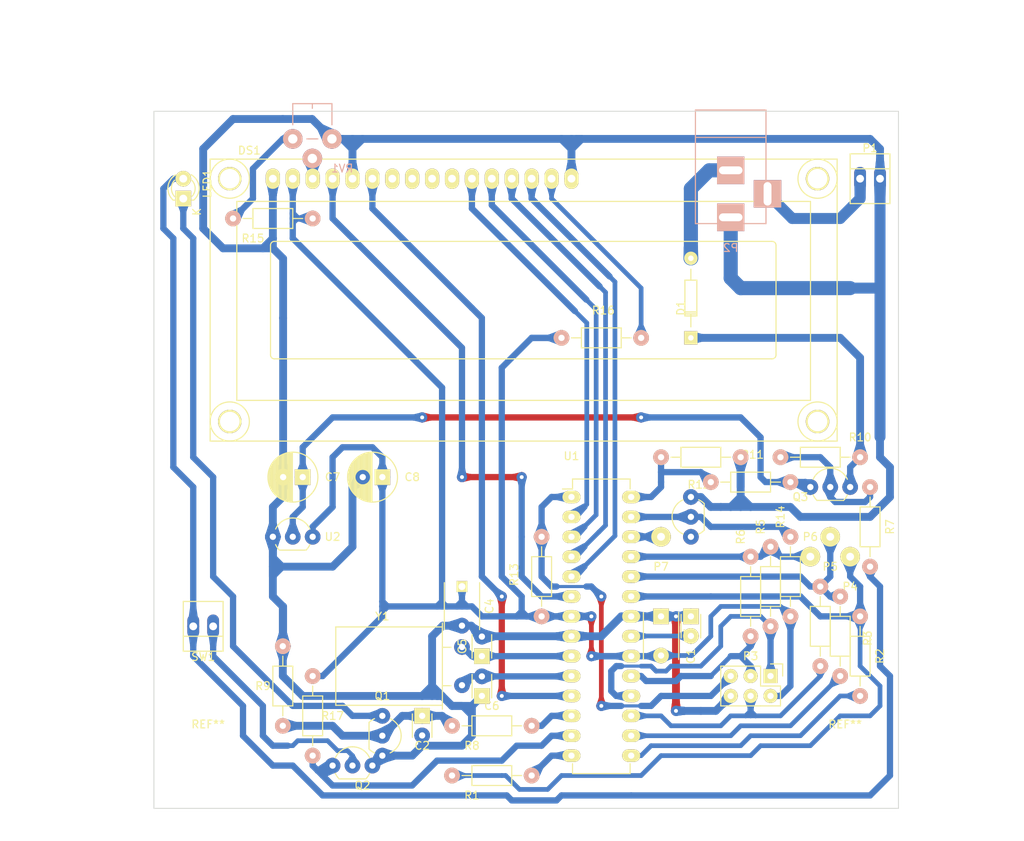
<source format=kicad_pcb>
(kicad_pcb (version 4) (host pcbnew 4.0.4-stable)

  (general
    (links 92)
    (no_connects 0)
    (area 8.150001 32.3 142.85 141.130001)
    (thickness 1.6)
    (drawings 585)
    (tracks 515)
    (zones 0)
    (modules 46)
    (nets 44)
  )

  (page A4)
  (layers
    (0 F.Cu signal)
    (31 B.Cu signal)
    (32 B.Adhes user)
    (33 F.Adhes user)
    (34 B.Paste user)
    (35 F.Paste user)
    (36 B.SilkS user)
    (37 F.SilkS user)
    (38 B.Mask user)
    (39 F.Mask user)
    (40 Dwgs.User user)
    (41 Cmts.User user)
    (42 Eco1.User user)
    (43 Eco2.User user)
    (44 Edge.Cuts user)
    (45 Margin user)
    (46 B.CrtYd user)
    (47 F.CrtYd user)
    (48 B.Fab user)
    (49 F.Fab user)
  )

  (setup
    (last_trace_width 0.8)
    (user_trace_width 0.4)
    (user_trace_width 0.6)
    (user_trace_width 0.8)
    (user_trace_width 1.4)
    (user_trace_width 1.8)
    (trace_clearance 0.2)
    (zone_clearance 0.508)
    (zone_45_only no)
    (trace_min 0.2)
    (segment_width 0.2)
    (edge_width 0.1)
    (via_size 0.6)
    (via_drill 0.4)
    (via_min_size 0.4)
    (via_min_drill 0.3)
    (user_via 1.3 0.5)
    (uvia_size 0.3)
    (uvia_drill 0.1)
    (uvias_allowed no)
    (uvia_min_size 0.2)
    (uvia_min_drill 0.1)
    (pcb_text_width 0.3)
    (pcb_text_size 1.5 1.5)
    (mod_edge_width 0.15)
    (mod_text_size 1 1)
    (mod_text_width 0.15)
    (pad_size 1.8 2.6)
    (pad_drill 1)
    (pad_to_mask_clearance 0)
    (aux_axis_origin 28 46)
    (grid_origin 120.65 68.58)
    (visible_elements 7FFFFFFF)
    (pcbplotparams
      (layerselection 0x00020_80000000)
      (usegerberextensions false)
      (excludeedgelayer true)
      (linewidth 0.100000)
      (plotframeref false)
      (viasonmask false)
      (mode 1)
      (useauxorigin false)
      (hpglpennumber 1)
      (hpglpenspeed 20)
      (hpglpendiameter 15)
      (hpglpenoverlay 2)
      (psnegative false)
      (psa4output false)
      (plotreference true)
      (plotvalue true)
      (plotinvisibletext false)
      (padsonsilk false)
      (subtractmaskfromsilk false)
      (outputformat 1)
      (mirror false)
      (drillshape 0)
      (scaleselection 1)
      (outputdirectory output/))
  )

  (net 0 "")
  (net 1 GND)
  (net 2 "Net-(C1-Pad2)")
  (net 3 "Net-(C2-Pad1)")
  (net 4 VCC)
  (net 5 "Net-(C5-Pad1)")
  (net 6 "Net-(C6-Pad2)")
  (net 7 +9V)
  (net 8 "Net-(D1-Pad2)")
  (net 9 "Net-(D1-Pad1)")
  (net 10 "Net-(DS1-Pad3)")
  (net 11 "Net-(DS1-Pad4)")
  (net 12 "Net-(DS1-Pad6)")
  (net 13 "Net-(DS1-Pad7)")
  (net 14 "Net-(DS1-Pad8)")
  (net 15 "Net-(DS1-Pad9)")
  (net 16 "Net-(DS1-Pad10)")
  (net 17 "Net-(DS1-Pad11)")
  (net 18 "Net-(DS1-Pad12)")
  (net 19 "Net-(DS1-Pad13)")
  (net 20 "Net-(DS1-Pad14)")
  (net 21 "Net-(DS1-Pad15)")
  (net 22 "Net-(LED1-Pad1)")
  (net 23 "Net-(LED1-Pad2)")
  (net 24 /Bat+)
  (net 25 /MISO)
  (net 26 /SCK)
  (net 27 /MOSI)
  (net 28 /RESET)
  (net 29 "Net-(P4-Pad1)")
  (net 30 "Net-(P5-Pad1)")
  (net 31 "Net-(P6-Pad1)")
  (net 32 "Net-(P7-Pad1)")
  (net 33 "Net-(Q2-Pad2)")
  (net 34 "Net-(Q2-Pad1)")
  (net 35 "Net-(Q3-Pad2)")
  (net 36 "Net-(R1-Pad2)")
  (net 37 "Net-(R2-Pad2)")
  (net 38 "Net-(R3-Pad2)")
  (net 39 "Net-(R8-Pad2)")
  (net 40 "Net-(R11-Pad1)")
  (net 41 "Net-(R14-Pad1)")
  (net 42 "Net-(R15-Pad2)")
  (net 43 "Net-(U3-Pad1)")

  (net_class Default "This is the default net class."
    (clearance 0.2)
    (trace_width 0.8)
    (via_dia 0.6)
    (via_drill 0.4)
    (uvia_dia 0.3)
    (uvia_drill 0.1)
    (add_net +9V)
    (add_net /MISO)
    (add_net /MOSI)
    (add_net /RESET)
    (add_net /SCK)
    (add_net "Net-(C1-Pad2)")
    (add_net "Net-(C5-Pad1)")
    (add_net "Net-(C6-Pad2)")
    (add_net "Net-(DS1-Pad10)")
    (add_net "Net-(DS1-Pad11)")
    (add_net "Net-(DS1-Pad12)")
    (add_net "Net-(DS1-Pad13)")
    (add_net "Net-(DS1-Pad14)")
    (add_net "Net-(DS1-Pad15)")
    (add_net "Net-(DS1-Pad3)")
    (add_net "Net-(DS1-Pad4)")
    (add_net "Net-(DS1-Pad6)")
    (add_net "Net-(DS1-Pad7)")
    (add_net "Net-(DS1-Pad8)")
    (add_net "Net-(DS1-Pad9)")
    (add_net "Net-(LED1-Pad1)")
    (add_net "Net-(LED1-Pad2)")
    (add_net "Net-(P4-Pad1)")
    (add_net "Net-(P5-Pad1)")
    (add_net "Net-(P6-Pad1)")
    (add_net "Net-(P7-Pad1)")
    (add_net "Net-(Q2-Pad1)")
    (add_net "Net-(Q2-Pad2)")
    (add_net "Net-(Q3-Pad2)")
    (add_net "Net-(R1-Pad2)")
    (add_net "Net-(R11-Pad1)")
    (add_net "Net-(R14-Pad1)")
    (add_net "Net-(R15-Pad2)")
    (add_net "Net-(R2-Pad2)")
    (add_net "Net-(R3-Pad2)")
    (add_net "Net-(R8-Pad2)")
    (add_net "Net-(U3-Pad1)")
    (add_net VCC)
  )

  (net_class Power ""
    (clearance 0.2)
    (trace_width 1)
    (via_dia 1.3)
    (via_drill 0.5)
    (uvia_dia 0.3)
    (uvia_drill 0.1)
    (add_net /Bat+)
    (add_net GND)
    (add_net "Net-(C2-Pad1)")
    (add_net "Net-(D1-Pad1)")
    (add_net "Net-(D1-Pad2)")
  )

  (net_class Power2 ""
    (clearance 0.2)
    (trace_width 1.8)
    (via_dia 0.6)
    (via_drill 0.4)
    (uvia_dia 0.3)
    (uvia_drill 0.1)
  )

  (net_class Smaller ""
    (clearance 0.2)
    (trace_width 0.6)
    (via_dia 0.6)
    (via_drill 0.4)
    (uvia_dia 0.3)
    (uvia_drill 0.1)
  )

  (module Resistors_ThroughHole:Resistor_Horizontal_RM10mm placed (layer F.Cu) (tedit 58275F17) (tstamp 580F94C1)
    (at 113.03 106.68 270)
    (descr "Resistor, Axial,  RM 10mm, 1/3W")
    (tags "Resistor Axial RM 10mm 1/3W")
    (path /57EC822C)
    (fp_text reference R4 (at -3.81 1.27 270) (layer F.SilkS)
      (effects (font (size 1 1) (thickness 0.15)))
    )
    (fp_text value 470K (at 5.08 3.81 270) (layer F.Fab)
      (effects (font (size 1 1) (thickness 0.15)))
    )
    (fp_line (start -1.25 -1.5) (end 11.4 -1.5) (layer F.CrtYd) (width 0.05))
    (fp_line (start -1.25 1.5) (end -1.25 -1.5) (layer F.CrtYd) (width 0.05))
    (fp_line (start 11.4 -1.5) (end 11.4 1.5) (layer F.CrtYd) (width 0.05))
    (fp_line (start -1.25 1.5) (end 11.4 1.5) (layer F.CrtYd) (width 0.05))
    (fp_line (start 2.54 -1.27) (end 7.62 -1.27) (layer F.SilkS) (width 0.15))
    (fp_line (start 7.62 -1.27) (end 7.62 1.27) (layer F.SilkS) (width 0.15))
    (fp_line (start 7.62 1.27) (end 2.54 1.27) (layer F.SilkS) (width 0.15))
    (fp_line (start 2.54 1.27) (end 2.54 -1.27) (layer F.SilkS) (width 0.15))
    (fp_line (start 2.54 0) (end 1.27 0) (layer F.SilkS) (width 0.15))
    (fp_line (start 7.62 0) (end 8.89 0) (layer F.SilkS) (width 0.15))
    (pad 1 thru_hole circle (at 0 0 270) (size 2 2) (drill 0.8) (layers *.Cu *.SilkS *.Mask)
      (net 30 "Net-(P5-Pad1)"))
    (pad 2 thru_hole circle (at 10.16 0 270) (size 2 2) (drill 0.8) (layers *.Cu *.SilkS *.Mask)
      (net 27 /MOSI))
    (model Resistors_ThroughHole.3dshapes/Resistor_Horizontal_RM10mm.wrl
      (at (xyz 0.2 0 0))
      (scale (xyz 0.4 0.4 0.4))
      (rotate (xyz 0 0 0))
    )
  )

  (module Housings_DIP:DIP-28_W7.62mm_LongPads placed (layer F.Cu) (tedit 54130A77) (tstamp 580F96A5)
    (at 81.28 95.25)
    (descr "28-lead dip package, row spacing 7.62 mm (300 mils), longer pads")
    (tags "dil dip 2.54 300")
    (path /57E98CC1)
    (fp_text reference U1 (at 0 -5.22) (layer F.SilkS)
      (effects (font (size 1 1) (thickness 0.15)))
    )
    (fp_text value ATMEGA328-P (at 0 -3.72) (layer F.Fab)
      (effects (font (size 1 1) (thickness 0.15)))
    )
    (fp_line (start -1.4 -2.45) (end -1.4 35.5) (layer F.CrtYd) (width 0.05))
    (fp_line (start 9 -2.45) (end 9 35.5) (layer F.CrtYd) (width 0.05))
    (fp_line (start -1.4 -2.45) (end 9 -2.45) (layer F.CrtYd) (width 0.05))
    (fp_line (start -1.4 35.5) (end 9 35.5) (layer F.CrtYd) (width 0.05))
    (fp_line (start 0.135 -2.295) (end 0.135 -1.025) (layer F.SilkS) (width 0.15))
    (fp_line (start 7.485 -2.295) (end 7.485 -1.025) (layer F.SilkS) (width 0.15))
    (fp_line (start 7.485 35.315) (end 7.485 34.045) (layer F.SilkS) (width 0.15))
    (fp_line (start 0.135 35.315) (end 0.135 34.045) (layer F.SilkS) (width 0.15))
    (fp_line (start 0.135 -2.295) (end 7.485 -2.295) (layer F.SilkS) (width 0.15))
    (fp_line (start 0.135 35.315) (end 7.485 35.315) (layer F.SilkS) (width 0.15))
    (fp_line (start 0.135 -1.025) (end -1.15 -1.025) (layer F.SilkS) (width 0.15))
    (pad 1 thru_hole oval (at 0 0) (size 2.3 1.6) (drill 0.8) (layers *.Cu *.Mask F.SilkS)
      (net 28 /RESET))
    (pad 2 thru_hole oval (at 0 2.54) (size 2.3 1.6) (drill 0.8) (layers *.Cu *.Mask F.SilkS)
      (net 17 "Net-(DS1-Pad11)"))
    (pad 3 thru_hole oval (at 0 5.08) (size 2.3 1.6) (drill 0.8) (layers *.Cu *.Mask F.SilkS)
      (net 18 "Net-(DS1-Pad12)"))
    (pad 4 thru_hole oval (at 0 7.62) (size 2.3 1.6) (drill 0.8) (layers *.Cu *.Mask F.SilkS)
      (net 19 "Net-(DS1-Pad13)"))
    (pad 5 thru_hole oval (at 0 10.16) (size 2.3 1.6) (drill 0.8) (layers *.Cu *.Mask F.SilkS)
      (net 20 "Net-(DS1-Pad14)"))
    (pad 6 thru_hole oval (at 0 12.7) (size 2.3 1.6) (drill 0.8) (layers *.Cu *.Mask F.SilkS)
      (net 11 "Net-(DS1-Pad4)"))
    (pad 7 thru_hole oval (at 0 15.24) (size 2.3 1.6) (drill 0.8) (layers *.Cu *.Mask F.SilkS)
      (net 4 VCC))
    (pad 8 thru_hole oval (at 0 17.78) (size 2.3 1.6) (drill 0.8) (layers *.Cu *.Mask F.SilkS)
      (net 1 GND))
    (pad 9 thru_hole oval (at 0 20.32) (size 2.3 1.6) (drill 0.8) (layers *.Cu *.Mask F.SilkS)
      (net 5 "Net-(C5-Pad1)"))
    (pad 10 thru_hole oval (at 0 22.86) (size 2.3 1.6) (drill 0.8) (layers *.Cu *.Mask F.SilkS)
      (net 6 "Net-(C6-Pad2)"))
    (pad 11 thru_hole oval (at 0 25.4) (size 2.3 1.6) (drill 0.8) (layers *.Cu *.Mask F.SilkS)
      (net 12 "Net-(DS1-Pad6)"))
    (pad 12 thru_hole oval (at 0 27.94) (size 2.3 1.6) (drill 0.8) (layers *.Cu *.Mask F.SilkS)
      (net 39 "Net-(R8-Pad2)"))
    (pad 13 thru_hole oval (at 0 30.48) (size 2.3 1.6) (drill 0.8) (layers *.Cu *.Mask F.SilkS)
      (net 34 "Net-(Q2-Pad1)"))
    (pad 14 thru_hole oval (at 0 33.02) (size 2.3 1.6) (drill 0.8) (layers *.Cu *.Mask F.SilkS)
      (net 36 "Net-(R1-Pad2)"))
    (pad 15 thru_hole oval (at 7.62 33.02) (size 2.3 1.6) (drill 0.8) (layers *.Cu *.Mask F.SilkS)
      (net 37 "Net-(R2-Pad2)"))
    (pad 16 thru_hole oval (at 7.62 30.48) (size 2.3 1.6) (drill 0.8) (layers *.Cu *.Mask F.SilkS)
      (net 38 "Net-(R3-Pad2)"))
    (pad 17 thru_hole oval (at 7.62 27.94) (size 2.3 1.6) (drill 0.8) (layers *.Cu *.Mask F.SilkS)
      (net 27 /MOSI))
    (pad 18 thru_hole oval (at 7.62 25.4) (size 2.3 1.6) (drill 0.8) (layers *.Cu *.Mask F.SilkS)
      (net 25 /MISO))
    (pad 19 thru_hole oval (at 7.62 22.86) (size 2.3 1.6) (drill 0.8) (layers *.Cu *.Mask F.SilkS)
      (net 26 /SCK))
    (pad 20 thru_hole oval (at 7.62 20.32) (size 2.3 1.6) (drill 0.8) (layers *.Cu *.Mask F.SilkS)
      (net 4 VCC))
    (pad 21 thru_hole oval (at 7.62 17.78) (size 2.3 1.6) (drill 0.8) (layers *.Cu *.Mask F.SilkS)
      (net 2 "Net-(C1-Pad2)"))
    (pad 22 thru_hole oval (at 7.62 15.24) (size 2.3 1.6) (drill 0.8) (layers *.Cu *.Mask F.SilkS)
      (net 1 GND))
    (pad 23 thru_hole oval (at 7.62 12.7) (size 2.3 1.6) (drill 0.8) (layers *.Cu *.Mask F.SilkS)
      (net 29 "Net-(P4-Pad1)"))
    (pad 24 thru_hole oval (at 7.62 10.16) (size 2.3 1.6) (drill 0.8) (layers *.Cu *.Mask F.SilkS)
      (net 30 "Net-(P5-Pad1)"))
    (pad 25 thru_hole oval (at 7.62 7.62) (size 2.3 1.6) (drill 0.8) (layers *.Cu *.Mask F.SilkS)
      (net 31 "Net-(P6-Pad1)"))
    (pad 26 thru_hole oval (at 7.62 5.08) (size 2.3 1.6) (drill 0.8) (layers *.Cu *.Mask F.SilkS)
      (net 32 "Net-(P7-Pad1)"))
    (pad 27 thru_hole oval (at 7.62 2.54) (size 2.3 1.6) (drill 0.8) (layers *.Cu *.Mask F.SilkS)
      (net 41 "Net-(R14-Pad1)"))
    (pad 28 thru_hole oval (at 7.62 0) (size 2.3 1.6) (drill 0.8) (layers *.Cu *.Mask F.SilkS)
      (net 40 "Net-(R11-Pad1)"))
    (model Housings_DIP.3dshapes/DIP-28_W7.62mm_LongPads.wrl
      (at (xyz 0 0 0))
      (scale (xyz 1 1 1))
      (rotate (xyz 0 0 0))
    )
  )

  (module Display:WC1602A placed (layer F.Cu) (tedit 5840513F) (tstamp 580F9464)
    (at 43.18 54.61)
    (descr http://www.kamami.pl/dl/wc1602a0.pdf)
    (tags "LCD 16x2 Alphanumeric 16pin")
    (path /57ED116E)
    (fp_text reference DS1 (at -2.99974 -3.59918) (layer F.SilkS)
      (effects (font (size 1 1) (thickness 0.15)))
    )
    (fp_text value LCD16X2 (at 31.99892 15.49908) (layer F.Fab)
      (effects (font (size 1 1) (thickness 0.15)))
    )
    (fp_line (start 0.20066 8.001) (end 63.70066 8.001) (layer F.SilkS) (width 0.15))
    (fp_line (start -0.29972 22.49932) (end -0.29972 8.49884) (layer F.SilkS) (width 0.15))
    (fp_line (start 63.70066 22.9997) (end 0.20066 22.9997) (layer F.SilkS) (width 0.15))
    (fp_line (start 64.20104 8.49884) (end 64.20104 22.49932) (layer F.SilkS) (width 0.15))
    (fp_arc (start 63.70066 8.49884) (end 63.70066 8.001) (angle 90) (layer F.SilkS) (width 0.15))
    (fp_arc (start 63.70066 22.49932) (end 64.20104 22.49932) (angle 90) (layer F.SilkS) (width 0.15))
    (fp_arc (start 0.20066 22.49932) (end 0.20066 22.9997) (angle 90) (layer F.SilkS) (width 0.15))
    (fp_arc (start 0.20066 8.49884) (end -0.29972 8.49884) (angle 90) (layer F.SilkS) (width 0.15))
    (fp_line (start -4.59994 2.90068) (end 68.60032 2.90068) (layer F.SilkS) (width 0.15))
    (fp_line (start 68.60032 2.90068) (end 68.60032 28.30068) (layer F.SilkS) (width 0.15))
    (fp_line (start 68.60032 28.30068) (end -4.59994 28.30068) (layer F.SilkS) (width 0.15))
    (fp_line (start -4.59994 28.30068) (end -4.59994 2.90068) (layer F.SilkS) (width 0.15))
    (fp_circle (center 69.49948 0) (end 71.99884 0) (layer F.SilkS) (width 0.15))
    (fp_circle (center 69.49948 31.0007) (end 71.99884 31.0007) (layer F.SilkS) (width 0.15))
    (fp_circle (center -5.4991 31.0007) (end -8.001 31.0007) (layer F.SilkS) (width 0.15))
    (fp_circle (center -5.4991 0) (end -2.99974 0) (layer F.SilkS) (width 0.15))
    (fp_line (start -8.001 -2.49936) (end 71.99884 -2.49936) (layer F.SilkS) (width 0.15))
    (fp_line (start 71.99884 -2.49936) (end 71.99884 33.50006) (layer F.SilkS) (width 0.15))
    (fp_line (start 71.99884 33.50006) (end -8.001 33.50006) (layer F.SilkS) (width 0.15))
    (fp_line (start -8.001 33.50006) (end -8.001 -2.49936) (layer F.SilkS) (width 0.15))
    (pad 1 thru_hole oval (at 0 0) (size 1.8 2.6) (drill 1) (layers *.Cu *.Mask F.SilkS)
      (net 1 GND))
    (pad 2 thru_hole oval (at 2.54 0) (size 1.8 2.6) (drill 1) (layers *.Cu *.Mask F.SilkS)
      (net 4 VCC))
    (pad 3 thru_hole oval (at 5.08 0) (size 1.8 2.6) (drill 1) (layers *.Cu *.Mask F.SilkS)
      (net 10 "Net-(DS1-Pad3)"))
    (pad 4 thru_hole oval (at 7.62 0) (size 1.8 2.6) (drill 1) (layers *.Cu *.Mask F.SilkS)
      (net 11 "Net-(DS1-Pad4)"))
    (pad 5 thru_hole oval (at 10.16 0) (size 1.8 2.6) (drill 1) (layers *.Cu *.Mask F.SilkS)
      (net 1 GND))
    (pad 6 thru_hole oval (at 12.7 0) (size 1.8 2.6) (drill 1) (layers *.Cu *.Mask F.SilkS)
      (net 12 "Net-(DS1-Pad6)"))
    (pad 7 thru_hole oval (at 15.24 0) (size 1.8 2.6) (drill 1) (layers *.Cu *.Mask F.SilkS)
      (net 13 "Net-(DS1-Pad7)"))
    (pad 8 thru_hole oval (at 17.78 0) (size 1.8 2.6) (drill 1) (layers *.Cu *.Mask F.SilkS)
      (net 14 "Net-(DS1-Pad8)"))
    (pad 9 thru_hole oval (at 20.32 0) (size 1.8 2.6) (drill 1) (layers *.Cu *.Mask F.SilkS)
      (net 15 "Net-(DS1-Pad9)"))
    (pad 10 thru_hole oval (at 22.86 0) (size 1.8 2.6) (drill 1) (layers *.Cu *.Mask F.SilkS)
      (net 16 "Net-(DS1-Pad10)"))
    (pad 11 thru_hole oval (at 25.4 0) (size 1.8 2.6) (drill 1) (layers *.Cu *.Mask F.SilkS)
      (net 17 "Net-(DS1-Pad11)"))
    (pad 12 thru_hole oval (at 27.94 0) (size 1.8 2.6) (drill 1) (layers *.Cu *.Mask F.SilkS)
      (net 18 "Net-(DS1-Pad12)"))
    (pad 13 thru_hole oval (at 30.48 0) (size 1.8 2.6) (drill 1) (layers *.Cu *.Mask F.SilkS)
      (net 19 "Net-(DS1-Pad13)"))
    (pad 14 thru_hole oval (at 33.02 0) (size 1.8 2.6) (drill 1) (layers *.Cu *.Mask F.SilkS)
      (net 20 "Net-(DS1-Pad14)"))
    (pad 15 thru_hole oval (at 35.56 0) (size 1.8 2.6) (drill 1) (layers *.Cu *.Mask F.SilkS)
      (net 21 "Net-(DS1-Pad15)"))
    (pad 16 thru_hole oval (at 38.1 0) (size 1.8 2.6) (drill 1) (layers *.Cu *.Mask F.SilkS)
      (net 1 GND))
    (pad 0 thru_hole circle (at -5.4991 0) (size 3 3) (drill 2.5) (layers *.Cu *.Mask F.SilkS))
    (pad 0 thru_hole circle (at -5.4991 31.0007) (size 3 3) (drill 2.5) (layers *.Cu *.Mask F.SilkS))
    (pad 0 thru_hole circle (at 69.49948 31.0007) (size 3 3) (drill 2.5) (layers *.Cu *.Mask F.SilkS))
    (pad 0 thru_hole circle (at 69.49948 0) (size 3 3) (drill 2.5) (layers *.Cu *.Mask F.SilkS))
  )

  (module Capacitors_ThroughHole:C_Disc_D6_P5 placed (layer F.Cu) (tedit 582761A0) (tstamp 580F942E)
    (at 67.31 106.68 270)
    (descr "Capacitor 6mm Disc, Pitch 5mm")
    (tags Capacitor)
    (path /57EAF77D)
    (fp_text reference C4 (at 2.5 -3.5 270) (layer F.SilkS)
      (effects (font (size 1 1) (thickness 0.15)))
    )
    (fp_text value 100n (at 2.5 3.5 270) (layer F.Fab)
      (effects (font (size 1 1) (thickness 0.15)))
    )
    (fp_line (start -0.95 -2.5) (end 5.95 -2.5) (layer F.CrtYd) (width 0.05))
    (fp_line (start 5.95 -2.5) (end 5.95 2.5) (layer F.CrtYd) (width 0.05))
    (fp_line (start 5.95 2.5) (end -0.95 2.5) (layer F.CrtYd) (width 0.05))
    (fp_line (start -0.95 2.5) (end -0.95 -2.5) (layer F.CrtYd) (width 0.05))
    (fp_line (start -0.5 -2.25) (end 5.5 -2.25) (layer F.SilkS) (width 0.15))
    (fp_line (start 5.5 2.25) (end -0.5 2.25) (layer F.SilkS) (width 0.15))
    (pad 1 thru_hole rect (at 0 0 270) (size 1.4 1.4) (drill 0.9) (layers *.Cu *.Mask F.SilkS)
      (net 4 VCC))
    (pad 2 thru_hole circle (at 5 0) (size 2 2) (drill 0.8) (layers *.Cu *.Mask)
      (net 1 GND))
    (model Capacitors_ThroughHole.3dshapes/C_Disc_D6_P5.wrl
      (at (xyz 0.0984252 0 0))
      (scale (xyz 1 1 1))
      (rotate (xyz 0 0 0))
    )
  )

  (module Capacitors_ThroughHole:C_Disc_D3_P2.5 placed (layer F.Cu) (tedit 58276265) (tstamp 580F941C)
    (at 96.52 110.49 270)
    (descr "Capacitor 3mm Disc, Pitch 2.5mm")
    (tags Capacitor)
    (path /57EAF3E6)
    (fp_text reference C1 (at 5.08 0 270) (layer F.SilkS)
      (effects (font (size 1 1) (thickness 0.15)))
    )
    (fp_text value 1n (at 1.25 2.5 270) (layer F.Fab)
      (effects (font (size 1 1) (thickness 0.15)))
    )
    (fp_line (start -0.9 -1.5) (end 3.4 -1.5) (layer F.CrtYd) (width 0.05))
    (fp_line (start 3.4 -1.5) (end 3.4 1.5) (layer F.CrtYd) (width 0.05))
    (fp_line (start 3.4 1.5) (end -0.9 1.5) (layer F.CrtYd) (width 0.05))
    (fp_line (start -0.9 1.5) (end -0.9 -1.5) (layer F.CrtYd) (width 0.05))
    (fp_line (start -0.25 -1.25) (end 2.75 -1.25) (layer F.SilkS) (width 0.15))
    (fp_line (start 2.75 1.25) (end -0.25 1.25) (layer F.SilkS) (width 0.15))
    (pad 1 thru_hole rect (at 0 0 270) (size 2 2) (drill 0.8) (layers *.Cu *.Mask F.SilkS)
      (net 1 GND))
    (pad 2 thru_hole circle (at 2.5 0 270) (size 2 2) (drill 0.8001) (layers *.Cu *.Mask F.SilkS)
      (net 2 "Net-(C1-Pad2)"))
    (model Capacitors_ThroughHole.3dshapes/C_Disc_D3_P2.5.wrl
      (at (xyz 0.0492126 0 0))
      (scale (xyz 1 1 1))
      (rotate (xyz 0 0 0))
    )
  )

  (module Capacitors_ThroughHole:C_Disc_D3_P2.5 placed (layer F.Cu) (tedit 582761F8) (tstamp 580F9422)
    (at 62.23 123.19 270)
    (descr "Capacitor 3mm Disc, Pitch 2.5mm")
    (tags Capacitor)
    (path /57EB25E6)
    (fp_text reference C2 (at 3.81 0 360) (layer F.SilkS)
      (effects (font (size 1 1) (thickness 0.15)))
    )
    (fp_text value 10n (at 1.25 2.5 270) (layer F.Fab)
      (effects (font (size 1 1) (thickness 0.15)))
    )
    (fp_line (start -0.9 -1.5) (end 3.4 -1.5) (layer F.CrtYd) (width 0.05))
    (fp_line (start 3.4 -1.5) (end 3.4 1.5) (layer F.CrtYd) (width 0.05))
    (fp_line (start 3.4 1.5) (end -0.9 1.5) (layer F.CrtYd) (width 0.05))
    (fp_line (start -0.9 1.5) (end -0.9 -1.5) (layer F.CrtYd) (width 0.05))
    (fp_line (start -0.25 -1.25) (end 2.75 -1.25) (layer F.SilkS) (width 0.15))
    (fp_line (start 2.75 1.25) (end -0.25 1.25) (layer F.SilkS) (width 0.15))
    (pad 1 thru_hole rect (at 0 0 270) (size 2 2) (drill 0.8) (layers *.Cu *.Mask F.SilkS)
      (net 3 "Net-(C2-Pad1)"))
    (pad 2 thru_hole circle (at 2.5 0) (size 2 2) (drill 0.8) (layers *.Cu *.Mask)
      (net 1 GND))
    (model Capacitors_ThroughHole.3dshapes/C_Disc_D3_P2.5.wrl
      (at (xyz 0.0492126 0 0))
      (scale (xyz 1 1 1))
      (rotate (xyz 0 0 0))
    )
  )

  (module Capacitors_ThroughHole:C_Disc_D6_P5 placed (layer F.Cu) (tedit 58276286) (tstamp 580F9428)
    (at 92.71 110.49 270)
    (descr "Capacitor 6mm Disc, Pitch 5mm")
    (tags Capacitor)
    (path /57EAF632)
    (fp_text reference C3 (at 2.5 -3.5 270) (layer F.SilkS)
      (effects (font (size 1 1) (thickness 0.15)))
    )
    (fp_text value 100n (at 2.5 3.5 270) (layer F.Fab)
      (effects (font (size 1 1) (thickness 0.15)))
    )
    (fp_line (start -0.95 -2.5) (end 5.95 -2.5) (layer F.CrtYd) (width 0.05))
    (fp_line (start 5.95 -2.5) (end 5.95 2.5) (layer F.CrtYd) (width 0.05))
    (fp_line (start 5.95 2.5) (end -0.95 2.5) (layer F.CrtYd) (width 0.05))
    (fp_line (start -0.95 2.5) (end -0.95 -2.5) (layer F.CrtYd) (width 0.05))
    (fp_line (start -0.5 -2.25) (end 5.5 -2.25) (layer F.SilkS) (width 0.15))
    (fp_line (start 5.5 2.25) (end -0.5 2.25) (layer F.SilkS) (width 0.15))
    (pad 1 thru_hole rect (at 0 0 270) (size 2 2) (drill 0.8) (layers *.Cu *.Mask F.SilkS)
      (net 1 GND))
    (pad 2 thru_hole circle (at 5 0 270) (size 2 2) (drill 0.8) (layers *.Cu *.Mask F.SilkS)
      (net 4 VCC))
    (model Capacitors_ThroughHole.3dshapes/C_Disc_D6_P5.wrl
      (at (xyz 0.0984252 0 0))
      (scale (xyz 1 1 1))
      (rotate (xyz 0 0 0))
    )
  )

  (module Capacitors_ThroughHole:C_Disc_D3_P2.5 placed (layer F.Cu) (tedit 58276171) (tstamp 580F9434)
    (at 69.85 115.57 90)
    (descr "Capacitor 3mm Disc, Pitch 2.5mm")
    (tags Capacitor)
    (path /57EAEDCC)
    (fp_text reference C5 (at 1.25 -2.5 90) (layer F.SilkS)
      (effects (font (size 1 1) (thickness 0.15)))
    )
    (fp_text value 22p (at 1.25 2.5 90) (layer F.Fab)
      (effects (font (size 1 1) (thickness 0.15)))
    )
    (fp_line (start -0.9 -1.5) (end 3.4 -1.5) (layer F.CrtYd) (width 0.05))
    (fp_line (start 3.4 -1.5) (end 3.4 1.5) (layer F.CrtYd) (width 0.05))
    (fp_line (start 3.4 1.5) (end -0.9 1.5) (layer F.CrtYd) (width 0.05))
    (fp_line (start -0.9 1.5) (end -0.9 -1.5) (layer F.CrtYd) (width 0.05))
    (fp_line (start -0.25 -1.25) (end 2.75 -1.25) (layer F.SilkS) (width 0.15))
    (fp_line (start 2.75 1.25) (end -0.25 1.25) (layer F.SilkS) (width 0.15))
    (pad 1 thru_hole rect (at 0 0 90) (size 2 2) (drill 0.8) (layers *.Cu *.Mask F.SilkS)
      (net 5 "Net-(C5-Pad1)"))
    (pad 2 thru_hole circle (at 2.5 0 180) (size 2 2) (drill 0.8) (layers *.Cu *.Mask)
      (net 1 GND))
    (model Capacitors_ThroughHole.3dshapes/C_Disc_D3_P2.5.wrl
      (at (xyz 0.0492126 0 0))
      (scale (xyz 1 1 1))
      (rotate (xyz 0 0 0))
    )
  )

  (module Capacitors_ThroughHole:C_Disc_D3_P2.5 placed (layer F.Cu) (tedit 5827614C) (tstamp 580F943A)
    (at 69.85 120.65 90)
    (descr "Capacitor 3mm Disc, Pitch 2.5mm")
    (tags Capacitor)
    (path /57EAF079)
    (fp_text reference C6 (at -1.27 1.27 180) (layer F.SilkS)
      (effects (font (size 1 1) (thickness 0.15)))
    )
    (fp_text value 22p (at 1.25 2.5 90) (layer F.Fab)
      (effects (font (size 1 1) (thickness 0.15)))
    )
    (fp_line (start -0.9 -1.5) (end 3.4 -1.5) (layer F.CrtYd) (width 0.05))
    (fp_line (start 3.4 -1.5) (end 3.4 1.5) (layer F.CrtYd) (width 0.05))
    (fp_line (start 3.4 1.5) (end -0.9 1.5) (layer F.CrtYd) (width 0.05))
    (fp_line (start -0.9 1.5) (end -0.9 -1.5) (layer F.CrtYd) (width 0.05))
    (fp_line (start -0.25 -1.25) (end 2.75 -1.25) (layer F.SilkS) (width 0.15))
    (fp_line (start 2.75 1.25) (end -0.25 1.25) (layer F.SilkS) (width 0.15))
    (pad 1 thru_hole rect (at 0 0 90) (size 2 2) (drill 0.8) (layers *.Cu *.Mask F.SilkS)
      (net 1 GND))
    (pad 2 thru_hole circle (at 2.5 0 180) (size 2 2) (drill 0.8) (layers *.Cu *.Mask)
      (net 6 "Net-(C6-Pad2)"))
    (model Capacitors_ThroughHole.3dshapes/C_Disc_D3_P2.5.wrl
      (at (xyz 0.0492126 0 0))
      (scale (xyz 1 1 1))
      (rotate (xyz 0 0 0))
    )
  )

  (module Capacitors_ThroughHole:C_Radial_D6.3_L11.2_P2.5 placed (layer F.Cu) (tedit 582761E2) (tstamp 580F9440)
    (at 46.99 92.71 180)
    (descr "Radial Electrolytic Capacitor, Diameter 6.3mm x Length 11.2mm, Pitch 2.5mm")
    (tags "Electrolytic Capacitor")
    (path /57EB1B86)
    (fp_text reference C7 (at -3.81 0 180) (layer F.SilkS)
      (effects (font (size 1 1) (thickness 0.15)))
    )
    (fp_text value 2.2uF (at 1.25 4.4 180) (layer F.Fab)
      (effects (font (size 1 1) (thickness 0.15)))
    )
    (fp_line (start 1.325 -3.149) (end 1.325 3.149) (layer F.SilkS) (width 0.15))
    (fp_line (start 1.465 -3.143) (end 1.465 3.143) (layer F.SilkS) (width 0.15))
    (fp_line (start 1.605 -3.13) (end 1.605 -0.446) (layer F.SilkS) (width 0.15))
    (fp_line (start 1.605 0.446) (end 1.605 3.13) (layer F.SilkS) (width 0.15))
    (fp_line (start 1.745 -3.111) (end 1.745 -0.656) (layer F.SilkS) (width 0.15))
    (fp_line (start 1.745 0.656) (end 1.745 3.111) (layer F.SilkS) (width 0.15))
    (fp_line (start 1.885 -3.085) (end 1.885 -0.789) (layer F.SilkS) (width 0.15))
    (fp_line (start 1.885 0.789) (end 1.885 3.085) (layer F.SilkS) (width 0.15))
    (fp_line (start 2.025 -3.053) (end 2.025 -0.88) (layer F.SilkS) (width 0.15))
    (fp_line (start 2.025 0.88) (end 2.025 3.053) (layer F.SilkS) (width 0.15))
    (fp_line (start 2.165 -3.014) (end 2.165 -0.942) (layer F.SilkS) (width 0.15))
    (fp_line (start 2.165 0.942) (end 2.165 3.014) (layer F.SilkS) (width 0.15))
    (fp_line (start 2.305 -2.968) (end 2.305 -0.981) (layer F.SilkS) (width 0.15))
    (fp_line (start 2.305 0.981) (end 2.305 2.968) (layer F.SilkS) (width 0.15))
    (fp_line (start 2.445 -2.915) (end 2.445 -0.998) (layer F.SilkS) (width 0.15))
    (fp_line (start 2.445 0.998) (end 2.445 2.915) (layer F.SilkS) (width 0.15))
    (fp_line (start 2.585 -2.853) (end 2.585 -0.996) (layer F.SilkS) (width 0.15))
    (fp_line (start 2.585 0.996) (end 2.585 2.853) (layer F.SilkS) (width 0.15))
    (fp_line (start 2.725 -2.783) (end 2.725 -0.974) (layer F.SilkS) (width 0.15))
    (fp_line (start 2.725 0.974) (end 2.725 2.783) (layer F.SilkS) (width 0.15))
    (fp_line (start 2.865 -2.704) (end 2.865 -0.931) (layer F.SilkS) (width 0.15))
    (fp_line (start 2.865 0.931) (end 2.865 2.704) (layer F.SilkS) (width 0.15))
    (fp_line (start 3.005 -2.616) (end 3.005 -0.863) (layer F.SilkS) (width 0.15))
    (fp_line (start 3.005 0.863) (end 3.005 2.616) (layer F.SilkS) (width 0.15))
    (fp_line (start 3.145 -2.516) (end 3.145 -0.764) (layer F.SilkS) (width 0.15))
    (fp_line (start 3.145 0.764) (end 3.145 2.516) (layer F.SilkS) (width 0.15))
    (fp_line (start 3.285 -2.404) (end 3.285 -0.619) (layer F.SilkS) (width 0.15))
    (fp_line (start 3.285 0.619) (end 3.285 2.404) (layer F.SilkS) (width 0.15))
    (fp_line (start 3.425 -2.279) (end 3.425 -0.38) (layer F.SilkS) (width 0.15))
    (fp_line (start 3.425 0.38) (end 3.425 2.279) (layer F.SilkS) (width 0.15))
    (fp_line (start 3.565 -2.136) (end 3.565 2.136) (layer F.SilkS) (width 0.15))
    (fp_line (start 3.705 -1.974) (end 3.705 1.974) (layer F.SilkS) (width 0.15))
    (fp_line (start 3.845 -1.786) (end 3.845 1.786) (layer F.SilkS) (width 0.15))
    (fp_line (start 3.985 -1.563) (end 3.985 1.563) (layer F.SilkS) (width 0.15))
    (fp_line (start 4.125 -1.287) (end 4.125 1.287) (layer F.SilkS) (width 0.15))
    (fp_line (start 4.265 -0.912) (end 4.265 0.912) (layer F.SilkS) (width 0.15))
    (fp_circle (center 2.5 0) (end 2.5 -1) (layer F.SilkS) (width 0.15))
    (fp_circle (center 1.25 0) (end 1.25 -3.1875) (layer F.SilkS) (width 0.15))
    (fp_circle (center 1.25 0) (end 1.25 -3.4) (layer F.CrtYd) (width 0.05))
    (pad 2 thru_hole circle (at 2.5 0 180) (size 2 2) (drill 0.8) (layers *.Cu *.Mask F.SilkS)
      (net 1 GND))
    (pad 1 thru_hole rect (at 0 0 180) (size 2 2) (drill 0.8) (layers *.Cu *.Mask F.SilkS)
      (net 7 +9V))
    (model Capacitors_ThroughHole.3dshapes/C_Radial_D6.3_L11.2_P2.5.wrl
      (at (xyz 0 0 0))
      (scale (xyz 1 1 1))
      (rotate (xyz 0 0 0))
    )
  )

  (module Capacitors_ThroughHole:C_Radial_D6.3_L11.2_P2.5 placed (layer F.Cu) (tedit 582761BA) (tstamp 580F9446)
    (at 57.15 92.71 180)
    (descr "Radial Electrolytic Capacitor, Diameter 6.3mm x Length 11.2mm, Pitch 2.5mm")
    (tags "Electrolytic Capacitor")
    (path /57FCF352)
    (fp_text reference C8 (at -3.81 0 180) (layer F.SilkS)
      (effects (font (size 1 1) (thickness 0.15)))
    )
    (fp_text value 2.2uF (at 1.25 4.4 180) (layer F.Fab)
      (effects (font (size 1 1) (thickness 0.15)))
    )
    (fp_line (start 1.325 -3.149) (end 1.325 3.149) (layer F.SilkS) (width 0.15))
    (fp_line (start 1.465 -3.143) (end 1.465 3.143) (layer F.SilkS) (width 0.15))
    (fp_line (start 1.605 -3.13) (end 1.605 -0.446) (layer F.SilkS) (width 0.15))
    (fp_line (start 1.605 0.446) (end 1.605 3.13) (layer F.SilkS) (width 0.15))
    (fp_line (start 1.745 -3.111) (end 1.745 -0.656) (layer F.SilkS) (width 0.15))
    (fp_line (start 1.745 0.656) (end 1.745 3.111) (layer F.SilkS) (width 0.15))
    (fp_line (start 1.885 -3.085) (end 1.885 -0.789) (layer F.SilkS) (width 0.15))
    (fp_line (start 1.885 0.789) (end 1.885 3.085) (layer F.SilkS) (width 0.15))
    (fp_line (start 2.025 -3.053) (end 2.025 -0.88) (layer F.SilkS) (width 0.15))
    (fp_line (start 2.025 0.88) (end 2.025 3.053) (layer F.SilkS) (width 0.15))
    (fp_line (start 2.165 -3.014) (end 2.165 -0.942) (layer F.SilkS) (width 0.15))
    (fp_line (start 2.165 0.942) (end 2.165 3.014) (layer F.SilkS) (width 0.15))
    (fp_line (start 2.305 -2.968) (end 2.305 -0.981) (layer F.SilkS) (width 0.15))
    (fp_line (start 2.305 0.981) (end 2.305 2.968) (layer F.SilkS) (width 0.15))
    (fp_line (start 2.445 -2.915) (end 2.445 -0.998) (layer F.SilkS) (width 0.15))
    (fp_line (start 2.445 0.998) (end 2.445 2.915) (layer F.SilkS) (width 0.15))
    (fp_line (start 2.585 -2.853) (end 2.585 -0.996) (layer F.SilkS) (width 0.15))
    (fp_line (start 2.585 0.996) (end 2.585 2.853) (layer F.SilkS) (width 0.15))
    (fp_line (start 2.725 -2.783) (end 2.725 -0.974) (layer F.SilkS) (width 0.15))
    (fp_line (start 2.725 0.974) (end 2.725 2.783) (layer F.SilkS) (width 0.15))
    (fp_line (start 2.865 -2.704) (end 2.865 -0.931) (layer F.SilkS) (width 0.15))
    (fp_line (start 2.865 0.931) (end 2.865 2.704) (layer F.SilkS) (width 0.15))
    (fp_line (start 3.005 -2.616) (end 3.005 -0.863) (layer F.SilkS) (width 0.15))
    (fp_line (start 3.005 0.863) (end 3.005 2.616) (layer F.SilkS) (width 0.15))
    (fp_line (start 3.145 -2.516) (end 3.145 -0.764) (layer F.SilkS) (width 0.15))
    (fp_line (start 3.145 0.764) (end 3.145 2.516) (layer F.SilkS) (width 0.15))
    (fp_line (start 3.285 -2.404) (end 3.285 -0.619) (layer F.SilkS) (width 0.15))
    (fp_line (start 3.285 0.619) (end 3.285 2.404) (layer F.SilkS) (width 0.15))
    (fp_line (start 3.425 -2.279) (end 3.425 -0.38) (layer F.SilkS) (width 0.15))
    (fp_line (start 3.425 0.38) (end 3.425 2.279) (layer F.SilkS) (width 0.15))
    (fp_line (start 3.565 -2.136) (end 3.565 2.136) (layer F.SilkS) (width 0.15))
    (fp_line (start 3.705 -1.974) (end 3.705 1.974) (layer F.SilkS) (width 0.15))
    (fp_line (start 3.845 -1.786) (end 3.845 1.786) (layer F.SilkS) (width 0.15))
    (fp_line (start 3.985 -1.563) (end 3.985 1.563) (layer F.SilkS) (width 0.15))
    (fp_line (start 4.125 -1.287) (end 4.125 1.287) (layer F.SilkS) (width 0.15))
    (fp_line (start 4.265 -0.912) (end 4.265 0.912) (layer F.SilkS) (width 0.15))
    (fp_circle (center 2.5 0) (end 2.5 -1) (layer F.SilkS) (width 0.15))
    (fp_circle (center 1.25 0) (end 1.25 -3.1875) (layer F.SilkS) (width 0.15))
    (fp_circle (center 1.25 0) (end 1.25 -3.4) (layer F.CrtYd) (width 0.05))
    (pad 2 thru_hole circle (at 2.5 0 270) (size 2 2) (drill 0.8) (layers *.Cu *.Mask)
      (net 1 GND))
    (pad 1 thru_hole rect (at 0 0 180) (size 2 2) (drill 0.8) (layers *.Cu *.Mask F.SilkS)
      (net 4 VCC))
    (model Capacitors_ThroughHole.3dshapes/C_Radial_D6.3_L11.2_P2.5.wrl
      (at (xyz 0 0 0))
      (scale (xyz 1 1 1))
      (rotate (xyz 0 0 0))
    )
  )

  (module Diodes_ThroughHole:Diode_DO-35_SOD27_Horizontal_RM10 placed (layer F.Cu) (tedit 58275F53) (tstamp 580F944C)
    (at 96.52 74.93 90)
    (descr "Diode, DO-35,  SOD27, Horizontal, RM 10mm")
    (tags "Diode, DO-35, SOD27, Horizontal, RM 10mm, 1N4148,")
    (path /57EB327F)
    (fp_text reference D1 (at 3.81 -1.27 90) (layer F.SilkS)
      (effects (font (size 1 1) (thickness 0.15)))
    )
    (fp_text value D_Small (at 4.41452 -3.55854 90) (layer F.Fab)
      (effects (font (size 1 1) (thickness 0.15)))
    )
    (fp_line (start 7.36652 -0.00254) (end 8.76352 -0.00254) (layer F.SilkS) (width 0.15))
    (fp_line (start 2.92152 -0.00254) (end 1.39752 -0.00254) (layer F.SilkS) (width 0.15))
    (fp_line (start 3.30252 -0.76454) (end 3.30252 0.75946) (layer F.SilkS) (width 0.15))
    (fp_line (start 3.04852 -0.76454) (end 3.04852 0.75946) (layer F.SilkS) (width 0.15))
    (fp_line (start 2.79452 -0.00254) (end 2.79452 0.75946) (layer F.SilkS) (width 0.15))
    (fp_line (start 2.79452 0.75946) (end 7.36652 0.75946) (layer F.SilkS) (width 0.15))
    (fp_line (start 7.36652 0.75946) (end 7.36652 -0.76454) (layer F.SilkS) (width 0.15))
    (fp_line (start 7.36652 -0.76454) (end 2.79452 -0.76454) (layer F.SilkS) (width 0.15))
    (fp_line (start 2.79452 -0.76454) (end 2.79452 -0.00254) (layer F.SilkS) (width 0.15))
    (pad 2 thru_hole circle (at 10.16052 -0.00254 270) (size 1.69926 1.69926) (drill 0.70104) (layers *.Cu *.Mask F.SilkS)
      (net 8 "Net-(D1-Pad2)"))
    (pad 1 thru_hole rect (at 0.00052 -0.00254 270) (size 1.69926 1.69926) (drill 0.70104) (layers *.Cu *.Mask F.SilkS)
      (net 9 "Net-(D1-Pad1)"))
    (model Diodes_ThroughHole.3dshapes/Diode_DO-35_SOD27_Horizontal_RM10.wrl
      (at (xyz 0.2 0 0))
      (scale (xyz 0.4 0.4 0.4))
      (rotate (xyz 0 0 180))
    )
  )

  (module LEDs:LED-3MM placed (layer F.Cu) (tedit 559B82F6) (tstamp 580F946A)
    (at 31.75 57.15 90)
    (descr "LED 3mm round vertical")
    (tags "LED  3mm round vertical")
    (path /57EB2D50)
    (fp_text reference LED1 (at 1.91 3.06 90) (layer F.SilkS)
      (effects (font (size 1 1) (thickness 0.15)))
    )
    (fp_text value Power (at 1.3 -2.9 90) (layer F.Fab)
      (effects (font (size 1 1) (thickness 0.15)))
    )
    (fp_line (start -1.2 2.3) (end 3.8 2.3) (layer F.CrtYd) (width 0.05))
    (fp_line (start 3.8 2.3) (end 3.8 -2.2) (layer F.CrtYd) (width 0.05))
    (fp_line (start 3.8 -2.2) (end -1.2 -2.2) (layer F.CrtYd) (width 0.05))
    (fp_line (start -1.2 -2.2) (end -1.2 2.3) (layer F.CrtYd) (width 0.05))
    (fp_line (start -0.199 1.314) (end -0.199 1.114) (layer F.SilkS) (width 0.15))
    (fp_line (start -0.199 -1.28) (end -0.199 -1.1) (layer F.SilkS) (width 0.15))
    (fp_arc (start 1.301 0.034) (end -0.199 -1.286) (angle 108.5) (layer F.SilkS) (width 0.15))
    (fp_arc (start 1.301 0.034) (end 0.25 -1.1) (angle 85.7) (layer F.SilkS) (width 0.15))
    (fp_arc (start 1.311 0.034) (end 3.051 0.994) (angle 110) (layer F.SilkS) (width 0.15))
    (fp_arc (start 1.301 0.034) (end 2.335 1.094) (angle 87.5) (layer F.SilkS) (width 0.15))
    (fp_text user K (at -1.69 1.74 90) (layer F.SilkS)
      (effects (font (size 1 1) (thickness 0.15)))
    )
    (pad 1 thru_hole rect (at 0 0 180) (size 2 2) (drill 1.00076) (layers *.Cu *.Mask F.SilkS)
      (net 22 "Net-(LED1-Pad1)"))
    (pad 2 thru_hole circle (at 2.54 0 90) (size 2 2) (drill 1.00076) (layers *.Cu *.Mask F.SilkS)
      (net 23 "Net-(LED1-Pad2)"))
    (model LEDs.3dshapes/LED-3MM.wrl
      (at (xyz 0.05 0 0))
      (scale (xyz 1 1 1))
      (rotate (xyz 0 0 90))
    )
  )

  (module Pin_Headers:Pin_Header_Straight_2x03 placed (layer F.Cu) (tedit 58276229) (tstamp 580F9480)
    (at 106.68 118.11 270)
    (descr "Through hole pin header")
    (tags "pin header")
    (path /57EC3EAB)
    (fp_text reference P3 (at -2.54 2.54 360) (layer F.SilkS)
      (effects (font (size 1 1) (thickness 0.15)))
    )
    (fp_text value ISP (at 0 -3.1 270) (layer F.Fab)
      (effects (font (size 1 1) (thickness 0.15)))
    )
    (fp_line (start -1.27 1.27) (end -1.27 6.35) (layer F.SilkS) (width 0.15))
    (fp_line (start -1.55 -1.55) (end 0 -1.55) (layer F.SilkS) (width 0.15))
    (fp_line (start -1.75 -1.75) (end -1.75 6.85) (layer F.CrtYd) (width 0.05))
    (fp_line (start 4.3 -1.75) (end 4.3 6.85) (layer F.CrtYd) (width 0.05))
    (fp_line (start -1.75 -1.75) (end 4.3 -1.75) (layer F.CrtYd) (width 0.05))
    (fp_line (start -1.75 6.85) (end 4.3 6.85) (layer F.CrtYd) (width 0.05))
    (fp_line (start 1.27 -1.27) (end 1.27 1.27) (layer F.SilkS) (width 0.15))
    (fp_line (start 1.27 1.27) (end -1.27 1.27) (layer F.SilkS) (width 0.15))
    (fp_line (start -1.27 6.35) (end 3.81 6.35) (layer F.SilkS) (width 0.15))
    (fp_line (start 3.81 6.35) (end 3.81 1.27) (layer F.SilkS) (width 0.15))
    (fp_line (start -1.55 -1.55) (end -1.55 0) (layer F.SilkS) (width 0.15))
    (fp_line (start 3.81 -1.27) (end 1.27 -1.27) (layer F.SilkS) (width 0.15))
    (fp_line (start 3.81 1.27) (end 3.81 -1.27) (layer F.SilkS) (width 0.15))
    (pad 1 thru_hole rect (at 0 0 270) (size 1.8 1.8) (drill 0.8) (layers *.Cu *.Mask F.SilkS)
      (net 25 /MISO))
    (pad 2 thru_hole oval (at 2.54 0 270) (size 1.8 1.8) (drill 0.8) (layers *.Cu *.Mask F.SilkS)
      (net 4 VCC))
    (pad 3 thru_hole oval (at 0 2.54 270) (size 1.8 1.8) (drill 0.8) (layers *.Cu *.Mask F.SilkS)
      (net 26 /SCK))
    (pad 4 thru_hole oval (at 2.54 2.54 270) (size 1.8 1.8) (drill 0.8) (layers *.Cu *.Mask F.SilkS)
      (net 27 /MOSI))
    (pad 5 thru_hole oval (at 0 5.08 270) (size 1.8 1.8) (drill 0.8) (layers *.Cu *.Mask F.SilkS)
      (net 28 /RESET))
    (pad 6 thru_hole oval (at 2.54 5.08 270) (size 1.8 1.8) (drill 0.8) (layers *.Cu *.Mask F.SilkS)
      (net 1 GND))
    (model Pin_Headers.3dshapes/Pin_Header_Straight_2x03.wrl
      (at (xyz 0.05 -0.1 0))
      (scale (xyz 1 1 1))
      (rotate (xyz 0 0 90))
    )
  )

  (module Wire_Pads:SolderWirePad_single_1mmDrill placed (layer F.Cu) (tedit 58275EC7) (tstamp 580F9485)
    (at 116.84 102.87 180)
    (path /57EC9D70)
    (fp_text reference P4 (at 0 -3.81 180) (layer F.SilkS)
      (effects (font (size 1 1) (thickness 0.15)))
    )
    (fp_text value TP1 (at -1.27 2.54 180) (layer F.Fab)
      (effects (font (size 1 1) (thickness 0.15)))
    )
    (pad 1 thru_hole circle (at 0 0 180) (size 2.49936 2.49936) (drill 1.00076) (layers *.Cu *.Mask F.SilkS)
      (net 29 "Net-(P4-Pad1)"))
  )

  (module Wire_Pads:SolderWirePad_single_1mmDrill placed (layer F.Cu) (tedit 58275EC3) (tstamp 580F948A)
    (at 114.3 100.33 180)
    (path /57ECA332)
    (fp_text reference P5 (at 0 -3.81 180) (layer F.SilkS)
      (effects (font (size 1 1) (thickness 0.15)))
    )
    (fp_text value TP2 (at 0 2.54 180) (layer F.Fab)
      (effects (font (size 1 1) (thickness 0.15)))
    )
    (pad 1 thru_hole circle (at 0 0 180) (size 2.49936 2.49936) (drill 1.00076) (layers *.Cu *.Mask F.SilkS)
      (net 30 "Net-(P5-Pad1)"))
  )

  (module Wire_Pads:SolderWirePad_single_1mmDrill placed (layer F.Cu) (tedit 58275F22) (tstamp 580F948F)
    (at 111.76 102.87 180)
    (path /57ECA3C0)
    (fp_text reference P6 (at 0 2.54 180) (layer F.SilkS)
      (effects (font (size 1 1) (thickness 0.15)))
    )
    (fp_text value TP3 (at 0 2.54 180) (layer F.Fab)
      (effects (font (size 1 1) (thickness 0.15)))
    )
    (pad 1 thru_hole circle (at 0 0 180) (size 2.49936 2.49936) (drill 1.00076) (layers *.Cu *.Mask F.SilkS)
      (net 31 "Net-(P6-Pad1)"))
  )

  (module Wire_Pads:SolderWirePad_single_1mmDrill placed (layer F.Cu) (tedit 0) (tstamp 580F9494)
    (at 92.71 100.33 180)
    (path /57ECE66D)
    (fp_text reference P7 (at 0 -3.81 180) (layer F.SilkS)
      (effects (font (size 1 1) (thickness 0.15)))
    )
    (fp_text value SERIAL (at -1.905 3.175 180) (layer F.Fab)
      (effects (font (size 1 1) (thickness 0.15)))
    )
    (pad 1 thru_hole circle (at 0 0 180) (size 2.49936 2.49936) (drill 1.00076) (layers *.Cu *.Mask F.SilkS)
      (net 32 "Net-(P7-Pad1)"))
  )

  (module Resistors_ThroughHole:Resistor_Horizontal_RM10mm placed (layer F.Cu) (tedit 58275F69) (tstamp 580F94AF)
    (at 66.04 130.81)
    (descr "Resistor, Axial,  RM 10mm, 1/3W")
    (tags "Resistor Axial RM 10mm 1/3W")
    (path /57EC73FA)
    (fp_text reference R1 (at 2.54 2.54) (layer F.SilkS)
      (effects (font (size 1 1) (thickness 0.15)))
    )
    (fp_text value 680 (at 5.08 3.81) (layer F.Fab)
      (effects (font (size 1 1) (thickness 0.15)))
    )
    (fp_line (start -1.25 -1.5) (end 11.4 -1.5) (layer F.CrtYd) (width 0.05))
    (fp_line (start -1.25 1.5) (end -1.25 -1.5) (layer F.CrtYd) (width 0.05))
    (fp_line (start 11.4 -1.5) (end 11.4 1.5) (layer F.CrtYd) (width 0.05))
    (fp_line (start -1.25 1.5) (end 11.4 1.5) (layer F.CrtYd) (width 0.05))
    (fp_line (start 2.54 -1.27) (end 7.62 -1.27) (layer F.SilkS) (width 0.15))
    (fp_line (start 7.62 -1.27) (end 7.62 1.27) (layer F.SilkS) (width 0.15))
    (fp_line (start 7.62 1.27) (end 2.54 1.27) (layer F.SilkS) (width 0.15))
    (fp_line (start 2.54 1.27) (end 2.54 -1.27) (layer F.SilkS) (width 0.15))
    (fp_line (start 2.54 0) (end 1.27 0) (layer F.SilkS) (width 0.15))
    (fp_line (start 7.62 0) (end 8.89 0) (layer F.SilkS) (width 0.15))
    (pad 1 thru_hole circle (at 0 0) (size 2 2) (drill 0.8) (layers *.Cu *.SilkS *.Mask)
      (net 29 "Net-(P4-Pad1)"))
    (pad 2 thru_hole circle (at 10.16 0) (size 2 2) (drill 0.8) (layers *.Cu *.SilkS *.Mask)
      (net 36 "Net-(R1-Pad2)"))
    (model Resistors_ThroughHole.3dshapes/Resistor_Horizontal_RM10mm.wrl
      (at (xyz 0.2 0 0))
      (scale (xyz 0.4 0.4 0.4))
      (rotate (xyz 0 0 0))
    )
  )

  (module Resistors_ThroughHole:Resistor_Horizontal_RM10mm placed (layer F.Cu) (tedit 58275EEC) (tstamp 580F94B5)
    (at 118.11 110.49 270)
    (descr "Resistor, Axial,  RM 10mm, 1/3W")
    (tags "Resistor Axial RM 10mm 1/3W")
    (path /57EC7BE3)
    (fp_text reference R2 (at 5.08 -2.54 270) (layer F.SilkS)
      (effects (font (size 1 1) (thickness 0.15)))
    )
    (fp_text value 470K (at 5.08 3.81 270) (layer F.Fab)
      (effects (font (size 1 1) (thickness 0.15)))
    )
    (fp_line (start -1.25 -1.5) (end 11.4 -1.5) (layer F.CrtYd) (width 0.05))
    (fp_line (start -1.25 1.5) (end -1.25 -1.5) (layer F.CrtYd) (width 0.05))
    (fp_line (start 11.4 -1.5) (end 11.4 1.5) (layer F.CrtYd) (width 0.05))
    (fp_line (start -1.25 1.5) (end 11.4 1.5) (layer F.CrtYd) (width 0.05))
    (fp_line (start 2.54 -1.27) (end 7.62 -1.27) (layer F.SilkS) (width 0.15))
    (fp_line (start 7.62 -1.27) (end 7.62 1.27) (layer F.SilkS) (width 0.15))
    (fp_line (start 7.62 1.27) (end 2.54 1.27) (layer F.SilkS) (width 0.15))
    (fp_line (start 2.54 1.27) (end 2.54 -1.27) (layer F.SilkS) (width 0.15))
    (fp_line (start 2.54 0) (end 1.27 0) (layer F.SilkS) (width 0.15))
    (fp_line (start 7.62 0) (end 8.89 0) (layer F.SilkS) (width 0.15))
    (pad 1 thru_hole circle (at 0 0 270) (size 2 2) (drill 0.8) (layers *.Cu *.SilkS *.Mask)
      (net 29 "Net-(P4-Pad1)"))
    (pad 2 thru_hole circle (at 10.16 0 270) (size 2 2) (drill 0.8) (layers *.Cu *.SilkS *.Mask)
      (net 37 "Net-(R2-Pad2)"))
    (model Resistors_ThroughHole.3dshapes/Resistor_Horizontal_RM10mm.wrl
      (at (xyz 0.2 0 0))
      (scale (xyz 0.4 0.4 0.4))
      (rotate (xyz 0 0 0))
    )
  )

  (module Resistors_ThroughHole:Resistor_Horizontal_RM10mm placed (layer F.Cu) (tedit 56648415) (tstamp 580F94BB)
    (at 115.57 107.95 270)
    (descr "Resistor, Axial,  RM 10mm, 1/3W")
    (tags "Resistor Axial RM 10mm 1/3W")
    (path /57EC7F26)
    (fp_text reference R3 (at 5.32892 -3.50012 270) (layer F.SilkS)
      (effects (font (size 1 1) (thickness 0.15)))
    )
    (fp_text value 680 (at 5.08 3.81 270) (layer F.Fab)
      (effects (font (size 1 1) (thickness 0.15)))
    )
    (fp_line (start -1.25 -1.5) (end 11.4 -1.5) (layer F.CrtYd) (width 0.05))
    (fp_line (start -1.25 1.5) (end -1.25 -1.5) (layer F.CrtYd) (width 0.05))
    (fp_line (start 11.4 -1.5) (end 11.4 1.5) (layer F.CrtYd) (width 0.05))
    (fp_line (start -1.25 1.5) (end 11.4 1.5) (layer F.CrtYd) (width 0.05))
    (fp_line (start 2.54 -1.27) (end 7.62 -1.27) (layer F.SilkS) (width 0.15))
    (fp_line (start 7.62 -1.27) (end 7.62 1.27) (layer F.SilkS) (width 0.15))
    (fp_line (start 7.62 1.27) (end 2.54 1.27) (layer F.SilkS) (width 0.15))
    (fp_line (start 2.54 1.27) (end 2.54 -1.27) (layer F.SilkS) (width 0.15))
    (fp_line (start 2.54 0) (end 1.27 0) (layer F.SilkS) (width 0.15))
    (fp_line (start 7.62 0) (end 8.89 0) (layer F.SilkS) (width 0.15))
    (pad 1 thru_hole circle (at 0 0 270) (size 2 2) (drill 0.8) (layers *.Cu *.SilkS *.Mask)
      (net 30 "Net-(P5-Pad1)"))
    (pad 2 thru_hole circle (at 10.16 0 270) (size 2 2) (drill 0.8) (layers *.Cu *.SilkS *.Mask)
      (net 38 "Net-(R3-Pad2)"))
    (model Resistors_ThroughHole.3dshapes/Resistor_Horizontal_RM10mm.wrl
      (at (xyz 0.2 0 0))
      (scale (xyz 0.4 0.4 0.4))
      (rotate (xyz 0 0 0))
    )
  )

  (module Resistors_ThroughHole:Resistor_Horizontal_RM10mm placed (layer F.Cu) (tedit 58275F11) (tstamp 580F94C7)
    (at 106.68 101.6 270)
    (descr "Resistor, Axial,  RM 10mm, 1/3W")
    (tags "Resistor Axial RM 10mm 1/3W")
    (path /57EC8EA5)
    (fp_text reference R5 (at -2.54 1.27 270) (layer F.SilkS)
      (effects (font (size 1 1) (thickness 0.15)))
    )
    (fp_text value 680 (at 5.08 0 270) (layer F.Fab)
      (effects (font (size 1 1) (thickness 0.15)))
    )
    (fp_line (start -1.25 -1.5) (end 11.4 -1.5) (layer F.CrtYd) (width 0.05))
    (fp_line (start -1.25 1.5) (end -1.25 -1.5) (layer F.CrtYd) (width 0.05))
    (fp_line (start 11.4 -1.5) (end 11.4 1.5) (layer F.CrtYd) (width 0.05))
    (fp_line (start -1.25 1.5) (end 11.4 1.5) (layer F.CrtYd) (width 0.05))
    (fp_line (start 2.54 -1.27) (end 7.62 -1.27) (layer F.SilkS) (width 0.15))
    (fp_line (start 7.62 -1.27) (end 7.62 1.27) (layer F.SilkS) (width 0.15))
    (fp_line (start 7.62 1.27) (end 2.54 1.27) (layer F.SilkS) (width 0.15))
    (fp_line (start 2.54 1.27) (end 2.54 -1.27) (layer F.SilkS) (width 0.15))
    (fp_line (start 2.54 0) (end 1.27 0) (layer F.SilkS) (width 0.15))
    (fp_line (start 7.62 0) (end 8.89 0) (layer F.SilkS) (width 0.15))
    (pad 1 thru_hole circle (at 0 0 270) (size 2 2) (drill 0.8) (layers *.Cu *.SilkS *.Mask)
      (net 31 "Net-(P6-Pad1)"))
    (pad 2 thru_hole circle (at 10.16 0 270) (size 2 2) (drill 0.8) (layers *.Cu *.SilkS *.Mask)
      (net 25 /MISO))
    (model Resistors_ThroughHole.3dshapes/Resistor_Horizontal_RM10mm.wrl
      (at (xyz 0.2 0 0))
      (scale (xyz 0.4 0.4 0.4))
      (rotate (xyz 0 0 0))
    )
  )

  (module Resistors_ThroughHole:Resistor_Horizontal_RM10mm placed (layer F.Cu) (tedit 58275F14) (tstamp 580F94CD)
    (at 104.14 102.87 270)
    (descr "Resistor, Axial,  RM 10mm, 1/3W")
    (tags "Resistor Axial RM 10mm 1/3W")
    (path /57EC8FCB)
    (fp_text reference R6 (at -2.54 1.27 270) (layer F.SilkS)
      (effects (font (size 1 1) (thickness 0.15)))
    )
    (fp_text value 470K (at 5.08 0 270) (layer F.Fab)
      (effects (font (size 1 1) (thickness 0.15)))
    )
    (fp_line (start -1.25 -1.5) (end 11.4 -1.5) (layer F.CrtYd) (width 0.05))
    (fp_line (start -1.25 1.5) (end -1.25 -1.5) (layer F.CrtYd) (width 0.05))
    (fp_line (start 11.4 -1.5) (end 11.4 1.5) (layer F.CrtYd) (width 0.05))
    (fp_line (start -1.25 1.5) (end 11.4 1.5) (layer F.CrtYd) (width 0.05))
    (fp_line (start 2.54 -1.27) (end 7.62 -1.27) (layer F.SilkS) (width 0.15))
    (fp_line (start 7.62 -1.27) (end 7.62 1.27) (layer F.SilkS) (width 0.15))
    (fp_line (start 7.62 1.27) (end 2.54 1.27) (layer F.SilkS) (width 0.15))
    (fp_line (start 2.54 1.27) (end 2.54 -1.27) (layer F.SilkS) (width 0.15))
    (fp_line (start 2.54 0) (end 1.27 0) (layer F.SilkS) (width 0.15))
    (fp_line (start 7.62 0) (end 8.89 0) (layer F.SilkS) (width 0.15))
    (pad 1 thru_hole circle (at 0 0 270) (size 2 2) (drill 0.8) (layers *.Cu *.SilkS *.Mask)
      (net 31 "Net-(P6-Pad1)"))
    (pad 2 thru_hole circle (at 10.16 0 270) (size 2 2) (drill 0.8) (layers *.Cu *.SilkS *.Mask)
      (net 26 /SCK))
    (model Resistors_ThroughHole.3dshapes/Resistor_Horizontal_RM10mm.wrl
      (at (xyz 0.2 0 0))
      (scale (xyz 0.4 0.4 0.4))
      (rotate (xyz 0 0 0))
    )
  )

  (module Resistors_ThroughHole:Resistor_Horizontal_RM10mm placed (layer F.Cu) (tedit 58275ECE) (tstamp 580F94D3)
    (at 119.38 93.98 270)
    (descr "Resistor, Axial,  RM 10mm, 1/3W")
    (tags "Resistor Axial RM 10mm 1/3W")
    (path /57EB2E39)
    (fp_text reference R7 (at 5.08 -2.54 270) (layer F.SilkS)
      (effects (font (size 1 1) (thickness 0.15)))
    )
    (fp_text value 3K3 (at 3.81 0 270) (layer F.Fab)
      (effects (font (size 1 1) (thickness 0.15)))
    )
    (fp_line (start -1.25 -1.5) (end 11.4 -1.5) (layer F.CrtYd) (width 0.05))
    (fp_line (start -1.25 1.5) (end -1.25 -1.5) (layer F.CrtYd) (width 0.05))
    (fp_line (start 11.4 -1.5) (end 11.4 1.5) (layer F.CrtYd) (width 0.05))
    (fp_line (start -1.25 1.5) (end 11.4 1.5) (layer F.CrtYd) (width 0.05))
    (fp_line (start 2.54 -1.27) (end 7.62 -1.27) (layer F.SilkS) (width 0.15))
    (fp_line (start 7.62 -1.27) (end 7.62 1.27) (layer F.SilkS) (width 0.15))
    (fp_line (start 7.62 1.27) (end 2.54 1.27) (layer F.SilkS) (width 0.15))
    (fp_line (start 2.54 1.27) (end 2.54 -1.27) (layer F.SilkS) (width 0.15))
    (fp_line (start 2.54 0) (end 1.27 0) (layer F.SilkS) (width 0.15))
    (fp_line (start 7.62 0) (end 8.89 0) (layer F.SilkS) (width 0.15))
    (pad 1 thru_hole circle (at 0 0 270) (size 2 2) (drill 0.8) (layers *.Cu *.SilkS *.Mask)
      (net 35 "Net-(Q3-Pad2)"))
    (pad 2 thru_hole circle (at 10.16 0 270) (size 2 2) (drill 0.8) (layers *.Cu *.SilkS *.Mask)
      (net 23 "Net-(LED1-Pad2)"))
    (model Resistors_ThroughHole.3dshapes/Resistor_Horizontal_RM10mm.wrl
      (at (xyz 0.2 0 0))
      (scale (xyz 0.4 0.4 0.4))
      (rotate (xyz 0 0 0))
    )
  )

  (module Resistors_ThroughHole:Resistor_Horizontal_RM10mm placed (layer F.Cu) (tedit 58275F70) (tstamp 580F94D9)
    (at 66.04 124.46)
    (descr "Resistor, Axial,  RM 10mm, 1/3W")
    (tags "Resistor Axial RM 10mm 1/3W")
    (path /57EB2971)
    (fp_text reference R8 (at 2.54 2.54) (layer F.SilkS)
      (effects (font (size 1 1) (thickness 0.15)))
    )
    (fp_text value 27K (at 5.08 3.81) (layer F.Fab)
      (effects (font (size 1 1) (thickness 0.15)))
    )
    (fp_line (start -1.25 -1.5) (end 11.4 -1.5) (layer F.CrtYd) (width 0.05))
    (fp_line (start -1.25 1.5) (end -1.25 -1.5) (layer F.CrtYd) (width 0.05))
    (fp_line (start 11.4 -1.5) (end 11.4 1.5) (layer F.CrtYd) (width 0.05))
    (fp_line (start -1.25 1.5) (end 11.4 1.5) (layer F.CrtYd) (width 0.05))
    (fp_line (start 2.54 -1.27) (end 7.62 -1.27) (layer F.SilkS) (width 0.15))
    (fp_line (start 7.62 -1.27) (end 7.62 1.27) (layer F.SilkS) (width 0.15))
    (fp_line (start 7.62 1.27) (end 2.54 1.27) (layer F.SilkS) (width 0.15))
    (fp_line (start 2.54 1.27) (end 2.54 -1.27) (layer F.SilkS) (width 0.15))
    (fp_line (start 2.54 0) (end 1.27 0) (layer F.SilkS) (width 0.15))
    (fp_line (start 7.62 0) (end 8.89 0) (layer F.SilkS) (width 0.15))
    (pad 1 thru_hole circle (at 0 0) (size 2 2) (drill 0.8) (layers *.Cu *.SilkS *.Mask)
      (net 3 "Net-(C2-Pad1)"))
    (pad 2 thru_hole circle (at 10.16 0) (size 2 2) (drill 0.8) (layers *.Cu *.SilkS *.Mask)
      (net 39 "Net-(R8-Pad2)"))
    (model Resistors_ThroughHole.3dshapes/Resistor_Horizontal_RM10mm.wrl
      (at (xyz 0.2 0 0))
      (scale (xyz 0.4 0.4 0.4))
      (rotate (xyz 0 0 0))
    )
  )

  (module Resistors_ThroughHole:Resistor_Horizontal_RM10mm placed (layer F.Cu) (tedit 582760B3) (tstamp 580F94DF)
    (at 44.45 124.46 90)
    (descr "Resistor, Axial,  RM 10mm, 1/3W")
    (tags "Resistor Axial RM 10mm 1/3W")
    (path /57EB27DC)
    (fp_text reference R9 (at 5.08 -2.54 180) (layer F.SilkS)
      (effects (font (size 1 1) (thickness 0.15)))
    )
    (fp_text value 100K (at 5.08 3.81 90) (layer F.Fab)
      (effects (font (size 1 1) (thickness 0.15)))
    )
    (fp_line (start -1.25 -1.5) (end 11.4 -1.5) (layer F.CrtYd) (width 0.05))
    (fp_line (start -1.25 1.5) (end -1.25 -1.5) (layer F.CrtYd) (width 0.05))
    (fp_line (start 11.4 -1.5) (end 11.4 1.5) (layer F.CrtYd) (width 0.05))
    (fp_line (start -1.25 1.5) (end 11.4 1.5) (layer F.CrtYd) (width 0.05))
    (fp_line (start 2.54 -1.27) (end 7.62 -1.27) (layer F.SilkS) (width 0.15))
    (fp_line (start 7.62 -1.27) (end 7.62 1.27) (layer F.SilkS) (width 0.15))
    (fp_line (start 7.62 1.27) (end 2.54 1.27) (layer F.SilkS) (width 0.15))
    (fp_line (start 2.54 1.27) (end 2.54 -1.27) (layer F.SilkS) (width 0.15))
    (fp_line (start 2.54 0) (end 1.27 0) (layer F.SilkS) (width 0.15))
    (fp_line (start 7.62 0) (end 8.89 0) (layer F.SilkS) (width 0.15))
    (pad 1 thru_hole circle (at 0 0 90) (size 2 2) (drill 0.8) (layers *.Cu *.SilkS *.Mask)
      (net 3 "Net-(C2-Pad1)"))
    (pad 2 thru_hole circle (at 10.16 0 90) (size 2 2) (drill 0.8) (layers *.Cu *.SilkS *.Mask)
      (net 1 GND))
    (model Resistors_ThroughHole.3dshapes/Resistor_Horizontal_RM10mm.wrl
      (at (xyz 0.2 0 0))
      (scale (xyz 0.4 0.4 0.4))
      (rotate (xyz 0 0 0))
    )
  )

  (module Resistors_ThroughHole:Resistor_Horizontal_RM10mm placed (layer F.Cu) (tedit 58275F31) (tstamp 580F94E5)
    (at 118.11 90.17 180)
    (descr "Resistor, Axial,  RM 10mm, 1/3W")
    (tags "Resistor Axial RM 10mm 1/3W")
    (path /57EB1362)
    (fp_text reference R10 (at 0 2.54 180) (layer F.SilkS)
      (effects (font (size 1 1) (thickness 0.15)))
    )
    (fp_text value 33K (at 5.08 3.81 180) (layer F.Fab)
      (effects (font (size 1 1) (thickness 0.15)))
    )
    (fp_line (start -1.25 -1.5) (end 11.4 -1.5) (layer F.CrtYd) (width 0.05))
    (fp_line (start -1.25 1.5) (end -1.25 -1.5) (layer F.CrtYd) (width 0.05))
    (fp_line (start 11.4 -1.5) (end 11.4 1.5) (layer F.CrtYd) (width 0.05))
    (fp_line (start -1.25 1.5) (end 11.4 1.5) (layer F.CrtYd) (width 0.05))
    (fp_line (start 2.54 -1.27) (end 7.62 -1.27) (layer F.SilkS) (width 0.15))
    (fp_line (start 7.62 -1.27) (end 7.62 1.27) (layer F.SilkS) (width 0.15))
    (fp_line (start 7.62 1.27) (end 2.54 1.27) (layer F.SilkS) (width 0.15))
    (fp_line (start 2.54 1.27) (end 2.54 -1.27) (layer F.SilkS) (width 0.15))
    (fp_line (start 2.54 0) (end 1.27 0) (layer F.SilkS) (width 0.15))
    (fp_line (start 7.62 0) (end 8.89 0) (layer F.SilkS) (width 0.15))
    (pad 1 thru_hole circle (at 0 0 180) (size 2 2) (drill 0.8) (layers *.Cu *.SilkS *.Mask)
      (net 9 "Net-(D1-Pad1)"))
    (pad 2 thru_hole circle (at 10.16 0 180) (size 2 2) (drill 0.8) (layers *.Cu *.SilkS *.Mask)
      (net 35 "Net-(Q3-Pad2)"))
    (model Resistors_ThroughHole.3dshapes/Resistor_Horizontal_RM10mm.wrl
      (at (xyz 0.2 0 0))
      (scale (xyz 0.4 0.4 0.4))
      (rotate (xyz 0 0 0))
    )
  )

  (module Resistors_ThroughHole:Resistor_Horizontal_RM10mm placed (layer F.Cu) (tedit 56648415) (tstamp 580F94EB)
    (at 99.06 93.345)
    (descr "Resistor, Axial,  RM 10mm, 1/3W")
    (tags "Resistor Axial RM 10mm 1/3W")
    (path /57ECEFCE)
    (fp_text reference R11 (at 5.32892 -3.50012) (layer F.SilkS)
      (effects (font (size 1 1) (thickness 0.15)))
    )
    (fp_text value 10K (at 5.08 3.81) (layer F.Fab)
      (effects (font (size 1 1) (thickness 0.15)))
    )
    (fp_line (start -1.25 -1.5) (end 11.4 -1.5) (layer F.CrtYd) (width 0.05))
    (fp_line (start -1.25 1.5) (end -1.25 -1.5) (layer F.CrtYd) (width 0.05))
    (fp_line (start 11.4 -1.5) (end 11.4 1.5) (layer F.CrtYd) (width 0.05))
    (fp_line (start -1.25 1.5) (end 11.4 1.5) (layer F.CrtYd) (width 0.05))
    (fp_line (start 2.54 -1.27) (end 7.62 -1.27) (layer F.SilkS) (width 0.15))
    (fp_line (start 7.62 -1.27) (end 7.62 1.27) (layer F.SilkS) (width 0.15))
    (fp_line (start 7.62 1.27) (end 2.54 1.27) (layer F.SilkS) (width 0.15))
    (fp_line (start 2.54 1.27) (end 2.54 -1.27) (layer F.SilkS) (width 0.15))
    (fp_line (start 2.54 0) (end 1.27 0) (layer F.SilkS) (width 0.15))
    (fp_line (start 7.62 0) (end 8.89 0) (layer F.SilkS) (width 0.15))
    (pad 1 thru_hole circle (at 0 0) (size 2 2) (drill 0.8) (layers *.Cu *.SilkS *.Mask)
      (net 40 "Net-(R11-Pad1)"))
    (pad 2 thru_hole circle (at 10.16 0) (size 2 2) (drill 0.8) (layers *.Cu *.SilkS *.Mask)
      (net 7 +9V))
    (model Resistors_ThroughHole.3dshapes/Resistor_Horizontal_RM10mm.wrl
      (at (xyz 0.2 0 0))
      (scale (xyz 0.4 0.4 0.4))
      (rotate (xyz 0 0 0))
    )
  )

  (module Resistors_ThroughHole:Resistor_Horizontal_RM10mm placed (layer F.Cu) (tedit 56648415) (tstamp 580F94F1)
    (at 102.87 90.17 180)
    (descr "Resistor, Axial,  RM 10mm, 1/3W")
    (tags "Resistor Axial RM 10mm 1/3W")
    (path /57ECC2E0)
    (fp_text reference R12 (at 5.32892 -3.50012 180) (layer F.SilkS)
      (effects (font (size 1 1) (thickness 0.15)))
    )
    (fp_text value 3K3 (at 5.08 3.81 180) (layer F.Fab)
      (effects (font (size 1 1) (thickness 0.15)))
    )
    (fp_line (start -1.25 -1.5) (end 11.4 -1.5) (layer F.CrtYd) (width 0.05))
    (fp_line (start -1.25 1.5) (end -1.25 -1.5) (layer F.CrtYd) (width 0.05))
    (fp_line (start 11.4 -1.5) (end 11.4 1.5) (layer F.CrtYd) (width 0.05))
    (fp_line (start -1.25 1.5) (end 11.4 1.5) (layer F.CrtYd) (width 0.05))
    (fp_line (start 2.54 -1.27) (end 7.62 -1.27) (layer F.SilkS) (width 0.15))
    (fp_line (start 7.62 -1.27) (end 7.62 1.27) (layer F.SilkS) (width 0.15))
    (fp_line (start 7.62 1.27) (end 2.54 1.27) (layer F.SilkS) (width 0.15))
    (fp_line (start 2.54 1.27) (end 2.54 -1.27) (layer F.SilkS) (width 0.15))
    (fp_line (start 2.54 0) (end 1.27 0) (layer F.SilkS) (width 0.15))
    (fp_line (start 7.62 0) (end 8.89 0) (layer F.SilkS) (width 0.15))
    (pad 1 thru_hole circle (at 0 0 180) (size 2 2) (drill 0.8) (layers *.Cu *.SilkS *.Mask)
      (net 1 GND))
    (pad 2 thru_hole circle (at 10.16 0 180) (size 2 2) (drill 0.8) (layers *.Cu *.SilkS *.Mask)
      (net 40 "Net-(R11-Pad1)"))
    (model Resistors_ThroughHole.3dshapes/Resistor_Horizontal_RM10mm.wrl
      (at (xyz 0.2 0 0))
      (scale (xyz 0.4 0.4 0.4))
      (rotate (xyz 0 0 0))
    )
  )

  (module Resistors_ThroughHole:Resistor_Horizontal_RM10mm placed (layer F.Cu) (tedit 56648415) (tstamp 580F94F7)
    (at 77.47 110.49 90)
    (descr "Resistor, Axial,  RM 10mm, 1/3W")
    (tags "Resistor Axial RM 10mm 1/3W")
    (path /57EAFD6E)
    (fp_text reference R13 (at 5.32892 -3.50012 90) (layer F.SilkS)
      (effects (font (size 1 1) (thickness 0.15)))
    )
    (fp_text value 10k (at 5.08 3.81 90) (layer F.Fab)
      (effects (font (size 1 1) (thickness 0.15)))
    )
    (fp_line (start -1.25 -1.5) (end 11.4 -1.5) (layer F.CrtYd) (width 0.05))
    (fp_line (start -1.25 1.5) (end -1.25 -1.5) (layer F.CrtYd) (width 0.05))
    (fp_line (start 11.4 -1.5) (end 11.4 1.5) (layer F.CrtYd) (width 0.05))
    (fp_line (start -1.25 1.5) (end 11.4 1.5) (layer F.CrtYd) (width 0.05))
    (fp_line (start 2.54 -1.27) (end 7.62 -1.27) (layer F.SilkS) (width 0.15))
    (fp_line (start 7.62 -1.27) (end 7.62 1.27) (layer F.SilkS) (width 0.15))
    (fp_line (start 7.62 1.27) (end 2.54 1.27) (layer F.SilkS) (width 0.15))
    (fp_line (start 2.54 1.27) (end 2.54 -1.27) (layer F.SilkS) (width 0.15))
    (fp_line (start 2.54 0) (end 1.27 0) (layer F.SilkS) (width 0.15))
    (fp_line (start 7.62 0) (end 8.89 0) (layer F.SilkS) (width 0.15))
    (pad 1 thru_hole circle (at 0 0 90) (size 2 2) (drill 0.8) (layers *.Cu *.SilkS *.Mask)
      (net 4 VCC))
    (pad 2 thru_hole circle (at 10.16 0 90) (size 2 2) (drill 0.8) (layers *.Cu *.SilkS *.Mask)
      (net 28 /RESET))
    (model Resistors_ThroughHole.3dshapes/Resistor_Horizontal_RM10mm.wrl
      (at (xyz 0.2 0 0))
      (scale (xyz 0.4 0.4 0.4))
      (rotate (xyz 0 0 0))
    )
  )

  (module Resistors_ThroughHole:Resistor_Horizontal_RM10mm placed (layer F.Cu) (tedit 58275F27) (tstamp 580F94FD)
    (at 109.22 100.33 270)
    (descr "Resistor, Axial,  RM 10mm, 1/3W")
    (tags "Resistor Axial RM 10mm 1/3W")
    (path /57ECD89A)
    (fp_text reference R14 (at -2.54 1.27 270) (layer F.SilkS)
      (effects (font (size 1 1) (thickness 0.15)))
    )
    (fp_text value 2K2 (at 5.08 0 270) (layer F.Fab)
      (effects (font (size 1 1) (thickness 0.15)))
    )
    (fp_line (start -1.25 -1.5) (end 11.4 -1.5) (layer F.CrtYd) (width 0.05))
    (fp_line (start -1.25 1.5) (end -1.25 -1.5) (layer F.CrtYd) (width 0.05))
    (fp_line (start 11.4 -1.5) (end 11.4 1.5) (layer F.CrtYd) (width 0.05))
    (fp_line (start -1.25 1.5) (end 11.4 1.5) (layer F.CrtYd) (width 0.05))
    (fp_line (start 2.54 -1.27) (end 7.62 -1.27) (layer F.SilkS) (width 0.15))
    (fp_line (start 7.62 -1.27) (end 7.62 1.27) (layer F.SilkS) (width 0.15))
    (fp_line (start 7.62 1.27) (end 2.54 1.27) (layer F.SilkS) (width 0.15))
    (fp_line (start 2.54 1.27) (end 2.54 -1.27) (layer F.SilkS) (width 0.15))
    (fp_line (start 2.54 0) (end 1.27 0) (layer F.SilkS) (width 0.15))
    (fp_line (start 7.62 0) (end 8.89 0) (layer F.SilkS) (width 0.15))
    (pad 1 thru_hole circle (at 0 0 270) (size 2 2) (drill 0.8) (layers *.Cu *.SilkS *.Mask)
      (net 41 "Net-(R14-Pad1)"))
    (pad 2 thru_hole circle (at 10.16 0 270) (size 2 2) (drill 0.8) (layers *.Cu *.SilkS *.Mask)
      (net 4 VCC))
    (model Resistors_ThroughHole.3dshapes/Resistor_Horizontal_RM10mm.wrl
      (at (xyz 0.2 0 0))
      (scale (xyz 0.4 0.4 0.4))
      (rotate (xyz 0 0 0))
    )
  )

  (module Resistors_ThroughHole:Resistor_Horizontal_RM10mm placed (layer F.Cu) (tedit 58275F5F) (tstamp 580F9503)
    (at 48.26 59.69 180)
    (descr "Resistor, Axial,  RM 10mm, 1/3W")
    (tags "Resistor Axial RM 10mm 1/3W")
    (path /57EE1D46)
    (fp_text reference R15 (at 7.62 -2.54 180) (layer F.SilkS)
      (effects (font (size 1 1) (thickness 0.15)))
    )
    (fp_text value 10K (at 5.08 3.81 180) (layer F.Fab)
      (effects (font (size 1 1) (thickness 0.15)))
    )
    (fp_line (start -1.25 -1.5) (end 11.4 -1.5) (layer F.CrtYd) (width 0.05))
    (fp_line (start -1.25 1.5) (end -1.25 -1.5) (layer F.CrtYd) (width 0.05))
    (fp_line (start 11.4 -1.5) (end 11.4 1.5) (layer F.CrtYd) (width 0.05))
    (fp_line (start -1.25 1.5) (end 11.4 1.5) (layer F.CrtYd) (width 0.05))
    (fp_line (start 2.54 -1.27) (end 7.62 -1.27) (layer F.SilkS) (width 0.15))
    (fp_line (start 7.62 -1.27) (end 7.62 1.27) (layer F.SilkS) (width 0.15))
    (fp_line (start 7.62 1.27) (end 2.54 1.27) (layer F.SilkS) (width 0.15))
    (fp_line (start 2.54 1.27) (end 2.54 -1.27) (layer F.SilkS) (width 0.15))
    (fp_line (start 2.54 0) (end 1.27 0) (layer F.SilkS) (width 0.15))
    (fp_line (start 7.62 0) (end 8.89 0) (layer F.SilkS) (width 0.15))
    (pad 1 thru_hole circle (at 0 0 180) (size 2 2) (drill 0.8) (layers *.Cu *.SilkS *.Mask)
      (net 4 VCC))
    (pad 2 thru_hole circle (at 10.16 0 180) (size 2 2) (drill 0.8) (layers *.Cu *.SilkS *.Mask)
      (net 42 "Net-(R15-Pad2)"))
    (model Resistors_ThroughHole.3dshapes/Resistor_Horizontal_RM10mm.wrl
      (at (xyz 0.2 0 0))
      (scale (xyz 0.4 0.4 0.4))
      (rotate (xyz 0 0 0))
    )
  )

  (module Resistors_ThroughHole:Resistor_Horizontal_RM10mm placed (layer F.Cu) (tedit 56648415) (tstamp 580F9509)
    (at 80.01 74.93)
    (descr "Resistor, Axial,  RM 10mm, 1/3W")
    (tags "Resistor Axial RM 10mm 1/3W")
    (path /57ED5374)
    (fp_text reference R16 (at 5.32892 -3.50012) (layer F.SilkS)
      (effects (font (size 1 1) (thickness 0.15)))
    )
    (fp_text value 270 (at 5.08 3.81) (layer F.Fab)
      (effects (font (size 1 1) (thickness 0.15)))
    )
    (fp_line (start -1.25 -1.5) (end 11.4 -1.5) (layer F.CrtYd) (width 0.05))
    (fp_line (start -1.25 1.5) (end -1.25 -1.5) (layer F.CrtYd) (width 0.05))
    (fp_line (start 11.4 -1.5) (end 11.4 1.5) (layer F.CrtYd) (width 0.05))
    (fp_line (start -1.25 1.5) (end 11.4 1.5) (layer F.CrtYd) (width 0.05))
    (fp_line (start 2.54 -1.27) (end 7.62 -1.27) (layer F.SilkS) (width 0.15))
    (fp_line (start 7.62 -1.27) (end 7.62 1.27) (layer F.SilkS) (width 0.15))
    (fp_line (start 7.62 1.27) (end 2.54 1.27) (layer F.SilkS) (width 0.15))
    (fp_line (start 2.54 1.27) (end 2.54 -1.27) (layer F.SilkS) (width 0.15))
    (fp_line (start 2.54 0) (end 1.27 0) (layer F.SilkS) (width 0.15))
    (fp_line (start 7.62 0) (end 8.89 0) (layer F.SilkS) (width 0.15))
    (pad 1 thru_hole circle (at 0 0) (size 2 2) (drill 0.8) (layers *.Cu *.SilkS *.Mask)
      (net 4 VCC))
    (pad 2 thru_hole circle (at 10.16 0) (size 2 2) (drill 0.8) (layers *.Cu *.SilkS *.Mask)
      (net 21 "Net-(DS1-Pad15)"))
    (model Resistors_ThroughHole.3dshapes/Resistor_Horizontal_RM10mm.wrl
      (at (xyz 0.2 0 0))
      (scale (xyz 0.4 0.4 0.4))
      (rotate (xyz 0 0 0))
    )
  )

  (module Resistors_ThroughHole:Resistor_Horizontal_RM10mm placed (layer F.Cu) (tedit 58275FAB) (tstamp 580F950F)
    (at 48.26 118.11 270)
    (descr "Resistor, Axial,  RM 10mm, 1/3W")
    (tags "Resistor Axial RM 10mm 1/3W")
    (path /57EC2D26)
    (fp_text reference R17 (at 5.08 -2.54 360) (layer F.SilkS)
      (effects (font (size 1 1) (thickness 0.15)))
    )
    (fp_text value 27K (at 5.08 3.81 270) (layer F.Fab)
      (effects (font (size 1 1) (thickness 0.15)))
    )
    (fp_line (start -1.25 -1.5) (end 11.4 -1.5) (layer F.CrtYd) (width 0.05))
    (fp_line (start -1.25 1.5) (end -1.25 -1.5) (layer F.CrtYd) (width 0.05))
    (fp_line (start 11.4 -1.5) (end 11.4 1.5) (layer F.CrtYd) (width 0.05))
    (fp_line (start -1.25 1.5) (end 11.4 1.5) (layer F.CrtYd) (width 0.05))
    (fp_line (start 2.54 -1.27) (end 7.62 -1.27) (layer F.SilkS) (width 0.15))
    (fp_line (start 7.62 -1.27) (end 7.62 1.27) (layer F.SilkS) (width 0.15))
    (fp_line (start 7.62 1.27) (end 2.54 1.27) (layer F.SilkS) (width 0.15))
    (fp_line (start 2.54 1.27) (end 2.54 -1.27) (layer F.SilkS) (width 0.15))
    (fp_line (start 2.54 0) (end 1.27 0) (layer F.SilkS) (width 0.15))
    (fp_line (start 7.62 0) (end 8.89 0) (layer F.SilkS) (width 0.15))
    (pad 1 thru_hole circle (at 0 0 270) (size 2 2) (drill 0.8) (layers *.Cu *.SilkS *.Mask)
      (net 4 VCC))
    (pad 2 thru_hole circle (at 10.16 0 270) (size 2 2) (drill 0.8) (layers *.Cu *.SilkS *.Mask)
      (net 34 "Net-(Q2-Pad1)"))
    (model Resistors_ThroughHole.3dshapes/Resistor_Horizontal_RM10mm.wrl
      (at (xyz 0.2 0 0))
      (scale (xyz 0.4 0.4 0.4))
      (rotate (xyz 0 0 0))
    )
  )

  (module Potentiometers:Potentiometer_VishaySpectrol-Econtrim-Type36k placed (layer B.Cu) (tedit 5446FD75) (tstamp 580F9516)
    (at 45.72 49.53)
    (descr "Potentiometer, Trimmer, Spectrol Type 36k, Econtrim, Rev A, 02 Aug 2010,")
    (tags "Potentiometer, Trimmer, Spectrol Type 36k, Econtrim, Rev A, 02 Aug 2010,")
    (path /57EE0C6E)
    (fp_text reference RV1 (at 6.30936 3.76936) (layer B.SilkS)
      (effects (font (size 1 1) (thickness 0.15)) (justify mirror))
    )
    (fp_text value 5K (at 2.49936 -6.39064) (layer B.Fab)
      (effects (font (size 1 1) (thickness 0.15)) (justify mirror))
    )
    (fp_line (start 2.49936 -4.50088) (end 2.49936 -3.90144) (layer B.SilkS) (width 0.15))
    (fp_line (start 0 -4.50088) (end 4.99872 -4.50088) (layer B.SilkS) (width 0.15))
    (fp_line (start 1.79832 0) (end 3.2004 0) (layer B.SilkS) (width 0.15))
    (fp_line (start 0 -1.80086) (end 0 -4.50088) (layer B.SilkS) (width 0.15))
    (fp_line (start 4.99872 -4.50088) (end 4.99872 -1.80086) (layer B.SilkS) (width 0.15))
    (pad 2 thru_hole circle (at 2.49936 2.49936) (size 2.49936 2.49936) (drill 1.19888) (layers *.Cu *.Mask B.SilkS)
      (net 10 "Net-(DS1-Pad3)"))
    (pad 3 thru_hole circle (at 4.99872 0) (size 2.49936 2.49936) (drill 1.19888) (layers *.Cu *.Mask B.SilkS)
      (net 1 GND))
    (pad 1 thru_hole circle (at 0 0) (size 2.49936 2.49936) (drill 1.19888) (layers *.Cu *.Mask B.SilkS)
      (net 42 "Net-(R15-Pad2)"))
  )

  (module Crystals:Crystal_HC49-U_Horizontal_Typ1 placed (layer F.Cu) (tedit 582761AD) (tstamp 580F9530)
    (at 67.31 116.84 90)
    (descr "Crystal Quarz HC49/U horizontal liegend Typ I")
    (tags "Crystal Quarz HC49/U horizontal liegend Typ I")
    (path /57EAEC79)
    (fp_text reference Y1 (at 6.35 -10.16 180) (layer F.SilkS)
      (effects (font (size 1 1) (thickness 0.15)))
    )
    (fp_text value 8MHz (at 1.27 2.54 90) (layer F.Fab)
      (effects (font (size 1 1) (thickness 0.15)))
    )
    (fp_line (start 2.4003 -1.39954) (end 2.4003 -2.49936) (layer F.SilkS) (width 0.15))
    (fp_line (start -2.49936 -1.39954) (end -2.49936 -2.49936) (layer F.SilkS) (width 0.15))
    (fp_line (start -5.00126 -2.49936) (end -5.00126 -16.10106) (layer F.SilkS) (width 0.15))
    (fp_line (start -5.00126 -16.10106) (end 5.00126 -16.10106) (layer F.SilkS) (width 0.15))
    (fp_line (start 5.00126 -16.10106) (end 5.00126 -2.49936) (layer F.SilkS) (width 0.15))
    (fp_line (start -5.4991 -2.49936) (end 5.4991 -2.49936) (layer F.SilkS) (width 0.15))
    (pad 1 thru_hole circle (at -2.44094 0 180) (size 2 2) (drill 0.8) (layers *.Cu *.Mask)
      (net 6 "Net-(C6-Pad2)"))
    (pad 2 thru_hole circle (at 2.44094 0 180) (size 2 2) (drill 0.8) (layers *.Cu *.Mask)
      (net 5 "Net-(C5-Pad1)"))
  )

  (module Connect:PINHEAD1-2 placed (layer F.Cu) (tedit 0) (tstamp 580F975E)
    (at 119.38 54.61)
    (path /5805368F)
    (attr virtual)
    (fp_text reference P1 (at 0 -3.9) (layer F.SilkS)
      (effects (font (size 1 1) (thickness 0.15)))
    )
    (fp_text value "Battery 9V" (at 0 3.81) (layer F.Fab)
      (effects (font (size 1 1) (thickness 0.15)))
    )
    (fp_line (start 2.54 -1.27) (end -2.54 -1.27) (layer F.SilkS) (width 0.15))
    (fp_line (start 2.54 3.175) (end -2.54 3.175) (layer F.SilkS) (width 0.15))
    (fp_line (start -2.54 -3.175) (end 2.54 -3.175) (layer F.SilkS) (width 0.15))
    (fp_line (start -2.54 -3.175) (end -2.54 3.175) (layer F.SilkS) (width 0.15))
    (fp_line (start 2.54 -3.175) (end 2.54 3.175) (layer F.SilkS) (width 0.15))
    (pad 1 thru_hole oval (at -1.27 0) (size 1.50622 3.01498) (drill 0.99822) (layers *.Cu *.Mask)
      (net 24 /Bat+))
    (pad 2 thru_hole oval (at 1.27 0) (size 1.50622 3.01498) (drill 0.99822) (layers *.Cu *.Mask)
      (net 1 GND))
  )

  (module Connect:BARREL_JACK placed (layer B.Cu) (tedit 0) (tstamp 580F9763)
    (at 101.6 53.34 270)
    (descr "DC Barrel Jack")
    (tags "Power Jack")
    (path /57EB03A6)
    (fp_text reference P2 (at 10.09904 0 540) (layer B.SilkS)
      (effects (font (size 1 1) (thickness 0.15)) (justify mirror))
    )
    (fp_text value "7-12 DC" (at 0 5.99948 270) (layer B.Fab)
      (effects (font (size 1 1) (thickness 0.15)) (justify mirror))
    )
    (fp_line (start -4.0005 4.50088) (end -4.0005 -4.50088) (layer B.SilkS) (width 0.15))
    (fp_line (start -7.50062 4.50088) (end -7.50062 -4.50088) (layer B.SilkS) (width 0.15))
    (fp_line (start -7.50062 -4.50088) (end 7.00024 -4.50088) (layer B.SilkS) (width 0.15))
    (fp_line (start 7.00024 -4.50088) (end 7.00024 4.50088) (layer B.SilkS) (width 0.15))
    (fp_line (start 7.00024 4.50088) (end -7.50062 4.50088) (layer B.SilkS) (width 0.15))
    (pad 1 thru_hole rect (at 6.20014 0 270) (size 3.50012 3.50012) (drill oval 1.00076 2.99974) (layers *.Cu *.Mask B.SilkS)
      (net 1 GND))
    (pad 2 thru_hole rect (at 0.20066 0 270) (size 3.50012 3.50012) (drill oval 1.00076 2.99974) (layers *.Cu *.Mask B.SilkS)
      (net 8 "Net-(D1-Pad2)"))
    (pad 3 thru_hole rect (at 3.2004 -4.699 270) (size 3.50012 3.50012) (drill oval 2.99974 1.00076) (layers *.Cu *.Mask B.SilkS)
      (net 24 /Bat+))
  )

  (module Connect:PINHEAD1-2 placed (layer F.Cu) (tedit 0) (tstamp 580F9769)
    (at 34.29 111.76 180)
    (path /57EC22C9)
    (attr virtual)
    (fp_text reference SW1 (at 0 -3.9 180) (layer F.SilkS)
      (effects (font (size 1 1) (thickness 0.15)))
    )
    (fp_text value TEST (at 0 3.81 180) (layer F.Fab)
      (effects (font (size 1 1) (thickness 0.15)))
    )
    (fp_line (start 2.54 -1.27) (end -2.54 -1.27) (layer F.SilkS) (width 0.15))
    (fp_line (start 2.54 3.175) (end -2.54 3.175) (layer F.SilkS) (width 0.15))
    (fp_line (start -2.54 -3.175) (end 2.54 -3.175) (layer F.SilkS) (width 0.15))
    (fp_line (start -2.54 -3.175) (end -2.54 3.175) (layer F.SilkS) (width 0.15))
    (fp_line (start 2.54 -3.175) (end 2.54 3.175) (layer F.SilkS) (width 0.15))
    (pad 1 thru_hole oval (at -1.27 0 180) (size 1.50622 3.01498) (drill 0.99822) (layers *.Cu *.Mask)
      (net 33 "Net-(Q2-Pad2)"))
    (pad 2 thru_hole oval (at 1.27 0 180) (size 1.50622 3.01498) (drill 0.99822) (layers *.Cu *.Mask)
      (net 23 "Net-(LED1-Pad2)"))
  )

  (module Mounting_Holes:MountingHole_3mm (layer F.Cu) (tedit 56D1B4CB) (tstamp 582399B2)
    (at 34.925 128.27)
    (descr "Mounting Hole 3mm, no annular")
    (tags "mounting hole 3mm no annular")
    (fp_text reference REF** (at 0 -4) (layer F.SilkS)
      (effects (font (size 1 1) (thickness 0.15)))
    )
    (fp_text value MountingHole_3mm (at 0 4) (layer F.Fab)
      (effects (font (size 1 1) (thickness 0.15)))
    )
    (fp_circle (center 0 0) (end 3 0) (layer Cmts.User) (width 0.15))
    (fp_circle (center 0 0) (end 3.25 0) (layer F.CrtYd) (width 0.05))
    (pad 1 np_thru_hole circle (at 0 0) (size 3 3) (drill 3) (layers *.Cu *.Mask))
  )

  (module Mounting_Holes:MountingHole_3mm (layer F.Cu) (tedit 56D1B4CB) (tstamp 582399B9)
    (at 116.205 128.27)
    (descr "Mounting Hole 3mm, no annular")
    (tags "mounting hole 3mm no annular")
    (fp_text reference REF** (at 0 -4) (layer F.SilkS)
      (effects (font (size 1 1) (thickness 0.15)))
    )
    (fp_text value MountingHole_3mm (at 0 4) (layer F.Fab)
      (effects (font (size 1 1) (thickness 0.15)))
    )
    (fp_circle (center 0 0) (end 3 0) (layer Cmts.User) (width 0.15))
    (fp_circle (center 0 0) (end 3.25 0) (layer F.CrtYd) (width 0.05))
    (pad 1 np_thru_hole circle (at 0 0) (size 3 3) (drill 3) (layers *.Cu *.Mask))
  )

  (module TO_SOT_Packages_THT:TO-92_Inline_Wide (layer F.Cu) (tedit 54F242B4) (tstamp 580F952A)
    (at 96.52 100.33 90)
    (descr "TO-92 leads in-line, wide, drill 0.8mm (see NXP sot054_po.pdf)")
    (tags "to-92 sc-43 sc-43a sot54 PA33 transistor")
    (path /57ECB217)
    (fp_text reference U3 (at 0 -4 270) (layer F.SilkS)
      (effects (font (size 1 1) (thickness 0.15)))
    )
    (fp_text value LM336 (at 0 3 90) (layer F.Fab)
      (effects (font (size 1 1) (thickness 0.15)))
    )
    (fp_arc (start 2.54 0) (end 0.84 1.7) (angle 20.5) (layer F.SilkS) (width 0.15))
    (fp_arc (start 2.54 0) (end 4.24 1.7) (angle -20.5) (layer F.SilkS) (width 0.15))
    (fp_line (start -1 1.95) (end -1 -2.65) (layer F.CrtYd) (width 0.05))
    (fp_line (start -1 1.95) (end 6.1 1.95) (layer F.CrtYd) (width 0.05))
    (fp_line (start 0.84 1.7) (end 4.24 1.7) (layer F.SilkS) (width 0.15))
    (fp_arc (start 2.54 0) (end 2.54 -2.4) (angle -65.55604127) (layer F.SilkS) (width 0.15))
    (fp_arc (start 2.54 0) (end 2.54 -2.4) (angle 65.55604127) (layer F.SilkS) (width 0.15))
    (fp_line (start -1 -2.65) (end 6.1 -2.65) (layer F.CrtYd) (width 0.05))
    (fp_line (start 6.1 1.95) (end 6.1 -2.65) (layer F.CrtYd) (width 0.05))
    (pad 2 thru_hole circle (at 2.54 0 180) (size 2 2) (drill 0.8) (layers *.Cu *.Mask)
      (net 41 "Net-(R14-Pad1)"))
    (pad 3 thru_hole circle (at 5.08 0 180) (size 2 2) (drill 0.8) (layers *.Cu *.Mask)
      (net 1 GND))
    (pad 1 thru_hole circle (at 0 0 180) (size 2 2) (drill 0.8) (layers *.Cu *.Mask)
      (net 43 "Net-(U3-Pad1)"))
    (model TO_SOT_Packages_THT.3dshapes/TO-92_Inline_Wide.wrl
      (at (xyz 0.1 0 0))
      (scale (xyz 1 1 1))
      (rotate (xyz 0 0 -90))
    )
  )

  (module TO_SOT_Packages_THT:TO-92_Inline_Wide (layer F.Cu) (tedit 58275F88) (tstamp 580F9523)
    (at 43.18 100.33)
    (descr "TO-92 leads in-line, wide, drill 0.8mm (see NXP sot054_po.pdf)")
    (tags "to-92 sc-43 sc-43a sot54 PA33 transistor")
    (path /57EB0B8B)
    (fp_text reference U2 (at 7.62 0 180) (layer F.SilkS)
      (effects (font (size 1 1) (thickness 0.15)))
    )
    (fp_text value MCP1702-5002E/TO (at 0 3) (layer F.Fab)
      (effects (font (size 1 1) (thickness 0.15)))
    )
    (fp_arc (start 2.54 0) (end 0.84 1.7) (angle 20.5) (layer F.SilkS) (width 0.15))
    (fp_arc (start 2.54 0) (end 4.24 1.7) (angle -20.5) (layer F.SilkS) (width 0.15))
    (fp_line (start -1 1.95) (end -1 -2.65) (layer F.CrtYd) (width 0.05))
    (fp_line (start -1 1.95) (end 6.1 1.95) (layer F.CrtYd) (width 0.05))
    (fp_line (start 0.84 1.7) (end 4.24 1.7) (layer F.SilkS) (width 0.15))
    (fp_arc (start 2.54 0) (end 2.54 -2.4) (angle -65.55604127) (layer F.SilkS) (width 0.15))
    (fp_arc (start 2.54 0) (end 2.54 -2.4) (angle 65.55604127) (layer F.SilkS) (width 0.15))
    (fp_line (start -1 -2.65) (end 6.1 -2.65) (layer F.CrtYd) (width 0.05))
    (fp_line (start 6.1 1.95) (end 6.1 -2.65) (layer F.CrtYd) (width 0.05))
    (pad 2 thru_hole circle (at 2.54 0 90) (size 2 2) (drill 0.8) (layers *.Cu *.Mask)
      (net 7 +9V))
    (pad 3 thru_hole circle (at 5.08 0 90) (size 2 2) (drill 0.8) (layers *.Cu *.Mask)
      (net 4 VCC))
    (pad 1 thru_hole circle (at 0 0 90) (size 2 2) (drill 0.8) (layers *.Cu *.Mask)
      (net 1 GND))
    (model TO_SOT_Packages_THT.3dshapes/TO-92_Inline_Wide.wrl
      (at (xyz 0.1 0 0))
      (scale (xyz 1 1 1))
      (rotate (xyz 0 0 -90))
    )
  )

  (module TO_SOT_Packages_THT:TO-92_Inline_Wide (layer F.Cu) (tedit 58275F36) (tstamp 580F94A9)
    (at 111.76 93.98)
    (descr "TO-92 leads in-line, wide, drill 0.8mm (see NXP sot054_po.pdf)")
    (tags "to-92 sc-43 sc-43a sot54 PA33 transistor")
    (path /57EB11A7)
    (fp_text reference Q3 (at -1.27 1.27 180) (layer F.SilkS)
      (effects (font (size 1 1) (thickness 0.15)))
    )
    (fp_text value BC557 (at 2.54 1.27) (layer F.Fab)
      (effects (font (size 1 1) (thickness 0.15)))
    )
    (fp_arc (start 2.54 0) (end 0.84 1.7) (angle 20.5) (layer F.SilkS) (width 0.15))
    (fp_arc (start 2.54 0) (end 4.24 1.7) (angle -20.5) (layer F.SilkS) (width 0.15))
    (fp_line (start -1 1.95) (end -1 -2.65) (layer F.CrtYd) (width 0.05))
    (fp_line (start -1 1.95) (end 6.1 1.95) (layer F.CrtYd) (width 0.05))
    (fp_line (start 0.84 1.7) (end 4.24 1.7) (layer F.SilkS) (width 0.15))
    (fp_arc (start 2.54 0) (end 2.54 -2.4) (angle -65.55604127) (layer F.SilkS) (width 0.15))
    (fp_arc (start 2.54 0) (end 2.54 -2.4) (angle 65.55604127) (layer F.SilkS) (width 0.15))
    (fp_line (start -1 -2.65) (end 6.1 -2.65) (layer F.CrtYd) (width 0.05))
    (fp_line (start 6.1 1.95) (end 6.1 -2.65) (layer F.CrtYd) (width 0.05))
    (pad 2 thru_hole circle (at 2.54 0 90) (size 2 2) (drill 0.8) (layers *.Cu *.Mask)
      (net 35 "Net-(Q3-Pad2)"))
    (pad 3 thru_hole circle (at 5.08 0 90) (size 2 2) (drill 0.8) (layers *.Cu *.Mask)
      (net 9 "Net-(D1-Pad1)"))
    (pad 1 thru_hole circle (at 0 0 90) (size 2 2) (drill 0.8) (layers *.Cu *.Mask)
      (net 7 +9V))
    (model TO_SOT_Packages_THT.3dshapes/TO-92_Inline_Wide.wrl
      (at (xyz 0.1 0 0))
      (scale (xyz 1 1 1))
      (rotate (xyz 0 0 -90))
    )
  )

  (module TO_SOT_Packages_THT:TO-92_Inline_Wide (layer F.Cu) (tedit 582760CE) (tstamp 580F94A2)
    (at 50.8 129.54)
    (descr "TO-92 leads in-line, wide, drill 0.8mm (see NXP sot054_po.pdf)")
    (tags "to-92 sc-43 sc-43a sot54 PA33 transistor")
    (path /57EC2593)
    (fp_text reference Q2 (at 3.81 2.54 180) (layer F.SilkS)
      (effects (font (size 1 1) (thickness 0.15)))
    )
    (fp_text value BC547 (at 0 3) (layer F.Fab)
      (effects (font (size 1 1) (thickness 0.15)))
    )
    (fp_arc (start 2.54 0) (end 0.84 1.7) (angle 20.5) (layer F.SilkS) (width 0.15))
    (fp_arc (start 2.54 0) (end 4.24 1.7) (angle -20.5) (layer F.SilkS) (width 0.15))
    (fp_line (start -1 1.95) (end -1 -2.65) (layer F.CrtYd) (width 0.05))
    (fp_line (start -1 1.95) (end 6.1 1.95) (layer F.CrtYd) (width 0.05))
    (fp_line (start 0.84 1.7) (end 4.24 1.7) (layer F.SilkS) (width 0.15))
    (fp_arc (start 2.54 0) (end 2.54 -2.4) (angle -65.55604127) (layer F.SilkS) (width 0.15))
    (fp_arc (start 2.54 0) (end 2.54 -2.4) (angle 65.55604127) (layer F.SilkS) (width 0.15))
    (fp_line (start -1 -2.65) (end 6.1 -2.65) (layer F.CrtYd) (width 0.05))
    (fp_line (start 6.1 1.95) (end 6.1 -2.65) (layer F.CrtYd) (width 0.05))
    (pad 2 thru_hole circle (at 2.54 0 90) (size 2 2) (drill 0.8) (layers *.Cu *.Mask)
      (net 33 "Net-(Q2-Pad2)"))
    (pad 3 thru_hole circle (at 5.08 0 90) (size 2 2) (drill 0.8) (layers *.Cu *.Mask)
      (net 1 GND))
    (pad 1 thru_hole circle (at 0 0 90) (size 2 2) (drill 0.8) (layers *.Cu *.Mask)
      (net 34 "Net-(Q2-Pad1)"))
    (model TO_SOT_Packages_THT.3dshapes/TO-92_Inline_Wide.wrl
      (at (xyz 0.1 0 0))
      (scale (xyz 1 1 1))
      (rotate (xyz 0 0 -90))
    )
  )

  (module TO_SOT_Packages_THT:TO-92_Inline_Wide (layer F.Cu) (tedit 58276108) (tstamp 580F949B)
    (at 57.15 123.19 270)
    (descr "TO-92 leads in-line, wide, drill 0.8mm (see NXP sot054_po.pdf)")
    (tags "to-92 sc-43 sc-43a sot54 PA33 transistor")
    (path /57EB0CF2)
    (fp_text reference Q1 (at -2.54 0 540) (layer F.SilkS)
      (effects (font (size 1 1) (thickness 0.15)))
    )
    (fp_text value BC547 (at 0 3 270) (layer F.Fab)
      (effects (font (size 1 1) (thickness 0.15)))
    )
    (fp_arc (start 2.54 0) (end 0.84 1.7) (angle 20.5) (layer F.SilkS) (width 0.15))
    (fp_arc (start 2.54 0) (end 4.24 1.7) (angle -20.5) (layer F.SilkS) (width 0.15))
    (fp_line (start -1 1.95) (end -1 -2.65) (layer F.CrtYd) (width 0.05))
    (fp_line (start -1 1.95) (end 6.1 1.95) (layer F.CrtYd) (width 0.05))
    (fp_line (start 0.84 1.7) (end 4.24 1.7) (layer F.SilkS) (width 0.15))
    (fp_arc (start 2.54 0) (end 2.54 -2.4) (angle -65.55604127) (layer F.SilkS) (width 0.15))
    (fp_arc (start 2.54 0) (end 2.54 -2.4) (angle 65.55604127) (layer F.SilkS) (width 0.15))
    (fp_line (start -1 -2.65) (end 6.1 -2.65) (layer F.CrtYd) (width 0.05))
    (fp_line (start 6.1 1.95) (end 6.1 -2.65) (layer F.CrtYd) (width 0.05))
    (pad 2 thru_hole circle (at 2.54 0) (size 2 2) (drill 0.8) (layers *.Cu *.Mask)
      (net 3 "Net-(C2-Pad1)"))
    (pad 3 thru_hole circle (at 5.08 0) (size 2 2) (drill 0.8) (layers *.Cu *.Mask)
      (net 1 GND))
    (pad 1 thru_hole circle (at 0 0) (size 2 2) (drill 0.8) (layers *.Cu *.Mask)
      (net 22 "Net-(LED1-Pad1)"))
    (model TO_SOT_Packages_THT.3dshapes/TO-92_Inline_Wide.wrl
      (at (xyz 0.1 0 0))
      (scale (xyz 1 1 1))
      (rotate (xyz 0 0 -90))
    )
  )

  (gr_line (start 44.45 49.53) (end 45.72 48.68032) (layer B.Cu) (width 0.8))
  (gr_line (start 44.45 49.53) (end 45.72 50.37968) (layer B.Cu) (width 0.8))
  (gr_line (start 39.23137 58.55863) (end 38.524264 60.114264) (layer B.Cu) (width 0.8))
  (gr_line (start 39.23137 58.55863) (end 37.675736 59.265736) (layer B.Cu) (width 0.8))
  (gr_line (start 94.92 97.79) (end 96.52 97.19) (layer B.Cu) (width 0.8))
  (gr_line (start 94.92 97.79) (end 96.52 98.39) (layer B.Cu) (width 0.8))
  (gr_line (start 90.74 97.79) (end 88.9 98.19) (layer B.Cu) (width 0.8))
  (gr_line (start 90.74 97.79) (end 88.9 97.39) (layer B.Cu) (width 0.8))
  (gr_line (start 108.08863 99.19863) (end 109.644264 99.905736) (layer B.Cu) (width 0.8))
  (gr_line (start 108.08863 99.19863) (end 108.795736 100.754264) (layer B.Cu) (width 0.8))
  (gr_line (start 96.52 97.79) (end 96.52 97.19) (layer B.Cu) (width 0.8))
  (gr_line (start 96.52 97.79) (end 96.52 98.39) (layer B.Cu) (width 0.8))
  (gr_line (start 90.74 95.25) (end 88.9 95.65) (layer B.Cu) (width 0.8))
  (gr_line (start 90.74 95.25) (end 88.9 94.85) (layer B.Cu) (width 0.8))
  (gr_line (start 92.71 90.475) (end 93.31 90.17) (layer B.Cu) (width 0.8))
  (gr_line (start 92.71 90.475) (end 92.11 90.17) (layer B.Cu) (width 0.8))
  (gr_line (start 97.92863 92.21363) (end 99.484264 92.920736) (layer B.Cu) (width 0.8))
  (gr_line (start 97.92863 92.21363) (end 98.635736 93.769264) (layer B.Cu) (width 0.8))
  (gr_line (start 81.28 123.19) (end 81.28 123.69) (layer B.Cu) (width 0.6))
  (gr_line (start 81.28 123.19) (end 81.28 122.69) (layer B.Cu) (width 0.6))
  (gr_line (start 79.44 123.19) (end 81.28 122.79) (layer B.Cu) (width 0.8))
  (gr_line (start 79.44 123.19) (end 81.28 123.59) (layer B.Cu) (width 0.8))
  (gr_line (start 76.2 124.46) (end 76.2 123.86) (layer B.Cu) (width 0.8))
  (gr_line (start 76.2 124.46) (end 76.2 125.06) (layer B.Cu) (width 0.8))
  (gr_line (start 88.9 125.73) (end 88.9 125.23) (layer B.Cu) (width 0.6))
  (gr_line (start 88.9 125.73) (end 88.9 126.23) (layer B.Cu) (width 0.6))
  (gr_line (start 90.17 125.73) (end 88.9 126.23) (layer B.Cu) (width 0.6))
  (gr_line (start 90.17 125.73) (end 88.9 125.23) (layer B.Cu) (width 0.6))
  (gr_line (start 90.74 125.73) (end 88.9 126.23) (layer B.Cu) (width 0.6))
  (gr_line (start 90.74 125.73) (end 88.9 125.23) (layer B.Cu) (width 0.6))
  (gr_line (start 114.43863 119.24137) (end 115.075026 117.615026) (layer B.Cu) (width 0.6))
  (gr_line (start 114.43863 119.24137) (end 116.064974 118.604974) (layer B.Cu) (width 0.6))
  (gr_line (start 88.9 128.27) (end 88.9 127.77) (layer B.Cu) (width 0.6))
  (gr_line (start 88.9 128.27) (end 88.9 128.77) (layer B.Cu) (width 0.6))
  (gr_line (start 116.51 120.65) (end 118.11 119.95) (layer B.Cu) (width 0.6))
  (gr_line (start 116.51 120.65) (end 118.11 121.35) (layer B.Cu) (width 0.6))
  (gr_line (start 77.33137 129.67863) (end 76.624264 131.234264) (layer B.Cu) (width 0.8))
  (gr_line (start 77.33137 129.67863) (end 75.775736 130.385736) (layer B.Cu) (width 0.8))
  (gr_line (start 79.44 128.27) (end 81.28 127.87) (layer B.Cu) (width 0.8))
  (gr_line (start 79.44 128.27) (end 81.28 128.67) (layer B.Cu) (width 0.8))
  (gr_line (start 114.3 92.38) (end 114.9 93.98) (layer B.Cu) (width 0.8))
  (gr_line (start 114.3 92.38) (end 113.7 93.98) (layer B.Cu) (width 0.8))
  (gr_line (start 109.55 90.17) (end 107.95 90.77) (layer B.Cu) (width 0.8))
  (gr_line (start 109.55 90.17) (end 107.95 89.57) (layer B.Cu) (width 0.8))
  (gr_line (start 114.3 95.25) (end 113.7 93.98) (layer B.Cu) (width 0.8))
  (gr_line (start 114.3 95.25) (end 114.9 93.98) (layer B.Cu) (width 0.8))
  (gr_line (start 119.38 93.98) (end 119.98 93.98) (layer B.Cu) (width 0.8))
  (gr_line (start 119.38 93.98) (end 118.78 93.98) (layer B.Cu) (width 0.8))
  (gr_line (start 81.63 125.73) (end 81.28 126.33) (layer B.Cu) (width 0.4))
  (gr_line (start 81.63 125.73) (end 81.28 125.13) (layer B.Cu) (width 0.4))
  (gr_line (start 79.44 125.73) (end 81.28 125.33) (layer B.Cu) (width 0.8))
  (gr_line (start 79.44 125.73) (end 81.28 126.13) (layer B.Cu) (width 0.8))
  (gr_line (start 48.26 128.27) (end 48.86 128.27) (layer B.Cu) (width 0.8))
  (gr_line (start 48.26 128.27) (end 47.66 128.27) (layer B.Cu) (width 0.8))
  (gr_line (start 49.66863 130.67137) (end 50.375736 129.115736) (layer B.Cu) (width 0.8))
  (gr_line (start 49.66863 130.67137) (end 51.224264 129.964264) (layer B.Cu) (width 0.8))
  (gr_line (start 50.165 130.175) (end 50.375736 129.115736) (layer B.Cu) (width 0.8))
  (gr_line (start 50.165 130.175) (end 51.224264 129.964264) (layer B.Cu) (width 0.8))
  (gr_line (start 48.895 130.175) (end 50.8 128.94) (layer B.Cu) (width 0.8))
  (gr_line (start 48.895 130.175) (end 50.8 130.14) (layer B.Cu) (width 0.8))
  (gr_line (start 53.34 128.27) (end 54.04 129.54) (layer B.Cu) (width 0.6))
  (gr_line (start 53.34 128.27) (end 52.64 129.54) (layer B.Cu) (width 0.6))
  (gr_line (start 35.56 114.171984) (end 35.20689 111.76) (layer B.Cu) (width 0.8))
  (gr_line (start 35.56 114.171984) (end 35.91311 111.76) (layer B.Cu) (width 0.8))
  (gr_line (start 90.74 100.33) (end 88.9 100.73) (layer B.Cu) (width 0.8))
  (gr_line (start 90.74 100.33) (end 88.9 99.93) (layer B.Cu) (width 0.8))
  (gr_line (start 90.710512 100.33) (end 92.71 99.48032) (layer B.Cu) (width 0.8))
  (gr_line (start 90.710512 100.33) (end 92.71 101.17968) (layer B.Cu) (width 0.8))
  (gr_line (start 90.74 102.87) (end 88.9 103.37) (layer B.Cu) (width 0.6))
  (gr_line (start 90.74 102.87) (end 88.9 102.37) (layer B.Cu) (width 0.6))
  (gr_line (start 102.87 102.87) (end 104.14 102.27) (layer B.Cu) (width 0.8))
  (gr_line (start 102.87 102.87) (end 104.14 103.47) (layer B.Cu) (width 0.8))
  (gr_line (start 90.74 102.87) (end 88.9 103.27) (layer B.Cu) (width 0.8))
  (gr_line (start 90.74 102.87) (end 88.9 102.47) (layer B.Cu) (width 0.8))
  (gr_line (start 105.54863 102.73137) (end 106.255736 101.175736) (layer B.Cu) (width 0.8))
  (gr_line (start 105.54863 102.73137) (end 107.104264 102.024264) (layer B.Cu) (width 0.8))
  (gr_line (start 104.14 102.87) (end 104.14 102.27) (layer B.Cu) (width 0.8))
  (gr_line (start 104.14 102.87) (end 104.14 103.47) (layer B.Cu) (width 0.8))
  (gr_line (start 107.81137 102.73137) (end 106.255736 102.024264) (layer B.Cu) (width 0.8))
  (gr_line (start 107.81137 102.73137) (end 107.104264 101.175736) (layer B.Cu) (width 0.8))
  (gr_line (start 109.760512 102.87) (end 111.76 102.02032) (layer B.Cu) (width 0.8))
  (gr_line (start 109.760512 102.87) (end 111.76 103.71968) (layer B.Cu) (width 0.8))
  (gr_line (start 88.9 105.41) (end 88.9 104.81) (layer B.Cu) (width 0.4))
  (gr_line (start 88.9 105.41) (end 88.9 106.01) (layer B.Cu) (width 0.4))
  (gr_line (start 113.16863 106.54137) (end 112.605736 106.255736) (layer B.Cu) (width 0.8))
  (gr_line (start 113.16863 106.54137) (end 113.454264 107.104264) (layer B.Cu) (width 0.8))
  (gr_line (start 114.3 102.329488) (end 113.45032 100.33) (layer B.Cu) (width 0.8))
  (gr_line (start 114.3 102.329488) (end 115.14968 100.33) (layer B.Cu) (width 0.8))
  (gr_line (start 114.3 107.95) (end 115.57 107.35) (layer B.Cu) (width 0.8))
  (gr_line (start 114.3 107.95) (end 115.57 108.55) (layer B.Cu) (width 0.8))
  (gr_line (start 113.16863 106.81863) (end 113.454264 106.255736) (layer B.Cu) (width 0.8))
  (gr_line (start 113.16863 106.81863) (end 112.605736 107.104264) (layer B.Cu) (width 0.8))
  (gr_line (start 90.74 105.41) (end 88.9 105.81) (layer B.Cu) (width 0.8))
  (gr_line (start 90.74 105.41) (end 88.9 105.01) (layer B.Cu) (width 0.8))
  (gr_line (start 113.03 106.68) (end 113.03 107.28) (layer B.Cu) (width 0.8))
  (gr_line (start 113.03 106.68) (end 113.03 106.08) (layer B.Cu) (width 0.8))
  (gr_line (start 118.11 108.89) (end 118.71 110.49) (layer B.Cu) (width 0.8))
  (gr_line (start 118.11 108.89) (end 117.51 110.49) (layer B.Cu) (width 0.8))
  (gr_line (start 116.84 104.869488) (end 115.99032 102.87) (layer B.Cu) (width 0.8))
  (gr_line (start 116.84 104.869488) (end 117.68968 102.87) (layer B.Cu) (width 0.8))
  (gr_line (start 67.64 130.81) (end 66.04 131.51) (layer B.Cu) (width 0.6))
  (gr_line (start 67.64 130.81) (end 66.04 130.11) (layer B.Cu) (width 0.6))
  (gr_line (start 90.74 107.95) (end 88.9 108.35) (layer B.Cu) (width 0.8))
  (gr_line (start 90.74 107.95) (end 88.9 107.55) (layer B.Cu) (width 0.8))
  (gr_line (start 116.51 110.49) (end 118.11 109.89) (layer B.Cu) (width 0.8))
  (gr_line (start 116.51 110.49) (end 118.11 111.09) (layer B.Cu) (width 0.8))
  (gr_line (start 118.11 112.09) (end 117.41 110.49) (layer B.Cu) (width 0.6))
  (gr_line (start 118.11 112.09) (end 118.81 110.49) (layer B.Cu) (width 0.6))
  (gr_line (start 79.44 95.25) (end 81.28 94.75) (layer B.Cu) (width 0.6))
  (gr_line (start 79.44 95.25) (end 81.28 95.75) (layer B.Cu) (width 0.6))
  (gr_line (start 79.44 95.25) (end 81.28 94.85) (layer B.Cu) (width 0.8))
  (gr_line (start 79.44 95.25) (end 81.28 95.65) (layer B.Cu) (width 0.8))
  (gr_line (start 77.47 98.73) (end 78.07 100.33) (layer B.Cu) (width 0.8))
  (gr_line (start 77.47 98.73) (end 76.87 100.33) (layer B.Cu) (width 0.8))
  (gr_line (start 77.47 101.93) (end 76.87 100.33) (layer B.Cu) (width 0.8))
  (gr_line (start 77.47 101.93) (end 78.07 100.33) (layer B.Cu) (width 0.8))
  (gr_line (start 84.354609 107.214609) (end 85.266776 107.773224) (layer B.Cu) (width 0.8))
  (gr_line (start 84.354609 107.214609) (end 84.913224 108.126776) (layer B.Cu) (width 0.8))
  (gr_line (start 85.09 108.99) (end 84.74 107.95) (layer F.Cu) (width 0.6))
  (gr_line (start 85.09 108.99) (end 85.44 107.95) (layer F.Cu) (width 0.6))
  (gr_line (start 85.09 120.88) (end 85.44 121.92) (layer F.Cu) (width 0.6))
  (gr_line (start 85.09 120.88) (end 84.74 121.92) (layer F.Cu) (width 0.6))
  (gr_line (start 86.13 121.92) (end 85.09 122.17) (layer B.Cu) (width 0.8))
  (gr_line (start 86.13 121.92) (end 85.09 121.67) (layer B.Cu) (width 0.8))
  (gr_line (start 100.581767 119.128233) (end 101.246447 117.756447) (layer B.Cu) (width 0.8))
  (gr_line (start 100.581767 119.128233) (end 101.953553 118.463553) (layer B.Cu) (width 0.8))
  (gr_line (start 88.9 123.19) (end 88.9 122.59) (layer B.Cu) (width 0.4))
  (gr_line (start 88.9 123.19) (end 88.9 123.79) (layer B.Cu) (width 0.4))
  (gr_line (start 104.14 122.09) (end 103.64 120.65) (layer B.Cu) (width 0.8))
  (gr_line (start 104.14 122.09) (end 104.64 120.65) (layer B.Cu) (width 0.8))
  (gr_line (start 90.74 123.19) (end 88.9 123.69) (layer B.Cu) (width 0.6))
  (gr_line (start 90.74 123.19) (end 88.9 122.69) (layer B.Cu) (width 0.6))
  (gr_line (start 113.03 118.11) (end 112.33 116.84) (layer B.Cu) (width 0.6))
  (gr_line (start 113.03 118.11) (end 113.73 116.84) (layer B.Cu) (width 0.6))
  (gr_line (start 88.9 118.11) (end 88.9 117.71) (layer B.Cu) (width 0.8))
  (gr_line (start 88.9 118.11) (end 88.9 118.51) (layer B.Cu) (width 0.8))
  (gr_line (start 104.14 116.84) (end 104.64 118.11) (layer B.Cu) (width 0.8))
  (gr_line (start 104.14 116.84) (end 103.64 118.11) (layer B.Cu) (width 0.8))
  (gr_line (start 104.14 114.3) (end 103.54 113.03) (layer B.Cu) (width 0.8))
  (gr_line (start 104.14 114.3) (end 104.74 113.03) (layer B.Cu) (width 0.8))
  (gr_line (start 106.68 113.36) (end 106.08 111.76) (layer B.Cu) (width 0.8))
  (gr_line (start 106.68 113.36) (end 107.28 111.76) (layer B.Cu) (width 0.8))
  (gr_line (start 106.68 116.67) (end 107.18 118.11) (layer B.Cu) (width 0.8))
  (gr_line (start 106.68 116.67) (end 106.18 118.11) (layer B.Cu) (width 0.8))
  (gr_line (start 87.06 120.65) (end 88.9 120.25) (layer B.Cu) (width 0.8))
  (gr_line (start 87.06 120.65) (end 88.9 121.05) (layer B.Cu) (width 0.8))
  (gr_line (start 106.54137 111.62137) (end 106.185026 112.254974) (layer B.Cu) (width 0.6))
  (gr_line (start 106.54137 111.62137) (end 107.174974 111.265026) (layer B.Cu) (width 0.6))
  (gr_line (start 118.11 57.021984) (end 118.05689 54.61) (layer B.Cu) (width 1.4))
  (gr_line (start 118.11 57.021984) (end 118.16311 54.61) (layer B.Cu) (width 1.4))
  (gr_line (start 31.75 54.61) (end 31.75 55.21) (layer B.Cu) (width 0.8))
  (gr_line (start 31.75 54.61) (end 31.75 54.01) (layer B.Cu) (width 0.8))
  (gr_line (start 33.02 109.348016) (end 33.37311 111.76) (layer B.Cu) (width 0.8))
  (gr_line (start 33.02 109.348016) (end 32.66689 111.76) (layer B.Cu) (width 0.8))
  (gr_line (start 119.38 105.41) (end 118.78 104.14) (layer B.Cu) (width 0.8))
  (gr_line (start 119.38 105.41) (end 119.98 104.14) (layer B.Cu) (width 0.8))
  (gr_line (start 33.02 114.171984) (end 32.66689 111.76) (layer B.Cu) (width 0.8))
  (gr_line (start 33.02 114.171984) (end 33.37311 111.76) (layer B.Cu) (width 0.8))
  (gr_line (start 55.55 123.19) (end 57.15 122.59) (layer B.Cu) (width 0.8))
  (gr_line (start 55.55 123.19) (end 57.15 123.79) (layer B.Cu) (width 0.8))
  (gr_line (start 31.75 58.75) (end 31.15 57.15) (layer B.Cu) (width 0.8))
  (gr_line (start 31.75 58.75) (end 32.35 57.15) (layer B.Cu) (width 0.8))
  (gr_line (start 90.17 73.33) (end 90.87 74.93) (layer B.Cu) (width 0.6))
  (gr_line (start 90.17 73.33) (end 89.47 74.93) (layer B.Cu) (width 0.6))
  (gr_line (start 78.74 56.69) (end 78.14 54.61) (layer B.Cu) (width 0.6))
  (gr_line (start 78.74 56.69) (end 79.34 54.61) (layer B.Cu) (width 0.6))
  (gr_line (start 76.2 56.69) (end 75.7 54.61) (layer B.Cu) (width 0.8))
  (gr_line (start 76.2 56.69) (end 76.7 54.61) (layer B.Cu) (width 0.8))
  (gr_line (start 81.28 105.41) (end 81.28 105.01) (layer B.Cu) (width 0.8))
  (gr_line (start 81.28 105.41) (end 81.28 105.81) (layer B.Cu) (width 0.8))
  (gr_line (start 82.931076 104.108924) (end 81.562842 105.692842) (layer B.Cu) (width 0.8))
  (gr_line (start 82.931076 104.108924) (end 80.997158 105.127158) (layer B.Cu) (width 0.8))
  (gr_line (start 73.66 56.69) (end 73.16 54.61) (layer B.Cu) (width 0.8))
  (gr_line (start 73.66 56.69) (end 74.16 54.61) (layer B.Cu) (width 0.8))
  (gr_line (start 82.931076 101.568924) (end 81.562842 103.152842) (layer B.Cu) (width 0.8))
  (gr_line (start 82.931076 101.568924) (end 80.997158 102.587158) (layer B.Cu) (width 0.8))
  (gr_line (start 81.28 102.87) (end 81.28 102.47) (layer B.Cu) (width 0.8))
  (gr_line (start 81.28 102.87) (end 81.28 103.27) (layer B.Cu) (width 0.8))
  (gr_line (start 71.12 56.69) (end 70.62 54.61) (layer B.Cu) (width 0.8))
  (gr_line (start 71.12 56.69) (end 71.62 54.61) (layer B.Cu) (width 0.8))
  (gr_line (start 82.931076 99.028924) (end 81.562842 100.612842) (layer B.Cu) (width 0.8))
  (gr_line (start 82.931076 99.028924) (end 80.997158 100.047158) (layer B.Cu) (width 0.8))
  (gr_line (start 81.28 100.33) (end 81.28 99.93) (layer B.Cu) (width 0.8))
  (gr_line (start 81.28 100.33) (end 81.28 100.73) (layer B.Cu) (width 0.8))
  (gr_line (start 82.931076 96.488924) (end 81.562842 98.072842) (layer B.Cu) (width 0.8))
  (gr_line (start 82.931076 96.488924) (end 80.997158 97.507158) (layer B.Cu) (width 0.8))
  (gr_line (start 81.28 97.79) (end 81.28 97.39) (layer B.Cu) (width 0.8))
  (gr_line (start 81.28 97.79) (end 81.28 98.19) (layer B.Cu) (width 0.8))
  (gr_line (start 68.58 56.69) (end 68.08 54.61) (layer B.Cu) (width 0.8))
  (gr_line (start 68.58 56.69) (end 69.08 54.61) (layer B.Cu) (width 0.8))
  (gr_line (start 81.28 120.65) (end 81.28 121.25) (layer B.Cu) (width 0.4))
  (gr_line (start 81.28 120.65) (end 81.28 120.05) (layer B.Cu) (width 0.4))
  (gr_line (start 72.39 108.99) (end 72.14 107.95) (layer F.Cu) (width 0.8))
  (gr_line (start 72.39 108.99) (end 72.64 107.95) (layer F.Cu) (width 0.8))
  (gr_line (start 72.39 119.61) (end 72.64 120.65) (layer F.Cu) (width 0.8))
  (gr_line (start 72.39 119.61) (end 72.14 120.65) (layer F.Cu) (width 0.8))
  (gr_line (start 79.44 120.65) (end 81.28 120.25) (layer B.Cu) (width 0.8))
  (gr_line (start 79.44 120.65) (end 81.28 121.05) (layer B.Cu) (width 0.8))
  (gr_line (start 73.43 120.65) (end 72.39 120.9) (layer B.Cu) (width 0.8))
  (gr_line (start 73.43 120.65) (end 72.39 120.4) (layer B.Cu) (width 0.8))
  (gr_line (start 55.88 56.69) (end 55.38 54.61) (layer B.Cu) (width 0.8))
  (gr_line (start 55.88 56.69) (end 56.38 54.61) (layer B.Cu) (width 0.8))
  (gr_line (start 71.654609 107.214609) (end 72.566776 107.773224) (layer B.Cu) (width 0.8))
  (gr_line (start 71.654609 107.214609) (end 72.213224 108.126776) (layer B.Cu) (width 0.8))
  (gr_line (start 81.28 107.95) (end 81.28 107.35) (layer B.Cu) (width 0.4))
  (gr_line (start 81.28 107.95) (end 81.28 108.55) (layer B.Cu) (width 0.4))
  (gr_line (start 68.35 92.71) (end 67.31 92.96) (layer F.Cu) (width 0.8))
  (gr_line (start 68.35 92.71) (end 67.31 92.46) (layer F.Cu) (width 0.8))
  (gr_line (start 73.89 92.71) (end 74.93 92.46) (layer F.Cu) (width 0.8))
  (gr_line (start 73.89 92.71) (end 74.93 92.96) (layer F.Cu) (width 0.8))
  (gr_line (start 67.31 91.67) (end 67.56 92.71) (layer B.Cu) (width 0.8))
  (gr_line (start 67.31 91.67) (end 67.06 92.71) (layer B.Cu) (width 0.8))
  (gr_line (start 79.44 107.95) (end 81.28 107.55) (layer B.Cu) (width 0.8))
  (gr_line (start 79.44 107.95) (end 81.28 108.35) (layer B.Cu) (width 0.8))
  (gr_line (start 74.93 93.75) (end 74.68 92.71) (layer B.Cu) (width 0.8))
  (gr_line (start 74.93 93.75) (end 75.18 92.71) (layer B.Cu) (width 0.8))
  (gr_line (start 50.8 56.69) (end 50.3 54.61) (layer B.Cu) (width 0.8))
  (gr_line (start 50.8 56.69) (end 51.3 54.61) (layer B.Cu) (width 0.8))
  (gr_line (start 48.26 54.61) (end 47.835736 55.034264) (layer B.Cu) (width 0.6))
  (gr_line (start 48.26 54.61) (end 48.684264 54.185736) (layer B.Cu) (width 0.6))
  (gr_line (start 48.26 52.07) (end 47.547835 52.700885) (layer B.Cu) (width 0.6))
  (gr_line (start 48.26 52.07) (end 48.890885 51.357835) (layer B.Cu) (width 0.6))
  (gr_line (start 48.26 52.53) (end 48.76 54.61) (layer B.Cu) (width 0.8))
  (gr_line (start 48.26 52.53) (end 47.76 54.61) (layer B.Cu) (width 0.8))
  (gr_line (start 48.26 54.069488) (end 47.36968 52.02936) (layer B.Cu) (width 0.8))
  (gr_line (start 48.26 54.069488) (end 49.06904 52.02936) (layer B.Cu) (width 0.8))
  (gr_line (start 116.84 92.38) (end 117.44 93.98) (layer B.Cu) (width 0.8))
  (gr_line (start 116.84 92.38) (end 116.24 93.98) (layer B.Cu) (width 0.8))
  (gr_line (start 117.97137 90.30863) (end 118.534264 90.594264) (layer B.Cu) (width 0.8))
  (gr_line (start 117.97137 90.30863) (end 117.685736 89.745736) (layer B.Cu) (width 0.8))
  (gr_line (start 118.11 88.57) (end 118.61 90.17) (layer B.Cu) (width 1))
  (gr_line (start 118.11 88.57) (end 117.61 90.17) (layer B.Cu) (width 1))
  (gr_line (start 97.876868 74.92948) (end 96.51746 75.27911) (layer B.Cu) (width 1))
  (gr_line (start 97.876868 74.92948) (end 96.51746 74.57985) (layer B.Cu) (width 1))
  (gr_line (start 96.517768 63.410073) (end 96.467091 64.769469) (layer B.Cu) (width 1.8))
  (gr_line (start 96.517768 63.410073) (end 96.567829 64.769491) (layer B.Cu) (width 1.8))
  (gr_line (start 111.125 93.345) (end 112.184264 93.555736) (layer B.Cu) (width 0.8))
  (gr_line (start 111.125 93.345) (end 111.335736 94.404264) (layer B.Cu) (width 0.8))
  (gr_line (start 109.525 93.345) (end 109.22 92.745) (layer B.Cu) (width 0.8))
  (gr_line (start 109.525 93.345) (end 109.22 93.945) (layer B.Cu) (width 0.8))
  (gr_line (start 109.525 93.345) (end 111.76 93.38) (layer B.Cu) (width 0.8))
  (gr_line (start 109.525 93.345) (end 111.76 94.58) (layer B.Cu) (width 0.8))
  (gr_line (start 91.21 85.09) (end 90.17 85.34) (layer B.Cu) (width 0.8))
  (gr_line (start 91.21 85.09) (end 90.17 84.84) (layer B.Cu) (width 0.8))
  (gr_line (start 89.13 85.09) (end 90.17 84.84) (layer F.Cu) (width 0.8))
  (gr_line (start 89.13 85.09) (end 90.17 85.34) (layer F.Cu) (width 0.8))
  (gr_line (start 63.27 85.09) (end 62.23 85.34) (layer F.Cu) (width 0.8))
  (gr_line (start 63.27 85.09) (end 62.23 84.84) (layer F.Cu) (width 0.8))
  (gr_line (start 107.62 93.345) (end 109.22 92.745) (layer B.Cu) (width 0.8))
  (gr_line (start 107.62 93.345) (end 109.22 93.945) (layer B.Cu) (width 0.8))
  (gr_line (start 46.99 94.31) (end 46.39 92.71) (layer B.Cu) (width 0.8))
  (gr_line (start 46.99 94.31) (end 47.59 92.71) (layer B.Cu) (width 0.8))
  (gr_line (start 45.72 98.73) (end 46.32 100.33) (layer B.Cu) (width 0.8))
  (gr_line (start 45.72 98.73) (end 45.12 100.33) (layer B.Cu) (width 0.8))
  (gr_line (start 61.19 85.09) (end 62.23 84.84) (layer B.Cu) (width 0.8))
  (gr_line (start 61.19 85.09) (end 62.23 85.34) (layer B.Cu) (width 0.8))
  (gr_line (start 46.99 91.11) (end 47.59 92.71) (layer B.Cu) (width 0.8))
  (gr_line (start 46.99 91.11) (end 46.39 92.71) (layer B.Cu) (width 0.8))
  (gr_line (start 81.24 118.15) (end 80.855736 117.685736) (layer B.Cu) (width 0.4))
  (gr_line (start 81.24 118.15) (end 81.704264 118.534264) (layer B.Cu) (width 0.4))
  (gr_line (start 69.85 118.15) (end 69.85 118.85) (layer B.Cu) (width 0.6))
  (gr_line (start 69.85 118.15) (end 69.85 117.45) (layer B.Cu) (width 0.6))
  (gr_line (start 81.24 118.15) (end 80.926447 117.756447) (layer B.Cu) (width 0.6))
  (gr_line (start 81.24 118.15) (end 81.633553 118.463553) (layer B.Cu) (width 0.6))
  (gr_line (start 71.45 118.15) (end 69.85 118.75) (layer B.Cu) (width 0.8))
  (gr_line (start 71.45 118.15) (end 69.85 117.55) (layer B.Cu) (width 0.8))
  (gr_line (start 79.4 118.15) (end 81.28 117.71) (layer B.Cu) (width 0.8))
  (gr_line (start 79.4 118.15) (end 81.28 118.51) (layer B.Cu) (width 0.8))
  (gr_line (start 67.31 119.28094) (end 67.31 118.58094) (layer B.Cu) (width 0.6))
  (gr_line (start 67.31 119.28094) (end 67.31 119.98094) (layer B.Cu) (width 0.6))
  (gr_line (start 68.44094 118.15) (end 67.734264 119.705204) (layer B.Cu) (width 0.8))
  (gr_line (start 68.44094 118.15) (end 66.885736 118.856676) (layer B.Cu) (width 0.8))
  (gr_line (start 69.85 118.15) (end 69.85 118.75) (layer B.Cu) (width 0.8))
  (gr_line (start 69.85 118.15) (end 69.85 117.55) (layer B.Cu) (width 0.8))
  (gr_line (start 69.85 115.57) (end 69.85 116.27) (layer B.Cu) (width 0.6))
  (gr_line (start 69.85 115.57) (end 69.85 114.87) (layer B.Cu) (width 0.6))
  (gr_line (start 71.45 115.57) (end 69.85 116.17) (layer B.Cu) (width 0.8))
  (gr_line (start 71.45 115.57) (end 69.85 114.97) (layer B.Cu) (width 0.8))
  (gr_line (start 79.44 115.57) (end 81.28 115.17) (layer B.Cu) (width 0.8))
  (gr_line (start 79.44 115.57) (end 81.28 115.97) (layer B.Cu) (width 0.8))
  (gr_line (start 68.58 115.57) (end 69.85 114.97) (layer B.Cu) (width 0.8))
  (gr_line (start 68.58 115.57) (end 69.85 116.17) (layer B.Cu) (width 0.8))
  (gr_line (start 67.44863 114.43863) (end 67.734264 113.974796) (layer B.Cu) (width 0.8))
  (gr_line (start 67.44863 114.43863) (end 66.885736 114.823324) (layer B.Cu) (width 0.8))
  (gr_line (start 67.31 114.39906) (end 67.31 113.69906) (layer B.Cu) (width 0.6))
  (gr_line (start 67.31 114.39906) (end 67.31 115.09906) (layer B.Cu) (width 0.6))
  (gr_line (start 81.28 110.49) (end 81.28 111.09) (layer B.Cu) (width 0.4))
  (gr_line (start 81.28 110.49) (end 81.28 109.89) (layer B.Cu) (width 0.4))
  (gr_line (start 91.03 115.57) (end 92.71 114.89) (layer B.Cu) (width 0.8))
  (gr_line (start 91.03 115.57) (end 92.71 116.09) (layer B.Cu) (width 0.8))
  (gr_line (start 92.71 115.49) (end 93.204974 115.984974) (layer B.Cu) (width 0.6))
  (gr_line (start 92.71 115.49) (end 92.215026 114.995026) (layer B.Cu) (width 0.6))
  (gr_line (start 84.86 115.57) (end 83.82 115.82) (layer B.Cu) (width 0.8))
  (gr_line (start 84.86 115.57) (end 83.82 115.32) (layer B.Cu) (width 0.8))
  (gr_line (start 87.06 115.57) (end 88.9 115.17) (layer B.Cu) (width 0.8))
  (gr_line (start 87.06 115.57) (end 88.9 115.97) (layer B.Cu) (width 0.8))
  (gr_line (start 84.86 115.57) (end 83.82 115.82) (layer B.Cu) (width 0.8))
  (gr_line (start 84.86 115.57) (end 83.82 115.32) (layer B.Cu) (width 0.8))
  (gr_line (start 77.165 110.49) (end 77.47 111.19) (layer B.Cu) (width 0.6))
  (gr_line (start 77.165 110.49) (end 77.47 109.79) (layer B.Cu) (width 0.6))
  (gr_line (start 79.44 110.49) (end 81.28 110.09) (layer B.Cu) (width 0.8))
  (gr_line (start 79.44 110.49) (end 81.28 110.89) (layer B.Cu) (width 0.8))
  (gr_line (start 79.07 110.49) (end 77.47 111.09) (layer B.Cu) (width 0.8))
  (gr_line (start 79.07 110.49) (end 77.47 109.89) (layer B.Cu) (width 0.8))
  (gr_line (start 78.41 74.93) (end 80.01 74.33) (layer B.Cu) (width 0.8))
  (gr_line (start 78.41 74.93) (end 80.01 75.53) (layer B.Cu) (width 0.8))
  (gr_line (start 67.31 107.8) (end 67.01 106.68) (layer B.Cu) (width 0.8))
  (gr_line (start 67.31 107.8) (end 67.61 106.68) (layer B.Cu) (width 0.8))
  (gr_line (start 45.72 56.69) (end 45.22 54.61) (layer B.Cu) (width 0.8))
  (gr_line (start 45.72 56.69) (end 46.22 54.61) (layer B.Cu) (width 0.8))
  (gr_line (start 46.66 59.69) (end 48.26 59.09) (layer B.Cu) (width 0.8))
  (gr_line (start 46.66 59.69) (end 48.26 60.29) (layer B.Cu) (width 0.8))
  (gr_line (start 83.82 114.53) (end 84.17 115.57) (layer F.Cu) (width 0.6))
  (gr_line (start 83.82 114.53) (end 83.47 115.57) (layer F.Cu) (width 0.6))
  (gr_line (start 83.82 111.53) (end 83.47 110.49) (layer F.Cu) (width 0.6))
  (gr_line (start 83.82 111.53) (end 84.17 110.49) (layer F.Cu) (width 0.6))
  (gr_line (start 83.12 110.49) (end 81.28 110.89) (layer B.Cu) (width 0.8))
  (gr_line (start 83.12 110.49) (end 81.28 110.09) (layer B.Cu) (width 0.8))
  (gr_line (start 82.78 110.49) (end 83.82 110.24) (layer B.Cu) (width 0.8))
  (gr_line (start 82.78 110.49) (end 83.82 110.74) (layer B.Cu) (width 0.8))
  (gr_line (start 78.41 74.93) (end 80.01 74.33) (layer B.Cu) (width 0.8))
  (gr_line (start 78.41 74.93) (end 80.01 75.53) (layer B.Cu) (width 0.8))
  (gr_line (start 75.87 110.49) (end 77.47 109.89) (layer B.Cu) (width 0.8))
  (gr_line (start 75.87 110.49) (end 77.47 111.09) (layer B.Cu) (width 0.8))
  (gr_line (start 94.31 115.49) (end 92.71 116.19) (layer B.Cu) (width 0.6))
  (gr_line (start 94.31 115.49) (end 92.71 114.79) (layer B.Cu) (width 0.6))
  (gr_line (start 109.22 112.09) (end 108.62 110.49) (layer B.Cu) (width 0.8))
  (gr_line (start 109.22 112.09) (end 109.82 110.49) (layer B.Cu) (width 0.8))
  (gr_line (start 106.68 120.65) (end 106.68 120.15) (layer B.Cu) (width 0.8))
  (gr_line (start 106.68 120.65) (end 106.68 121.15) (layer B.Cu) (width 0.8))
  (gr_line (start 108.08863 109.35863) (end 109.714974 109.995026) (layer B.Cu) (width 0.6))
  (gr_line (start 108.08863 109.35863) (end 108.725026 110.984974) (layer B.Cu) (width 0.6))
  (gr_line (start 57.15 94.31) (end 56.55 92.71) (layer B.Cu) (width 0.8))
  (gr_line (start 57.15 94.31) (end 57.75 92.71) (layer B.Cu) (width 0.8))
  (gr_line (start 48.26 118.11) (end 48.26 117.51) (layer B.Cu) (width 0.8))
  (gr_line (start 48.26 118.11) (end 48.26 118.71) (layer B.Cu) (width 0.8))
  (gr_line (start 57.15 91.11) (end 57.75 92.71) (layer B.Cu) (width 0.8))
  (gr_line (start 57.15 91.11) (end 56.55 92.71) (layer B.Cu) (width 0.8))
  (gr_line (start 48.26 100.33) (end 47.66 100.33) (layer B.Cu) (width 0.8))
  (gr_line (start 48.26 100.33) (end 48.86 100.33) (layer B.Cu) (width 0.8))
  (gr_line (start 62.23 123.19) (end 62.23 122.49) (layer B.Cu) (width 0.6))
  (gr_line (start 62.23 123.19) (end 62.23 123.89) (layer B.Cu) (width 0.6))
  (gr_line (start 63.5 123.19) (end 62.23 123.89) (layer B.Cu) (width 0.6))
  (gr_line (start 63.5 123.19) (end 62.23 122.49) (layer B.Cu) (width 0.6))
  (gr_line (start 64.90863 123.32863) (end 66.393553 124.106447) (layer B.Cu) (width 1))
  (gr_line (start 64.90863 123.32863) (end 65.686447 124.813553) (layer B.Cu) (width 1))
  (gr_line (start 63.83 123.19) (end 62.23 123.69) (layer B.Cu) (width 1))
  (gr_line (start 63.83 123.19) (end 62.23 122.69) (layer B.Cu) (width 1))
  (gr_line (start 57.19 125.69) (end 57.503553 126.083553) (layer B.Cu) (width 1))
  (gr_line (start 57.19 125.69) (end 56.796447 125.376447) (layer B.Cu) (width 1))
  (gr_line (start 58.28137 124.59863) (end 57.503553 126.083553) (layer B.Cu) (width 1))
  (gr_line (start 58.28137 124.59863) (end 56.796447 125.376447) (layer B.Cu) (width 1))
  (gr_line (start 60.63 123.19) (end 62.23 122.69) (layer B.Cu) (width 1))
  (gr_line (start 60.63 123.19) (end 62.23 123.69) (layer B.Cu) (width 1))
  (gr_line (start 55.55 125.73) (end 57.15 125.23) (layer B.Cu) (width 1))
  (gr_line (start 55.55 125.73) (end 57.15 126.23) (layer B.Cu) (width 1))
  (gr_line (start 46.05 124.46) (end 44.45 124.96) (layer B.Cu) (width 1))
  (gr_line (start 46.05 124.46) (end 44.45 123.96) (layer B.Cu) (width 1))
  (gr_line (start 88.94 112.99) (end 89.253553 113.383553) (layer B.Cu) (width 0.6))
  (gr_line (start 88.94 112.99) (end 88.546447 112.676447) (layer B.Cu) (width 0.6))
  (gr_line (start 94.92 112.99) (end 96.52 112.29) (layer B.Cu) (width 0.6))
  (gr_line (start 94.92 112.99) (end 96.52 113.69) (layer B.Cu) (width 0.6))
  (gr_line (start 90.78 112.99) (end 88.9 113.53) (layer B.Cu) (width 0.6))
  (gr_line (start 90.78 112.99) (end 88.9 112.53) (layer B.Cu) (width 0.6))
  (gr_line (start 58.75 128.27) (end 57.15 128.77) (layer B.Cu) (width 1))
  (gr_line (start 58.75 128.27) (end 57.15 127.77) (layer B.Cu) (width 1))
  (gr_line (start 69.81 113.03) (end 70.203553 112.716447) (layer B.Cu) (width 1))
  (gr_line (start 69.81 113.03) (end 69.496447 113.423553) (layer B.Cu) (width 1))
  (gr_line (start 90.74 110.49) (end 88.9 110.79) (layer B.Cu) (width 1))
  (gr_line (start 90.74 110.49) (end 88.9 110.19) (layer B.Cu) (width 1))
  (gr_line (start 91.11 110.49) (end 92.71 109.99) (layer B.Cu) (width 1))
  (gr_line (start 91.11 110.49) (end 92.71 110.99) (layer B.Cu) (width 1))
  (gr_line (start 94.31 110.49) (end 92.71 110.99) (layer B.Cu) (width 1))
  (gr_line (start 94.31 110.49) (end 92.71 109.99) (layer B.Cu) (width 1))
  (gr_line (start 94.92 110.49) (end 96.52 109.99) (layer B.Cu) (width 1))
  (gr_line (start 94.92 110.49) (end 96.52 110.99) (layer B.Cu) (width 1))
  (gr_line (start 62.19 125.73) (end 61.876447 125.336447) (layer B.Cu) (width 1))
  (gr_line (start 62.19 125.73) (end 62.583553 126.043553) (layer B.Cu) (width 1))
  (gr_line (start 43.18 54.61) (end 42.897158 54.892842) (layer B.Cu) (width 1))
  (gr_line (start 43.18 54.61) (end 43.462842 54.327158) (layer B.Cu) (width 1))
  (gr_line (start 102.87 91.77) (end 102.37 90.17) (layer B.Cu) (width 1))
  (gr_line (start 102.87 91.77) (end 103.37 90.17) (layer B.Cu) (width 1))
  (gr_line (start 79.44 113.03) (end 81.28 112.73) (layer B.Cu) (width 1))
  (gr_line (start 79.44 113.03) (end 81.28 113.33) (layer B.Cu) (width 1))
  (gr_line (start 71.41 113.03) (end 69.85 113.57) (layer B.Cu) (width 1))
  (gr_line (start 71.41 113.03) (end 69.85 112.57) (layer B.Cu) (width 1))
  (gr_line (start 102.87 91.77) (end 102.37 90.17) (layer B.Cu) (width 1))
  (gr_line (start 102.87 91.77) (end 103.37 90.17) (layer B.Cu) (width 1))
  (gr_line (start 44.45 92.75) (end 44.136447 92.356447) (layer B.Cu) (width 1))
  (gr_line (start 44.45 92.75) (end 44.843553 93.063553) (layer B.Cu) (width 1))
  (gr_line (start 69.89 113.07) (end 69.85 113.57) (layer B.Cu) (width 1))
  (gr_line (start 69.89 113.07) (end 69.85 112.57) (layer B.Cu) (width 1))
  (gr_line (start 68.75863 111.93863) (end 70.203553 112.716447) (layer B.Cu) (width 1))
  (gr_line (start 68.75863 111.93863) (end 69.496447 113.423553) (layer B.Cu) (width 1))
  (gr_line (start 67.31 111.68) (end 67.31 111.18) (layer B.Cu) (width 1))
  (gr_line (start 67.31 111.68) (end 67.31 112.18) (layer B.Cu) (width 1))
  (gr_line (start 43.18 56.69) (end 42.78 54.61) (layer B.Cu) (width 1))
  (gr_line (start 43.18 56.69) (end 43.58 54.61) (layer B.Cu) (width 1))
  (gr_line (start 53.34 52.53) (end 53.74 54.61) (layer B.Cu) (width 1))
  (gr_line (start 53.34 52.53) (end 52.94 54.61) (layer B.Cu) (width 1))
  (gr_line (start 50.71872 49.53) (end 50.71872 48.78032) (layer B.Cu) (width 1))
  (gr_line (start 50.71872 49.53) (end 50.71872 50.27968) (layer B.Cu) (width 1))
  (gr_line (start 49.304869 48.116149) (end 51.248823 48.999897) (layer B.Cu) (width 1))
  (gr_line (start 49.304869 48.116149) (end 50.188617 50.060103) (layer B.Cu) (width 1))
  (gr_line (start 62.19 125.73) (end 61.876447 125.336447) (layer B.Cu) (width 1))
  (gr_line (start 62.19 125.73) (end 62.583553 126.043553) (layer B.Cu) (width 1))
  (gr_line (start 62.23 125.69) (end 62.73 125.69) (layer B.Cu) (width 1))
  (gr_line (start 62.23 125.69) (end 61.73 125.69) (layer B.Cu) (width 1))
  (gr_line (start 44.49 114.26) (end 44.803553 114.653553) (layer B.Cu) (width 1))
  (gr_line (start 44.49 114.26) (end 44.096447 113.946447) (layer B.Cu) (width 1))
  (gr_line (start 44.49 112.66) (end 44.95 114.3) (layer B.Cu) (width 1))
  (gr_line (start 44.49 112.66) (end 43.95 114.3) (layer B.Cu) (width 1))
  (gr_line (start 69.71137 120.78863) (end 70.203553 121.003553) (layer B.Cu) (width 1))
  (gr_line (start 69.71137 120.78863) (end 69.496447 120.296447) (layer B.Cu) (width 1))
  (gr_line (start 81.28 52.53) (end 81.68 54.61) (layer B.Cu) (width 1))
  (gr_line (start 81.28 52.53) (end 80.88 54.61) (layer B.Cu) (width 1))
  (gr_line (start 120.65 52.198016) (end 120.90311 54.61) (layer B.Cu) (width 1))
  (gr_line (start 120.65 52.198016) (end 120.39689 54.61) (layer B.Cu) (width 1))
  (gr_line (start 83.12 113.03) (end 81.28 113.33) (layer B.Cu) (width 1))
  (gr_line (start 83.12 113.03) (end 81.28 112.73) (layer B.Cu) (width 1))
  (gr_line (start 88.9 110.49) (end 88.9 110.79) (layer B.Cu) (width 1))
  (gr_line (start 88.9 110.49) (end 88.9 110.19) (layer B.Cu) (width 1))
  (gr_line (start 44.45 115.9) (end 43.95 114.3) (layer B.Cu) (width 1))
  (gr_line (start 44.45 115.9) (end 44.95 114.3) (layer B.Cu) (width 1))
  (gr_line (start 65.71 111.68) (end 67.31 111.18) (layer B.Cu) (width 1))
  (gr_line (start 65.71 111.68) (end 67.31 112.18) (layer B.Cu) (width 1))
  (gr_line (start 100.581767 121.668233) (end 101.317158 120.367158) (layer B.Cu) (width 1))
  (gr_line (start 100.581767 121.668233) (end 101.882842 120.932842) (layer B.Cu) (width 1))
  (gr_line (start 95.655 122.555) (end 94.615 122.705) (layer B.Cu) (width 1))
  (gr_line (start 95.655 122.555) (end 94.615 122.405) (layer B.Cu) (width 1))
  (gr_line (start 96.215 110.49) (end 96.52 110.99) (layer B.Cu) (width 1))
  (gr_line (start 96.215 110.49) (end 96.52 109.99) (layer B.Cu) (width 1))
  (gr_line (start 95.655 110.49) (end 94.615 110.64) (layer B.Cu) (width 1))
  (gr_line (start 95.655 110.49) (end 94.615 110.34) (layer B.Cu) (width 1))
  (gr_line (start 94.615 111.53) (end 94.465 110.49) (layer F.Cu) (width 1))
  (gr_line (start 94.615 111.53) (end 94.765 110.49) (layer F.Cu) (width 1))
  (gr_line (start 94.615 121.515) (end 94.765 122.555) (layer F.Cu) (width 1))
  (gr_line (start 94.615 121.515) (end 94.465 122.555) (layer F.Cu) (width 1))
  (gr_line (start 44.49 92.71) (end 44.843553 93.063553) (layer B.Cu) (width 1))
  (gr_line (start 44.49 92.71) (end 44.136447 92.356447) (layer B.Cu) (width 1))
  (gr_line (start 44.49 91.11) (end 44.99 92.71) (layer B.Cu) (width 1))
  (gr_line (start 44.49 91.11) (end 43.99 92.71) (layer B.Cu) (width 1))
  (gr_line (start 43.18 101.93) (end 42.68 100.33) (layer B.Cu) (width 1))
  (gr_line (start 43.18 101.93) (end 43.68 100.33) (layer B.Cu) (width 1))
  (gr_line (start 56.01863 129.40137) (end 55.526447 129.186447) (layer B.Cu) (width 1))
  (gr_line (start 56.01863 129.40137) (end 56.233553 129.893553) (layer B.Cu) (width 1))
  (gr_line (start 56.01863 129.40137) (end 56.796447 127.916447) (layer B.Cu) (width 1))
  (gr_line (start 56.01863 129.40137) (end 57.503553 128.623553) (layer B.Cu) (width 1))
  (gr_line (start 96.52 95.25) (end 96.52 94.75) (layer B.Cu) (width 1))
  (gr_line (start 96.52 95.25) (end 96.52 95.75) (layer B.Cu) (width 1))
  (gr_line (start 44.45 92.75) (end 44.136447 92.356447) (layer B.Cu) (width 1))
  (gr_line (start 44.45 92.75) (end 44.843553 93.063553) (layer B.Cu) (width 1))
  (gr_line (start 44.45 94.35) (end 43.99 92.71) (layer B.Cu) (width 1))
  (gr_line (start 44.45 94.35) (end 44.99 92.71) (layer B.Cu) (width 1))
  (gr_line (start 43.18 98.73) (end 43.68 100.33) (layer B.Cu) (width 1))
  (gr_line (start 43.18 98.73) (end 42.68 100.33) (layer B.Cu) (width 1))
  (gr_line (start 44.45 112.7) (end 44.95 114.3) (layer B.Cu) (width 1))
  (gr_line (start 44.45 112.7) (end 43.95 114.3) (layer B.Cu) (width 1))
  (gr_line (start 43.18 101.93) (end 42.68 100.33) (layer B.Cu) (width 1))
  (gr_line (start 43.18 101.93) (end 43.68 100.33) (layer B.Cu) (width 1))
  (gr_line (start 53.51863 93.84137) (end 54.296447 92.356447) (layer B.Cu) (width 1))
  (gr_line (start 53.51863 93.84137) (end 55.003553 93.063553) (layer B.Cu) (width 1))
  (gr_line (start 120.65 57.021984) (end 120.59689 54.61) (layer B.Cu) (width 1.4))
  (gr_line (start 120.65 57.021984) (end 120.70311 54.61) (layer B.Cu) (width 1.4))
  (gr_line (start 79.44 113.03) (end 81.28 112.73) (layer B.Cu) (width 1))
  (gr_line (start 79.44 113.03) (end 81.28 113.33) (layer B.Cu) (width 1))
  (gr_line (start 71.41 113.03) (end 69.85 113.57) (layer B.Cu) (width 1))
  (gr_line (start 71.41 113.03) (end 69.85 112.57) (layer B.Cu) (width 1))
  (gr_line (start 102.87 91.77) (end 102.37 90.17) (layer B.Cu) (width 1))
  (gr_line (start 102.87 91.77) (end 103.37 90.17) (layer B.Cu) (width 1))
  (gr_line (start 44.45 92.75) (end 44.136447 92.356447) (layer B.Cu) (width 1))
  (gr_line (start 44.45 92.75) (end 44.843553 93.063553) (layer B.Cu) (width 1))
  (gr_line (start 69.89 113.07) (end 69.85 113.57) (layer B.Cu) (width 1))
  (gr_line (start 69.89 113.07) (end 69.85 112.57) (layer B.Cu) (width 1))
  (gr_line (start 68.75863 111.93863) (end 70.203553 112.716447) (layer B.Cu) (width 1))
  (gr_line (start 68.75863 111.93863) (end 69.496447 113.423553) (layer B.Cu) (width 1))
  (gr_line (start 67.31 111.68) (end 67.31 111.18) (layer B.Cu) (width 1))
  (gr_line (start 67.31 111.68) (end 67.31 112.18) (layer B.Cu) (width 1))
  (gr_line (start 43.18 56.69) (end 42.78 54.61) (layer B.Cu) (width 1))
  (gr_line (start 43.18 56.69) (end 43.58 54.61) (layer B.Cu) (width 1))
  (gr_line (start 53.34 52.53) (end 53.74 54.61) (layer B.Cu) (width 1))
  (gr_line (start 53.34 52.53) (end 52.94 54.61) (layer B.Cu) (width 1))
  (gr_line (start 50.71872 49.53) (end 50.71872 48.78032) (layer B.Cu) (width 1))
  (gr_line (start 50.71872 49.53) (end 50.71872 50.27968) (layer B.Cu) (width 1))
  (gr_line (start 49.304869 48.116149) (end 51.248823 48.999897) (layer B.Cu) (width 1))
  (gr_line (start 49.304869 48.116149) (end 50.188617 50.060103) (layer B.Cu) (width 1))
  (gr_line (start 62.19 125.73) (end 61.876447 125.336447) (layer B.Cu) (width 1))
  (gr_line (start 62.19 125.73) (end 62.583553 126.043553) (layer B.Cu) (width 1))
  (gr_line (start 62.23 125.69) (end 62.73 125.69) (layer B.Cu) (width 1))
  (gr_line (start 62.23 125.69) (end 61.73 125.69) (layer B.Cu) (width 1))
  (gr_line (start 44.49 114.26) (end 44.803553 114.653553) (layer B.Cu) (width 1))
  (gr_line (start 44.49 114.26) (end 44.096447 113.946447) (layer B.Cu) (width 1))
  (gr_line (start 44.49 112.66) (end 44.95 114.3) (layer B.Cu) (width 1))
  (gr_line (start 44.49 112.66) (end 43.95 114.3) (layer B.Cu) (width 1))
  (gr_line (start 69.71137 120.78863) (end 70.203553 121.003553) (layer B.Cu) (width 1))
  (gr_line (start 69.71137 120.78863) (end 69.496447 120.296447) (layer B.Cu) (width 1))
  (gr_line (start 81.28 52.53) (end 81.68 54.61) (layer B.Cu) (width 1))
  (gr_line (start 81.28 52.53) (end 80.88 54.61) (layer B.Cu) (width 1))
  (gr_line (start 120.65 52.198016) (end 120.90311 54.61) (layer B.Cu) (width 1))
  (gr_line (start 120.65 52.198016) (end 120.39689 54.61) (layer B.Cu) (width 1))
  (gr_line (start 83.12 113.03) (end 81.28 113.33) (layer B.Cu) (width 1))
  (gr_line (start 83.12 113.03) (end 81.28 112.73) (layer B.Cu) (width 1))
  (gr_line (start 88.9 110.49) (end 88.9 110.79) (layer B.Cu) (width 1))
  (gr_line (start 88.9 110.49) (end 88.9 110.19) (layer B.Cu) (width 1))
  (gr_line (start 44.45 115.9) (end 43.95 114.3) (layer B.Cu) (width 1))
  (gr_line (start 44.45 115.9) (end 44.95 114.3) (layer B.Cu) (width 1))
  (gr_line (start 65.71 111.68) (end 67.31 111.18) (layer B.Cu) (width 1))
  (gr_line (start 65.71 111.68) (end 67.31 112.18) (layer B.Cu) (width 1))
  (gr_line (start 100.581767 121.668233) (end 101.317158 120.367158) (layer B.Cu) (width 1))
  (gr_line (start 100.581767 121.668233) (end 101.882842 120.932842) (layer B.Cu) (width 1))
  (gr_line (start 95.655 122.555) (end 94.615 122.705) (layer B.Cu) (width 1))
  (gr_line (start 95.655 122.555) (end 94.615 122.405) (layer B.Cu) (width 1))
  (gr_line (start 96.215 110.49) (end 96.52 110.99) (layer B.Cu) (width 1))
  (gr_line (start 96.215 110.49) (end 96.52 109.99) (layer B.Cu) (width 1))
  (gr_line (start 95.655 110.49) (end 94.615 110.64) (layer B.Cu) (width 1))
  (gr_line (start 95.655 110.49) (end 94.615 110.34) (layer B.Cu) (width 1))
  (gr_line (start 94.615 111.53) (end 94.465 110.49) (layer F.Cu) (width 1))
  (gr_line (start 94.615 111.53) (end 94.765 110.49) (layer F.Cu) (width 1))
  (gr_line (start 94.615 121.515) (end 94.765 122.555) (layer F.Cu) (width 1))
  (gr_line (start 94.615 121.515) (end 94.465 122.555) (layer F.Cu) (width 1))
  (gr_line (start 44.49 92.71) (end 44.843553 93.063553) (layer B.Cu) (width 1))
  (gr_line (start 44.49 92.71) (end 44.136447 92.356447) (layer B.Cu) (width 1))
  (gr_line (start 44.49 91.11) (end 44.99 92.71) (layer B.Cu) (width 1))
  (gr_line (start 44.49 91.11) (end 43.99 92.71) (layer B.Cu) (width 1))
  (gr_line (start 43.18 101.93) (end 42.68 100.33) (layer B.Cu) (width 1))
  (gr_line (start 43.18 101.93) (end 43.68 100.33) (layer B.Cu) (width 1))
  (gr_line (start 56.01863 129.40137) (end 55.526447 129.186447) (layer B.Cu) (width 1))
  (gr_line (start 56.01863 129.40137) (end 56.233553 129.893553) (layer B.Cu) (width 1))
  (gr_line (start 56.01863 129.40137) (end 56.796447 127.916447) (layer B.Cu) (width 1))
  (gr_line (start 56.01863 129.40137) (end 57.503553 128.623553) (layer B.Cu) (width 1))
  (gr_line (start 96.52 95.25) (end 96.52 94.75) (layer B.Cu) (width 1))
  (gr_line (start 96.52 95.25) (end 96.52 95.75) (layer B.Cu) (width 1))
  (gr_line (start 44.45 92.75) (end 44.136447 92.356447) (layer B.Cu) (width 1))
  (gr_line (start 44.45 92.75) (end 44.843553 93.063553) (layer B.Cu) (width 1))
  (gr_line (start 44.45 94.35) (end 43.99 92.71) (layer B.Cu) (width 1))
  (gr_line (start 44.45 94.35) (end 44.99 92.71) (layer B.Cu) (width 1))
  (gr_line (start 43.18 98.73) (end 43.68 100.33) (layer B.Cu) (width 1))
  (gr_line (start 43.18 98.73) (end 42.68 100.33) (layer B.Cu) (width 1))
  (gr_line (start 44.45 112.7) (end 44.95 114.3) (layer B.Cu) (width 1))
  (gr_line (start 44.45 112.7) (end 43.95 114.3) (layer B.Cu) (width 1))
  (gr_line (start 43.18 101.93) (end 42.68 100.33) (layer B.Cu) (width 1))
  (gr_line (start 43.18 101.93) (end 43.68 100.33) (layer B.Cu) (width 1))
  (gr_line (start 53.51863 93.84137) (end 54.296447 92.356447) (layer B.Cu) (width 1))
  (gr_line (start 53.51863 93.84137) (end 55.003553 93.063553) (layer B.Cu) (width 1))
  (gr_line (start 120.65 57.021984) (end 120.59689 54.61) (layer B.Cu) (width 1.4))
  (gr_line (start 120.65 57.021984) (end 120.70311 54.61) (layer B.Cu) (width 1.4))
  (dimension 7.62 (width 0.3) (layer Dwgs.User)
    (gr_text "7.620 mm" (at 25.320001 131.445 90) (layer Dwgs.User)
      (effects (font (size 1.5 1.5) (thickness 0.3)))
    )
    (feature1 (pts (xy 34.925 127.635) (xy 23.970001 127.635)))
    (feature2 (pts (xy 34.925 135.255) (xy 23.970001 135.255)))
    (crossbar (pts (xy 26.670001 135.255) (xy 26.670001 127.635)))
    (arrow1a (pts (xy 26.670001 127.635) (xy 27.256422 128.761504)))
    (arrow1b (pts (xy 26.670001 127.635) (xy 26.08358 128.761504)))
    (arrow2a (pts (xy 26.670001 135.255) (xy 27.256422 134.128496)))
    (arrow2b (pts (xy 26.670001 135.255) (xy 26.08358 134.128496)))
  )
  (dimension 6.985 (width 0.3) (layer Dwgs.User)
    (gr_text "6.985 mm" (at 31.4325 139.78) (layer Dwgs.User)
      (effects (font (size 1.5 1.5) (thickness 0.3)))
    )
    (feature1 (pts (xy 34.925 133.985) (xy 34.925 141.13)))
    (feature2 (pts (xy 27.94 133.985) (xy 27.94 141.13)))
    (crossbar (pts (xy 27.94 138.43) (xy 34.925 138.43)))
    (arrow1a (pts (xy 34.925 138.43) (xy 33.798496 139.016421)))
    (arrow1b (pts (xy 34.925 138.43) (xy 33.798496 137.843579)))
    (arrow2a (pts (xy 27.94 138.43) (xy 29.066504 139.016421)))
    (arrow2b (pts (xy 27.94 138.43) (xy 29.066504 137.843579)))
  )
  (gr_line (start 112 53) (end 115 53) (angle 90) (layer Dwgs.User) (width 0.2))
  (gr_line (start 112 56) (end 112 53) (angle 90) (layer Dwgs.User) (width 0.2))
  (gr_line (start 115 56) (end 112 56) (angle 90) (layer Dwgs.User) (width 0.2))
  (gr_line (start 115 53) (end 115 56) (angle 90) (layer Dwgs.User) (width 0.2))
  (gr_line (start 39 53) (end 36 53) (angle 90) (layer Dwgs.User) (width 0.2))
  (gr_line (start 39 56) (end 39 53) (angle 90) (layer Dwgs.User) (width 0.2))
  (gr_line (start 36 56) (end 39 56) (angle 90) (layer Dwgs.User) (width 0.2))
  (gr_line (start 36 53) (end 36 56) (angle 90) (layer Dwgs.User) (width 0.2))
  (gr_line (start 39 87) (end 36 87) (angle 90) (layer Dwgs.User) (width 0.2))
  (gr_line (start 39 84) (end 39 87) (angle 90) (layer Dwgs.User) (width 0.2))
  (gr_line (start 36 84) (end 39 84) (angle 90) (layer Dwgs.User) (width 0.2))
  (gr_line (start 36 87) (end 36 84) (angle 90) (layer Dwgs.User) (width 0.2))
  (gr_line (start 112 87) (end 115 87) (angle 90) (layer Dwgs.User) (width 0.2))
  (gr_line (start 112 84) (end 112 87) (angle 90) (layer Dwgs.User) (width 0.2))
  (gr_line (start 115 84) (end 112 84) (angle 90) (layer Dwgs.User) (width 0.2))
  (gr_line (start 115 87) (end 115 84) (angle 90) (layer Dwgs.User) (width 0.2))
  (gr_line (start 116 88) (end 116 52) (angle 90) (layer Dwgs.User) (width 0.2))
  (gr_line (start 35 88) (end 116 88) (angle 90) (layer Dwgs.User) (width 0.2))
  (gr_line (start 35 52) (end 35 88) (angle 90) (layer Dwgs.User) (width 0.2))
  (dimension 36 (width 0.3) (layer Dwgs.User)
    (gr_text "36.000 mm" (at 14.65 70 270) (layer Dwgs.User)
      (effects (font (size 1.5 1.5) (thickness 0.3)))
    )
    (feature1 (pts (xy 35 88) (xy 13.3 88)))
    (feature2 (pts (xy 35 52) (xy 13.3 52)))
    (crossbar (pts (xy 16 52) (xy 16 88)))
    (arrow1a (pts (xy 16 88) (xy 15.413579 86.873496)))
    (arrow1b (pts (xy 16 88) (xy 16.586421 86.873496)))
    (arrow2a (pts (xy 16 52) (xy 15.413579 53.126504)))
    (arrow2b (pts (xy 16 52) (xy 16.586421 53.126504)))
  )
  (gr_line (start 35 52) (end 116 52) (angle 90) (layer Dwgs.User) (width 0.2))
  (dimension 7 (width 0.3) (layer Dwgs.User)
    (gr_text "7.000 mm" (at 119.5 42.65) (layer Dwgs.User)
      (effects (font (size 1.5 1.5) (thickness 0.3)))
    )
    (feature1 (pts (xy 116 46) (xy 116 41.3)))
    (feature2 (pts (xy 123 46) (xy 123 41.3)))
    (crossbar (pts (xy 123 44) (xy 116 44)))
    (arrow1a (pts (xy 116 44) (xy 117.126504 43.413579)))
    (arrow1b (pts (xy 116 44) (xy 117.126504 44.586421)))
    (arrow2a (pts (xy 123 44) (xy 121.873496 43.413579)))
    (arrow2b (pts (xy 123 44) (xy 121.873496 44.586421)))
  )
  (dimension 7 (width 0.3) (layer Dwgs.User)
    (gr_text "7.000 mm" (at 31.5 42.65) (layer Dwgs.User)
      (effects (font (size 1.5 1.5) (thickness 0.3)))
    )
    (feature1 (pts (xy 35 46) (xy 35 41.3)))
    (feature2 (pts (xy 28 46) (xy 28 41.3)))
    (crossbar (pts (xy 28 44) (xy 35 44)))
    (arrow1a (pts (xy 35 44) (xy 33.873496 44.586421)))
    (arrow1b (pts (xy 35 44) (xy 33.873496 43.413579)))
    (arrow2a (pts (xy 28 44) (xy 29.126504 44.586421)))
    (arrow2b (pts (xy 28 44) (xy 29.126504 43.413579)))
  )
  (dimension 6 (width 0.3) (layer Dwgs.User)
    (gr_text "6.000 mm" (at 18.65 49 270) (layer Dwgs.User)
      (effects (font (size 1.5 1.5) (thickness 0.3)))
    )
    (feature1 (pts (xy 28 52) (xy 17.3 52)))
    (feature2 (pts (xy 28 46) (xy 17.3 46)))
    (crossbar (pts (xy 20 46) (xy 20 52)))
    (arrow1a (pts (xy 20 52) (xy 19.413579 50.873496)))
    (arrow1b (pts (xy 20 52) (xy 20.586421 50.873496)))
    (arrow2a (pts (xy 20 46) (xy 19.413579 47.126504)))
    (arrow2b (pts (xy 20 46) (xy 20.586421 47.126504)))
  )
  (gr_text BATTERY (at 74 59) (layer Dwgs.User)
    (effects (font (size 1.5 1.5) (thickness 0.3)))
  )
  (gr_line (start 103 76) (end 103 46) (angle 90) (layer Dwgs.User) (width 0.2))
  (gr_line (start 48 76) (end 103 76) (angle 90) (layer Dwgs.User) (width 0.2))
  (gr_line (start 48 46) (end 48 76) (angle 90) (layer Dwgs.User) (width 0.2))
  (dimension 20 (width 0.3) (layer Dwgs.User)
    (gr_text "20.000 mm" (at 113 33.65) (layer Dwgs.User)
      (effects (font (size 1.5 1.5) (thickness 0.3)))
    )
    (feature1 (pts (xy 103 46) (xy 103 32.3)))
    (feature2 (pts (xy 123 46) (xy 123 32.3)))
    (crossbar (pts (xy 123 35) (xy 103 35)))
    (arrow1a (pts (xy 103 35) (xy 104.126504 34.413579)))
    (arrow1b (pts (xy 103 35) (xy 104.126504 35.586421)))
    (arrow2a (pts (xy 123 35) (xy 121.873496 34.413579)))
    (arrow2b (pts (xy 123 35) (xy 121.873496 35.586421)))
  )
  (dimension 20 (width 0.3) (layer Dwgs.User)
    (gr_text "20.000 mm" (at 38 33.65) (layer Dwgs.User)
      (effects (font (size 1.5 1.5) (thickness 0.3)))
    )
    (feature1 (pts (xy 48 46) (xy 48 32.3)))
    (feature2 (pts (xy 28 46) (xy 28 32.3)))
    (crossbar (pts (xy 28 35) (xy 48 35)))
    (arrow1a (pts (xy 48 35) (xy 46.873496 35.586421)))
    (arrow1b (pts (xy 48 35) (xy 46.873496 34.413579)))
    (arrow2a (pts (xy 28 35) (xy 29.126504 35.586421)))
    (arrow2b (pts (xy 28 35) (xy 29.126504 34.413579)))
  )
  (dimension 30 (width 0.3) (layer Dwgs.User)
    (gr_text "30.000 mm" (at 22.65 61 270) (layer Dwgs.User)
      (effects (font (size 1.5 1.5) (thickness 0.3)))
    )
    (feature1 (pts (xy 28 76) (xy 21.3 76)))
    (feature2 (pts (xy 28 46) (xy 21.3 46)))
    (crossbar (pts (xy 24 46) (xy 24 76)))
    (arrow1a (pts (xy 24 76) (xy 23.413579 74.873496)))
    (arrow1b (pts (xy 24 76) (xy 24.586421 74.873496)))
    (arrow2a (pts (xy 24 46) (xy 23.413579 47.126504)))
    (arrow2b (pts (xy 24 46) (xy 24.586421 47.126504)))
  )
  (gr_line (start 28 135) (end 28 46) (angle 90) (layer Edge.Cuts) (width 0.1))
  (gr_line (start 123 135) (end 28 135) (angle 90) (layer Edge.Cuts) (width 0.1))
  (gr_line (start 123 46) (end 123 135) (angle 90) (layer Edge.Cuts) (width 0.1))
  (dimension 89 (width 0.3) (layer Dwgs.User)
    (gr_text "89.000 mm" (at 136.35 90.5 270) (layer Dwgs.User)
      (effects (font (size 1.5 1.5) (thickness 0.3)))
    )
    (feature1 (pts (xy 123 135) (xy 137.7 135)))
    (feature2 (pts (xy 123 46) (xy 137.7 46)))
    (crossbar (pts (xy 135 46) (xy 135 135)))
    (arrow1a (pts (xy 135 135) (xy 134.413579 133.873496)))
    (arrow1b (pts (xy 135 135) (xy 135.586421 133.873496)))
    (arrow2a (pts (xy 135 46) (xy 134.413579 47.126504)))
    (arrow2b (pts (xy 135 46) (xy 135.586421 47.126504)))
  )
  (gr_line (start 28 46) (end 123 46) (angle 90) (layer Edge.Cuts) (width 0.1))
  (dimension 95 (width 0.3) (layer Dwgs.User)
    (gr_text "95.000 mm" (at 75.5 38.65) (layer Dwgs.User)
      (effects (font (size 1.5 1.5) (thickness 0.3)))
    )
    (feature1 (pts (xy 123 46) (xy 123 37.3)))
    (feature2 (pts (xy 28 46) (xy 28 37.3)))
    (crossbar (pts (xy 28 40) (xy 123 40)))
    (arrow1a (pts (xy 123 40) (xy 121.873496 40.586421)))
    (arrow1b (pts (xy 123 40) (xy 121.873496 39.413579)))
    (arrow2a (pts (xy 28 40) (xy 29.126504 40.586421)))
    (arrow2b (pts (xy 28 40) (xy 29.126504 39.413579)))
  )

  (segment (start 120.65 68.58) (end 120.65 87.58) (width 1.4) (layer B.Cu) (net 1))
  (segment (start 120.65 90.17) (end 121.92 91.44) (width 1) (layer B.Cu) (net 1) (tstamp 581E1EF5))
  (segment (start 121.92 91.44) (end 121.92 95.25) (width 1) (layer B.Cu) (net 1) (tstamp 581E1EF6))
  (segment (start 109.22 96.52) (end 110.49 97.79) (width 1) (layer B.Cu) (net 1))
  (segment (start 119.38 97.79) (end 121.92 95.25) (width 1) (layer B.Cu) (net 1) (tstamp 581E19BB))
  (segment (start 110.49 97.79) (end 119.38 97.79) (width 1) (layer B.Cu) (net 1) (tstamp 581E19B9))
  (segment (start 109.22 96.52) (end 104.14 96.52) (width 1) (layer B.Cu) (net 1) (tstamp 581DE24A))
  (segment (start 120.65 87.58) (end 120.65 90.17) (width 1) (layer B.Cu) (net 1) (tstamp 58403E56))
  (segment (start 116.84 68.58) (end 120.65 68.58) (width 1.4) (layer B.Cu) (net 1) (tstamp 583DFDEE))
  (segment (start 120.65 54.61) (end 120.65 68.58) (width 1.4) (layer B.Cu) (net 1))
  (segment (start 102.87 68.58) (end 116.84 68.58) (width 1.8) (layer B.Cu) (net 1))
  (segment (start 101.6 67.31) (end 102.87 68.58) (width 1.8) (layer B.Cu) (net 1) (tstamp 583DFC91))
  (segment (start 101.6 59.54014) (end 101.6 67.31) (width 1.8) (layer B.Cu) (net 1))
  (segment (start 43.18 102.87) (end 44.45 104.14) (width 0.8) (layer B.Cu) (net 1))
  (segment (start 43.18 105.41) (end 43.18 104.14) (width 1) (layer B.Cu) (net 1) (tstamp 583DF6F6) (status 10))
  (segment (start 44.45 104.14) (end 43.18 105.41) (width 0.8) (layer B.Cu) (net 1) (tstamp 583DFBBB))
  (segment (start 50.8 104.14) (end 53.34 101.6) (width 1) (layer B.Cu) (net 1))
  (segment (start 53.34 101.6) (end 53.34 94.02) (width 1) (layer B.Cu) (net 1) (tstamp 583DF7EB))
  (segment (start 53.34 94.02) (end 54.65 92.71) (width 1) (layer B.Cu) (net 1) (tstamp 583DF78E))
  (segment (start 43.18 104.14) (end 50.8 104.14) (width 1) (layer B.Cu) (net 1) (tstamp 583DF6F3))
  (segment (start 43.18 100.33) (end 43.18 102.87) (width 1) (layer B.Cu) (net 1))
  (segment (start 43.18 102.87) (end 43.18 107.95) (width 1) (layer B.Cu) (net 1) (tstamp 583DF7C6))
  (segment (start 44.45 109.22) (end 44.45 114.3) (width 1) (layer B.Cu) (net 1) (tstamp 583DF7BE))
  (segment (start 43.18 107.95) (end 44.45 109.22) (width 1) (layer B.Cu) (net 1) (tstamp 583DF7B1))
  (segment (start 43.18 100.33) (end 43.18 96.52) (width 1) (layer B.Cu) (net 1))
  (segment (start 44.45 95.25) (end 44.45 92.75) (width 1) (layer B.Cu) (net 1) (tstamp 583DF68F))
  (segment (start 43.18 96.52) (end 44.45 95.25) (width 1) (layer B.Cu) (net 1) (tstamp 583DF68E))
  (segment (start 44.45 92.75) (end 44.49 92.71) (width 1) (layer B.Cu) (net 1) (tstamp 583DF690))
  (segment (start 96.52 95.25) (end 97.79 95.25) (width 1) (layer B.Cu) (net 1))
  (segment (start 100.33 96.52) (end 101.6 96.52) (width 1) (layer B.Cu) (net 1) (tstamp 582391DE))
  (segment (start 99.06 96.52) (end 100.33 96.52) (width 1) (layer B.Cu) (net 1) (tstamp 5826256C))
  (segment (start 97.79 95.25) (end 99.06 96.52) (width 1) (layer B.Cu) (net 1) (tstamp 5826256B))
  (segment (start 55.88 129.54) (end 57.15 128.27) (width 1) (layer B.Cu) (net 1))
  (segment (start 43.18 100.33) (end 43.18 104.14) (width 1) (layer B.Cu) (net 1) (status 10))
  (segment (start 44.49 72.39) (end 44.49 92.71) (width 1) (layer B.Cu) (net 1) (status 20))
  (segment (start 44.49 92.71) (end 44.45 92.75) (width 1) (layer B.Cu) (net 1) (tstamp 58261E0F) (status 30))
  (segment (start 97.79 122.555) (end 99.695 122.555) (width 1) (layer B.Cu) (net 1))
  (via (at 94.615 122.555) (size 1.3) (drill 0.5) (layers F.Cu B.Cu) (net 1))
  (segment (start 94.615 122.555) (end 94.615 110.49) (width 1) (layer F.Cu) (net 1) (tstamp 581DD171))
  (via (at 94.615 110.49) (size 1.3) (drill 0.5) (layers F.Cu B.Cu) (net 1))
  (segment (start 96.52 110.49) (end 94.615 110.49) (width 1) (layer B.Cu) (net 1) (tstamp 581DD174))
  (segment (start 97.79 122.555) (end 94.615 122.555) (width 1) (layer B.Cu) (net 1) (status 10))
  (segment (start 99.695 122.555) (end 101.6 120.65) (width 1) (layer B.Cu) (net 1) (tstamp 5823A020))
  (segment (start 67.31 121.92) (end 66.04 121.92) (width 1) (layer B.Cu) (net 1) (tstamp 581E167D))
  (segment (start 101.6 96.52) (end 102.87 95.25) (width 1) (layer B.Cu) (net 1))
  (segment (start 102.87 95.25) (end 104.14 96.52) (width 1) (layer B.Cu) (net 1) (tstamp 582391E0))
  (segment (start 80.01 49.53) (end 81.28 50.8) (width 1) (layer B.Cu) (net 1))
  (segment (start 82.55 49.53) (end 81.915 49.53) (width 1) (layer B.Cu) (net 1) (tstamp 58237B7F))
  (segment (start 81.28 50.8) (end 82.55 49.53) (width 1) (layer B.Cu) (net 1) (tstamp 58237B7E))
  (segment (start 52.07 49.53) (end 53.34 50.8) (width 1) (layer B.Cu) (net 1))
  (segment (start 53.34 50.8) (end 54.61 49.53) (width 1) (layer B.Cu) (net 1) (tstamp 58237B78))
  (segment (start 43.18 62.23) (end 41.91 63.5) (width 1) (layer B.Cu) (net 1))
  (segment (start 63.5 119.38) (end 64.77 120.65) (width 1) (layer B.Cu) (net 1))
  (segment (start 64.77 120.65) (end 64.135 120.65) (width 1) (layer B.Cu) (net 1) (tstamp 58237B4D))
  (segment (start 63.5 119.38) (end 62.23 120.65) (width 1) (layer B.Cu) (net 1))
  (segment (start 63.5 120.65) (end 63.5 119.38) (width 1) (layer B.Cu) (net 1))
  (segment (start 63.5 119.38) (end 63.5 113.03) (width 1) (layer B.Cu) (net 1) (tstamp 58237B47))
  (segment (start 64.85 111.68) (end 63.5 113.03) (width 1) (layer B.Cu) (net 1) (tstamp 581DEE51))
  (segment (start 64.85 111.68) (end 67.31 111.68) (width 1) (layer B.Cu) (net 1))
  (segment (start 66.04 121.92) (end 64.77 120.65) (width 1) (layer B.Cu) (net 1))
  (segment (start 44.45 116.84) (end 44.45 114.3) (width 1) (layer B.Cu) (net 1) (status 20))
  (segment (start 44.45 118.11) (end 46.99 120.65) (width 1) (layer B.Cu) (net 1) (tstamp 581E1659))
  (segment (start 44.45 116.84) (end 44.45 118.11) (width 1) (layer B.Cu) (net 1))
  (segment (start 62.23 120.65) (end 46.99 120.65) (width 1) (layer B.Cu) (net 1) (tstamp 58237B4B))
  (segment (start 64.77 120.65) (end 64.135 120.65) (width 1) (layer B.Cu) (net 1) (tstamp 58237B2F))
  (segment (start 64.135 120.65) (end 63.5 120.65) (width 1) (layer B.Cu) (net 1) (tstamp 58237B50))
  (segment (start 63.5 120.65) (end 62.23 120.65) (width 1) (layer B.Cu) (net 1) (tstamp 58237B37))
  (segment (start 88.9 110.49) (end 87.63 110.49) (width 1) (layer B.Cu) (net 1))
  (segment (start 85.09 113.03) (end 81.28 113.03) (width 1) (layer B.Cu) (net 1) (tstamp 581E21B9))
  (segment (start 87.63 110.49) (end 85.09 113.03) (width 1) (layer B.Cu) (net 1) (tstamp 581E21B3))
  (segment (start 104.14 96.52) (end 102.87 96.52) (width 1) (layer B.Cu) (net 1) (tstamp 582391E3))
  (segment (start 81.28 49.53) (end 81.915 49.53) (width 1) (layer B.Cu) (net 1))
  (segment (start 81.915 49.53) (end 119.38 49.53) (width 1) (layer B.Cu) (net 1) (tstamp 58237B82))
  (segment (start 119.38 49.53) (end 120.65 50.8) (width 1) (layer B.Cu) (net 1) (tstamp 581E1EE5))
  (segment (start 120.65 50.8) (end 120.65 54.61) (width 1) (layer B.Cu) (net 1) (tstamp 581E1EE7))
  (segment (start 81.28 54.61) (end 81.28 49.53) (width 1) (layer B.Cu) (net 1))
  (segment (start 81.28 49.53) (end 80.01 49.53) (width 1) (layer B.Cu) (net 1) (tstamp 581E1E9E))
  (segment (start 54.61 49.53) (end 80.01 49.53) (width 1) (layer B.Cu) (net 1) (tstamp 58237B7B))
  (segment (start 69.85 120.65) (end 68.58 121.92) (width 1) (layer B.Cu) (net 1))
  (segment (start 68.58 121.92) (end 66.04 121.92) (width 1) (layer B.Cu) (net 1) (tstamp 581E168F))
  (segment (start 44.49 109.22) (end 44.49 114.26) (width 1) (layer B.Cu) (net 1) (status 20))
  (segment (start 44.49 114.26) (end 44.45 114.3) (width 1) (layer B.Cu) (net 1) (tstamp 581E15CD) (status 30))
  (segment (start 62.23 125.69) (end 62.23 127) (width 1) (layer B.Cu) (net 1))
  (segment (start 68.58 123.19) (end 68.58 121.92) (width 1) (layer B.Cu) (net 1) (tstamp 58239271))
  (segment (start 62.19 125.73) (end 62.23 125.69) (width 1) (layer B.Cu) (net 1) (tstamp 581E1180))
  (segment (start 38.1 46.99) (end 34.29 50.8) (width 1) (layer B.Cu) (net 1))
  (segment (start 50.71872 49.53) (end 48.17872 46.99) (width 1) (layer B.Cu) (net 1) (tstamp 581DF048))
  (segment (start 44.45 46.99) (end 48.17872 46.99) (width 1) (layer B.Cu) (net 1) (tstamp 581DF045))
  (segment (start 44.45 46.99) (end 38.1 46.99) (width 1) (layer B.Cu) (net 1))
  (segment (start 34.29 60.96) (end 36.83 63.5) (width 1) (layer B.Cu) (net 1) (tstamp 581DF137))
  (segment (start 36.83 63.5) (end 41.91 63.5) (width 1) (layer B.Cu) (net 1) (tstamp 581DF13A))
  (segment (start 34.29 50.8) (end 34.29 60.96) (width 1) (layer B.Cu) (net 1) (tstamp 581DF135))
  (segment (start 41.91 63.5) (end 43.18 63.5) (width 1) (layer B.Cu) (net 1) (tstamp 58237B6B))
  (segment (start 53.34 49.53) (end 54.61 49.53) (width 1) (layer B.Cu) (net 1))
  (segment (start 50.71872 49.53) (end 52.07 49.53) (width 1) (layer B.Cu) (net 1) (tstamp 581DF04D))
  (segment (start 52.07 49.53) (end 53.34 49.53) (width 1) (layer B.Cu) (net 1) (tstamp 58237B76))
  (segment (start 53.34 54.61) (end 53.34 49.53) (width 1) (layer B.Cu) (net 1))
  (segment (start 44.49 64.81) (end 43.18 63.5) (width 1) (layer B.Cu) (net 1) (tstamp 581DEF00))
  (segment (start 44.49 72.43) (end 44.49 72.39) (width 1) (layer B.Cu) (net 1) (tstamp 581DF0CD))
  (segment (start 44.49 72.39) (end 44.49 64.81) (width 1) (layer B.Cu) (net 1) (tstamp 58261E0D))
  (segment (start 43.18 63.5) (end 43.18 62.23) (width 1) (layer B.Cu) (net 1) (tstamp 581DEF01))
  (segment (start 43.18 62.23) (end 43.18 54.61) (width 1) (layer B.Cu) (net 1) (tstamp 58237B66))
  (segment (start 67.31 111.68) (end 68.5 111.68) (width 1) (layer B.Cu) (net 1))
  (segment (start 68.5 111.68) (end 69.89 113.07) (width 1) (layer B.Cu) (net 1) (tstamp 581DEE4A))
  (segment (start 69.89 113.07) (end 69.85 113.07) (width 1) (layer B.Cu) (net 1) (tstamp 581DEE4B) (status 20))
  (segment (start 44.45 92.75) (end 44.49 92.71) (width 1) (layer B.Cu) (net 1) (tstamp 581DED12) (status 30))
  (segment (start 102.87 90.17) (end 102.87 96.52) (width 1) (layer B.Cu) (net 1) (status 10))
  (segment (start 69.81 113.03) (end 81.28 113.03) (width 1) (layer B.Cu) (net 1) (tstamp 581DE4AC) (status 10))
  (segment (start 69.85 120.65) (end 69.85 120.65) (width 1) (layer B.Cu) (net 1) (status 30))
  (segment (start 102.87 96.52) (end 101.6 96.52) (width 1) (layer B.Cu) (net 1) (tstamp 581DE935))
  (segment (start 102.87 90.17) (end 102.87 93.98) (width 1) (layer B.Cu) (net 1) (status 10))
  (segment (start 43.18 54.61) (end 43.09872 54.52872) (width 1) (layer B.Cu) (net 1))
  (segment (start 62.19 125.73) (end 62.23 125.69) (width 1) (layer B.Cu) (net 1) (tstamp 581DDA07))
  (segment (start 96.52 110.49) (end 92.71 110.49) (width 1) (layer B.Cu) (net 1) (status 10))
  (segment (start 92.71 110.49) (end 88.9 110.49) (width 1) (layer B.Cu) (net 1) (status 20))
  (segment (start 69.81 113.03) (end 69.85 113.07) (width 1) (layer B.Cu) (net 1) (status 30))
  (segment (start 68.58 123.19) (end 67.31 121.92) (width 0.8) (layer B.Cu) (net 1))
  (segment (start 60.96 128.27) (end 62.23 127) (width 1) (layer B.Cu) (net 1) (tstamp 581E1523))
  (segment (start 62.23 127) (end 67.31 127) (width 1) (layer B.Cu) (net 1))
  (segment (start 68.58 125.73) (end 68.58 123.19) (width 1) (layer B.Cu) (net 1))
  (segment (start 68.58 125.73) (end 67.31 127) (width 1) (layer B.Cu) (net 1) (tstamp 581E1168))
  (segment (start 57.15 128.27) (end 60.96 128.27) (width 1) (layer B.Cu) (net 1) (status 10))
  (segment (start 96.52 112.99) (end 88.94 112.99) (width 0.6) (layer B.Cu) (net 2) (status 20))
  (segment (start 88.94 112.99) (end 88.9 113.03) (width 0.6) (layer B.Cu) (net 2) (tstamp 581DCB51) (status 30))
  (segment (start 44.45 124.46) (end 50.8 124.46) (width 1) (layer B.Cu) (net 3))
  (segment (start 52.07 125.73) (end 57.15 125.73) (width 1) (layer B.Cu) (net 3) (tstamp 58261E81) (status 20))
  (segment (start 50.8 124.46) (end 52.07 125.73) (width 1) (layer B.Cu) (net 3) (tstamp 58261E7F))
  (segment (start 57.15 125.73) (end 57.15 125.73) (width 1) (layer B.Cu) (net 3) (status 10))
  (segment (start 59.69 123.19) (end 62.23 123.19) (width 1) (layer B.Cu) (net 3) (tstamp 58261E7A))
  (segment (start 57.15 125.73) (end 59.69 123.19) (width 1) (layer B.Cu) (net 3) (tstamp 58261E78))
  (segment (start 57.19 125.69) (end 57.15 125.73) (width 1) (layer B.Cu) (net 3) (tstamp 581E12EF) (status 30))
  (segment (start 62.23 123.19) (end 64.77 123.19) (width 1) (layer B.Cu) (net 3))
  (segment (start 64.77 123.19) (end 66.04 124.46) (width 1) (layer B.Cu) (net 3) (tstamp 581E10DE))
  (segment (start 63.5 123.19) (end 62.23 123.19) (width 0.6) (layer B.Cu) (net 3) (tstamp 581DE619))
  (segment (start 62.23 123.19) (end 63.5 123.19) (width 0.6) (layer B.Cu) (net 3))
  (segment (start 57.15 108.585) (end 57.785 109.22) (width 0.8) (layer B.Cu) (net 4))
  (segment (start 57.785 109.22) (end 57.15 109.855) (width 0.8) (layer B.Cu) (net 4) (tstamp 583DFBA9))
  (segment (start 67.31 108.585) (end 67.945 109.22) (width 0.8) (layer B.Cu) (net 4))
  (segment (start 67.31 108.585) (end 66.675 109.22) (width 0.8) (layer B.Cu) (net 4))
  (segment (start 48.26 100.33) (end 48.26 99.06) (width 0.8) (layer B.Cu) (net 4))
  (segment (start 48.26 99.06) (end 50.8 96.52) (width 0.8) (layer B.Cu) (net 4) (tstamp 583DF72C))
  (segment (start 50.8 96.52) (end 50.8 90.17) (width 0.8) (layer B.Cu) (net 4) (tstamp 583DF72D))
  (segment (start 50.8 90.17) (end 52.07 88.9) (width 0.8) (layer B.Cu) (net 4) (tstamp 583DF72E))
  (segment (start 52.07 88.9) (end 55.88 88.9) (width 0.8) (layer B.Cu) (net 4) (tstamp 583DF72F))
  (segment (start 55.88 88.9) (end 57.15 90.17) (width 0.8) (layer B.Cu) (net 4) (tstamp 583DF730))
  (segment (start 57.15 90.17) (end 57.15 92.71) (width 0.8) (layer B.Cu) (net 4) (tstamp 583DF732))
  (segment (start 48.26 118.11) (end 49.53 118.11) (width 0.8) (layer B.Cu) (net 4))
  (segment (start 49.53 118.11) (end 57.15 110.49) (width 0.8) (layer B.Cu) (net 4) (tstamp 583DF6E4))
  (segment (start 57.15 110.49) (end 57.15 109.855) (width 0.8) (layer B.Cu) (net 4) (tstamp 583DF6E5))
  (segment (start 57.15 109.855) (end 57.15 109.22) (width 0.8) (layer B.Cu) (net 4) (tstamp 583DFBAC))
  (segment (start 48.26 99.06) (end 50.8 96.52) (width 0.8) (layer B.Cu) (net 4) (tstamp 583DF6DC))
  (segment (start 57.15 92.71) (end 57.15 108.585) (width 0.8) (layer B.Cu) (net 4) (tstamp 583DF6E1))
  (segment (start 57.15 108.585) (end 57.15 109.22) (width 0.8) (layer B.Cu) (net 4) (tstamp 583DFBA7))
  (segment (start 99.06 110.49) (end 100.33 109.22) (width 0.6) (layer B.Cu) (net 4))
  (segment (start 107.95 109.22) (end 109.22 110.49) (width 0.6) (layer B.Cu) (net 4) (tstamp 58275D1D))
  (segment (start 100.33 109.22) (end 107.95 109.22) (width 0.6) (layer B.Cu) (net 4) (tstamp 58275D1B))
  (segment (start 106.68 120.65) (end 107.95 120.65) (width 0.8) (layer B.Cu) (net 4))
  (segment (start 107.95 120.65) (end 109.22 119.38) (width 0.8) (layer B.Cu) (net 4) (tstamp 58239FAF))
  (segment (start 109.22 119.38) (end 109.22 110.49) (width 0.8) (layer B.Cu) (net 4) (tstamp 58239FB0))
  (segment (start 92.71 115.49) (end 96.6 115.49) (width 0.6) (layer B.Cu) (net 4))
  (segment (start 96.6 115.49) (end 99.06 113.03) (width 0.6) (layer B.Cu) (net 4) (tstamp 58239F3E))
  (segment (start 99.06 113.03) (end 99.06 110.49) (width 0.6) (layer B.Cu) (net 4) (tstamp 58239F40))
  (segment (start 96.6 115.49) (end 99.06 113.03) (width 0.6) (layer B.Cu) (net 4) (tstamp 58239EB6))
  (segment (start 57.15 109.22) (end 64.135 109.22) (width 0.8) (layer B.Cu) (net 4) (tstamp 581E1C57))
  (segment (start 45.72 59.055) (end 46.355 59.69) (width 0.8) (layer B.Cu) (net 4))
  (segment (start 46.355 59.69) (end 45.72 60.325) (width 0.6) (layer B.Cu) (net 4) (tstamp 58239283))
  (segment (start 74.295 110.49) (end 75.565 110.49) (width 0.8) (layer B.Cu) (net 4))
  (segment (start 74.93 109.855) (end 74.93 107.95) (width 0.8) (layer B.Cu) (net 4))
  (segment (start 74.93 107.95) (end 72.39 105.41) (width 0.8) (layer B.Cu) (net 4) (tstamp 581E1BCB))
  (segment (start 72.39 78.74) (end 76.2 74.93) (width 0.8) (layer B.Cu) (net 4) (tstamp 581E1BD4))
  (segment (start 72.39 105.41) (end 72.39 78.74) (width 0.8) (layer B.Cu) (net 4) (tstamp 581E1BCF))
  (segment (start 74.295 110.49) (end 74.93 109.855) (width 0.8) (layer B.Cu) (net 4))
  (segment (start 68.58 109.22) (end 69.85 110.49) (width 0.8) (layer B.Cu) (net 4) (tstamp 581DEEE2))
  (segment (start 67.945 109.22) (end 68.58 109.22) (width 0.8) (layer B.Cu) (net 4) (tstamp 583DFBA5))
  (segment (start 69.85 110.49) (end 74.295 110.49) (width 0.8) (layer B.Cu) (net 4))
  (segment (start 67.31 109.22) (end 67.945 109.22) (width 0.8) (layer B.Cu) (net 4) (tstamp 581DEEF5))
  (segment (start 74.93 109.855) (end 75.565 110.49) (width 0.8) (layer B.Cu) (net 4) (tstamp 58237A71))
  (segment (start 75.565 110.49) (end 77.47 110.49) (width 0.8) (layer B.Cu) (net 4) (tstamp 58237A63))
  (segment (start 64.135 109.22) (end 64.77 108.585) (width 0.8) (layer B.Cu) (net 4))
  (segment (start 64.77 108.585) (end 65.405 109.22) (width 0.6) (layer B.Cu) (net 4) (tstamp 5823773D))
  (segment (start 45.72 62.23) (end 64.77 81.28) (width 0.8) (layer B.Cu) (net 4))
  (segment (start 64.77 81.28) (end 64.77 109.22) (width 0.8) (layer B.Cu) (net 4) (tstamp 581E1D34))
  (segment (start 45.72 60.325) (end 45.72 62.23) (width 0.8) (layer B.Cu) (net 4) (tstamp 58239286))
  (segment (start 76.2 74.93) (end 80.01 74.93) (width 0.8) (layer B.Cu) (net 4) (tstamp 581E1BD6))
  (segment (start 81.28 110.49) (end 83.82 110.49) (width 0.8) (layer B.Cu) (net 4))
  (via (at 83.82 110.49) (size 1.3) (drill 0.5) (layers F.Cu B.Cu) (net 4))
  (segment (start 83.82 110.49) (end 83.82 115.57) (width 0.6) (layer F.Cu) (net 4) (tstamp 581DE7C2))
  (via (at 83.82 115.57) (size 1.3) (drill 0.5) (layers F.Cu B.Cu) (net 4))
  (segment (start 48.26 59.69) (end 45.72 59.69) (width 0.8) (layer B.Cu) (net 4))
  (segment (start 45.72 54.61) (end 45.72 59.055) (width 0.8) (layer B.Cu) (net 4))
  (segment (start 45.72 59.055) (end 45.72 59.69) (width 0.8) (layer B.Cu) (net 4) (tstamp 58239281))
  (segment (start 45.72 59.69) (end 45.72 60.325) (width 0.8) (layer B.Cu) (net 4) (tstamp 581DF100))
  (segment (start 67.31 106.68) (end 67.31 108.585) (width 0.8) (layer B.Cu) (net 4))
  (segment (start 67.31 108.585) (end 67.31 109.22) (width 0.8) (layer B.Cu) (net 4) (tstamp 583DFB9D))
  (segment (start 64.135 109.22) (end 64.77 109.22) (width 0.8) (layer B.Cu) (net 4) (tstamp 5823773B))
  (segment (start 64.77 109.22) (end 65.405 109.22) (width 0.8) (layer B.Cu) (net 4) (tstamp 581E1D48))
  (segment (start 65.405 109.22) (end 66.675 109.22) (width 0.8) (layer B.Cu) (net 4) (tstamp 58237740))
  (segment (start 66.675 109.22) (end 67.31 109.22) (width 0.8) (layer B.Cu) (net 4) (tstamp 583DFBA1))
  (segment (start 76.2 74.93) (end 80.01 74.93) (width 0.8) (layer B.Cu) (net 4))
  (segment (start 81.28 110.49) (end 77.47 110.49) (width 0.8) (layer B.Cu) (net 4))
  (segment (start 77.47 110.49) (end 75.565 110.49) (width 0.6) (layer B.Cu) (net 4) (tstamp 581DEE62))
  (segment (start 88.9 115.57) (end 83.82 115.57) (width 0.8) (layer B.Cu) (net 4))
  (segment (start 83.82 115.57) (end 90.17 115.57) (width 0.8) (layer B.Cu) (net 4) (status 10))
  (segment (start 92.71 115.49) (end 92.63 115.57) (width 0.6) (layer B.Cu) (net 4) (tstamp 581DCB49) (status 30))
  (segment (start 92.63 115.57) (end 90.17 115.57) (width 0.8) (layer B.Cu) (net 4) (tstamp 581DCB4A) (status 20))
  (segment (start 90.25 115.49) (end 90.17 115.57) (width 0.4) (layer B.Cu) (net 4) (status 30))
  (segment (start 81.28 110.49) (end 80.93 110.49) (width 0.4) (layer B.Cu) (net 4) (status 30))
  (segment (start 67.31 114.39906) (end 67.40906 114.39906) (width 0.6) (layer B.Cu) (net 5))
  (segment (start 67.40906 114.39906) (end 68.58 115.57) (width 0.8) (layer B.Cu) (net 5) (tstamp 581DEECC))
  (segment (start 68.58 115.57) (end 69.85 115.57) (width 0.8) (layer B.Cu) (net 5) (tstamp 581DEECD))
  (segment (start 69.85 115.57) (end 81.28 115.57) (width 0.8) (layer B.Cu) (net 5) (status 10))
  (segment (start 69.85 115.57) (end 69.75094 115.57) (width 0.6) (layer B.Cu) (net 5) (status 30))
  (segment (start 69.85 118.15) (end 68.44094 118.15) (width 0.8) (layer B.Cu) (net 6))
  (segment (start 68.44094 118.15) (end 67.31 119.28094) (width 0.8) (layer B.Cu) (net 6) (tstamp 581DEED2))
  (segment (start 67.31 119.28094) (end 67.40906 119.28094) (width 0.6) (layer B.Cu) (net 6))
  (segment (start 69.85 118.15) (end 81.24 118.15) (width 0.8) (layer B.Cu) (net 6) (status 10))
  (segment (start 81.24 118.15) (end 81.28 118.11) (width 0.6) (layer B.Cu) (net 6) (tstamp 581DE770))
  (segment (start 69.85 118.15) (end 69.71094 118.15) (width 0.6) (layer B.Cu) (net 6) (status 30))
  (segment (start 81.24 118.15) (end 81.28 118.11) (width 0.4) (layer B.Cu) (net 6) (status 30))
  (segment (start 46.99 92.71) (end 46.99 88.9) (width 0.8) (layer B.Cu) (net 7))
  (segment (start 50.8 85.09) (end 62.23 85.09) (width 0.8) (layer B.Cu) (net 7) (tstamp 583DF6FA))
  (segment (start 46.99 88.9) (end 50.8 85.09) (width 0.8) (layer B.Cu) (net 7) (tstamp 583DF6F8))
  (segment (start 45.72 100.33) (end 45.72 97.79) (width 0.8) (layer B.Cu) (net 7))
  (segment (start 46.99 96.52) (end 46.99 92.71) (width 0.8) (layer B.Cu) (net 7) (tstamp 583DF68B))
  (segment (start 45.72 97.79) (end 46.99 96.52) (width 0.8) (layer B.Cu) (net 7) (tstamp 583DF68A))
  (segment (start 109.22 93.345) (end 106.045 93.345) (width 0.8) (layer B.Cu) (net 7))
  (segment (start 106.045 93.345) (end 105.41 92.71) (width 0.8) (layer B.Cu) (net 7) (tstamp 5826260A))
  (segment (start 105.41 92.71) (end 105.41 87.63) (width 0.8) (layer B.Cu) (net 7) (tstamp 5826260B))
  (via (at 62.23 85.09) (size 1.3) (drill 0.5) (layers F.Cu B.Cu) (net 7))
  (segment (start 90.17 85.09) (end 62.23 85.09) (width 0.8) (layer F.Cu) (net 7) (tstamp 581E1B30))
  (via (at 90.17 85.09) (size 1.3) (drill 0.5) (layers F.Cu B.Cu) (net 7))
  (segment (start 102.87 85.09) (end 90.17 85.09) (width 0.8) (layer B.Cu) (net 7) (tstamp 581E1B2A))
  (segment (start 105.41 87.63) (end 102.87 85.09) (width 0.8) (layer B.Cu) (net 7) (tstamp 581E1B20))
  (segment (start 109.22 93.345) (end 111.125 93.345) (width 0.8) (layer B.Cu) (net 7))
  (segment (start 111.125 93.345) (end 111.76 93.98) (width 0.8) (layer B.Cu) (net 7) (tstamp 582625F4))
  (segment (start 45.72 100.33) (end 45.72 100.33) (width 0.8) (layer B.Cu) (net 7) (tstamp 58261E05) (status 20))
  (segment (start 101.6 53.54066) (end 98.85934 53.54066) (width 1.8) (layer B.Cu) (net 8))
  (segment (start 98.85934 53.54066) (end 96.51948 55.88052) (width 1.8) (layer B.Cu) (net 8) (tstamp 581DD54F))
  (segment (start 96.51948 55.88052) (end 96.51746 64.76948) (width 1.8) (layer B.Cu) (net 8) (tstamp 581DD550) (status 20))
  (segment (start 96.51746 74.92948) (end 115.56948 74.92948) (width 1) (layer B.Cu) (net 9))
  (segment (start 118.11 77.47) (end 118.11 90.17) (width 1) (layer B.Cu) (net 9) (tstamp 583DFC8A))
  (segment (start 115.56948 74.92948) (end 118.11 77.47) (width 1) (layer B.Cu) (net 9) (tstamp 583DFC80))
  (segment (start 118.11 90.17) (end 116.84 91.44) (width 0.8) (layer B.Cu) (net 9))
  (segment (start 116.84 91.44) (end 116.84 93.98) (width 0.8) (layer B.Cu) (net 9) (tstamp 58262600))
  (segment (start 48.26 54.61) (end 48.26 52.07) (width 0.8) (layer B.Cu) (net 10))
  (segment (start 48.26 52.07) (end 48.21936 52.02936) (width 0.6) (layer B.Cu) (net 10) (tstamp 581DF056))
  (segment (start 48.26 54.61) (end 48.21936 54.56936) (width 0.6) (layer B.Cu) (net 10))
  (segment (start 50.8 54.61) (end 50.8 59.69) (width 0.8) (layer B.Cu) (net 11))
  (via (at 74.93 92.71) (size 1.3) (drill 0.5) (layers F.Cu B.Cu) (net 11))
  (segment (start 77.47 107.95) (end 74.93 105.41) (width 0.8) (layer B.Cu) (net 11) (tstamp 581DEE32))
  (segment (start 74.93 105.41) (end 74.93 100.33) (width 0.8) (layer B.Cu) (net 11) (tstamp 581DEE34))
  (segment (start 74.93 100.33) (end 74.93 92.71) (width 0.8) (layer B.Cu) (net 11) (tstamp 581DEE36))
  (segment (start 81.28 107.95) (end 77.47 107.95) (width 0.8) (layer B.Cu) (net 11))
  (segment (start 67.31 76.2) (end 67.31 92.71) (width 0.8) (layer B.Cu) (net 11) (tstamp 581E1C16))
  (via (at 67.31 92.71) (size 1.3) (drill 0.5) (layers F.Cu B.Cu) (net 11))
  (segment (start 67.31 92.71) (end 74.93 92.71) (width 0.8) (layer F.Cu) (net 11) (tstamp 581E1C22))
  (segment (start 50.8 59.69) (end 67.31 76.2) (width 0.8) (layer B.Cu) (net 11) (tstamp 581E1C0E))
  (segment (start 81.28 107.95) (end 81.63 107.95) (width 0.4) (layer B.Cu) (net 11) (status 30))
  (segment (start 72.39 107.95) (end 69.85 105.41) (width 0.8) (layer B.Cu) (net 12))
  (segment (start 55.88 58.42) (end 68.58 71.12) (width 0.8) (layer B.Cu) (net 12) (tstamp 581E1BB3))
  (segment (start 55.88 54.61) (end 55.88 58.42) (width 0.8) (layer B.Cu) (net 12))
  (segment (start 69.85 105.41) (end 69.85 72.39) (width 0.8) (layer B.Cu) (net 12) (tstamp 581E1BFE))
  (segment (start 69.85 72.39) (end 68.58 71.12) (width 0.8) (layer B.Cu) (net 12) (tstamp 581E1C00))
  (segment (start 72.39 107.95) (end 72.39 107.95) (width 0.6) (layer B.Cu) (net 12))
  (via (at 72.39 120.65) (size 1.3) (drill 0.5) (layers F.Cu B.Cu) (net 12))
  (segment (start 72.39 120.65) (end 81.28 120.65) (width 0.8) (layer B.Cu) (net 12))
  (via (at 72.39 107.95) (size 1.3) (drill 0.5) (layers F.Cu B.Cu) (net 12))
  (segment (start 72.39 120.65) (end 72.39 107.95) (width 0.8) (layer F.Cu) (net 12) (tstamp 581DE754))
  (segment (start 81.28 120.65) (end 80.93 120.65) (width 0.4) (layer B.Cu) (net 12) (status 30))
  (segment (start 83.23001 96.18999) (end 83.235719 73.027029) (width 0.6) (layer B.Cu) (net 17))
  (segment (start 83.235719 73.027029) (end 81.716711 71.513067) (width 0.6) (layer B.Cu) (net 17))
  (segment (start 81.716711 71.513067) (end 68.58 58.42) (width 0.8) (layer B.Cu) (net 17) (tstamp 5840500C))
  (segment (start 68.58 58.42) (end 68.58 54.61) (width 0.8) (layer B.Cu) (net 17))
  (segment (start 81.28 97.79) (end 81.63 97.79) (width 0.8) (layer B.Cu) (net 17) (status 30))
  (segment (start 81.63 97.79) (end 83.23001 96.18999) (width 0.6) (layer B.Cu) (net 17) (status 10))
  (segment (start 84.430021 71.30295) (end 83.178535 70.051465) (width 0.6) (layer B.Cu) (net 18))
  (segment (start 83.178535 70.051465) (end 71.12 57.99293) (width 0.8) (layer B.Cu) (net 18) (tstamp 58405014))
  (segment (start 81.28 100.33) (end 81.63 100.33) (width 0.8) (layer B.Cu) (net 18) (status 30))
  (segment (start 71.12 57.99293) (end 71.12 56.71) (width 0.8) (layer B.Cu) (net 18))
  (segment (start 81.63 100.33) (end 84.430021 97.529979) (width 0.6) (layer B.Cu) (net 18) (status 10))
  (segment (start 71.12 56.71) (end 71.12 54.61) (width 0.8) (layer B.Cu) (net 18))
  (segment (start 84.430021 97.529979) (end 84.430021 71.30295) (width 0.6) (layer B.Cu) (net 18))
  (segment (start 81.28 102.87) (end 81.63 102.87) (width 0.8) (layer B.Cu) (net 19) (status 30))
  (segment (start 73.66 57.15) (end 73.66 56.71) (width 0.8) (layer B.Cu) (net 19))
  (segment (start 85.630032 69.120032) (end 84.87 68.36) (width 0.6) (layer B.Cu) (net 19))
  (segment (start 84.87 68.36) (end 73.66 57.15) (width 0.8) (layer B.Cu) (net 19) (tstamp 5840501E))
  (segment (start 85.630032 98.869968) (end 85.630032 69.120032) (width 0.6) (layer B.Cu) (net 19))
  (segment (start 81.63 102.87) (end 84.785 99.715) (width 0.6) (layer B.Cu) (net 19) (status 10))
  (segment (start 84.785 99.715) (end 85.630032 98.869968) (width 0.6) (layer B.Cu) (net 19) (tstamp 58405062) (status 10))
  (segment (start 73.66 56.71) (end 73.66 54.61) (width 0.8) (layer B.Cu) (net 19))
  (segment (start 81.63 105.41) (end 86.830043 100.209957) (width 0.6) (layer B.Cu) (net 20) (status 10))
  (segment (start 81.28 105.41) (end 81.63 105.41) (width 0.8) (layer B.Cu) (net 20) (status 30))
  (segment (start 76.2 56.71) (end 76.2 54.61) (width 0.8) (layer B.Cu) (net 20))
  (segment (start 86.830043 100.209957) (end 86.830043 67.780043) (width 0.6) (layer B.Cu) (net 20))
  (segment (start 86.830043 67.780043) (end 86.14 67.09) (width 0.6) (layer B.Cu) (net 20))
  (segment (start 86.14 67.09) (end 76.2 57.15) (width 0.8) (layer B.Cu) (net 20) (tstamp 58405027))
  (segment (start 76.2 57.15) (end 76.2 56.71) (width 0.8) (layer B.Cu) (net 20))
  (segment (start 78.74 54.61) (end 78.74 57.15) (width 0.6) (layer B.Cu) (net 21))
  (segment (start 90.17 68.58) (end 90.17 74.93) (width 0.6) (layer B.Cu) (net 21) (tstamp 581DDDE3))
  (segment (start 78.74 57.15) (end 90.17 68.58) (width 0.6) (layer B.Cu) (net 21) (tstamp 581DDDE1))
  (segment (start 33.02 90.17) (end 35.56 92.71) (width 0.8) (layer B.Cu) (net 22))
  (segment (start 38.1 107.95) (end 38.1 114.3) (width 0.8) (layer B.Cu) (net 22) (tstamp 583DF556))
  (segment (start 35.56 105.41) (end 38.1 107.95) (width 0.8) (layer B.Cu) (net 22) (tstamp 583DF554))
  (segment (start 35.56 92.71) (end 35.56 105.41) (width 0.8) (layer B.Cu) (net 22) (tstamp 583DF551))
  (segment (start 31.75 57.15) (end 31.75 60.96) (width 0.8) (layer B.Cu) (net 22))
  (segment (start 33.02 62.23) (end 33.02 90.17) (width 0.8) (layer B.Cu) (net 22) (tstamp 583DF52E))
  (segment (start 31.75 60.96) (end 33.02 62.23) (width 0.8) (layer B.Cu) (net 22) (tstamp 583DF52B))
  (segment (start 38.1 114.3) (end 45.72 121.92) (width 0.8) (layer B.Cu) (net 22) (tstamp 583DF4BA))
  (segment (start 57.15 123.19) (end 53.34 123.19) (width 0.8) (layer B.Cu) (net 22) (status 10))
  (segment (start 53.34 123.19) (end 52.07 121.92) (width 0.8) (layer B.Cu) (net 22) (tstamp 581E1D19))
  (segment (start 52.07 121.92) (end 45.72 121.92) (width 0.8) (layer B.Cu) (net 22) (tstamp 581E1D1B))
  (segment (start 49.53 133.35) (end 73.025 133.35) (width 0.8) (layer B.Cu) (net 23))
  (segment (start 73.66 133.985) (end 79.375 133.985) (width 0.8) (layer B.Cu) (net 23) (tstamp 584050E4))
  (segment (start 73.025 133.35) (end 73.66 133.985) (width 0.8) (layer B.Cu) (net 23) (tstamp 584050E0))
  (segment (start 79.375 133.985) (end 80.01 133.35) (width 0.8) (layer B.Cu) (net 23) (tstamp 584050D4))
  (segment (start 80.01 133.35) (end 88.9 133.35) (width 0.8) (layer B.Cu) (net 23) (tstamp 581E2146))
  (segment (start 119.38 105.41) (end 120.65 106.68) (width 0.8) (layer B.Cu) (net 23) (tstamp 583DF94D))
  (segment (start 120.65 106.68) (end 120.65 116.84) (width 0.8) (layer B.Cu) (net 23) (tstamp 583DF950))
  (segment (start 120.65 116.84) (end 121.92 118.11) (width 0.8) (layer B.Cu) (net 23) (tstamp 583DF955))
  (segment (start 119.38 105.41) (end 119.38 104.14) (width 0.8) (layer B.Cu) (net 23))
  (segment (start 119.38 133.35) (end 88.9 133.35) (width 0.8) (layer B.Cu) (net 23) (tstamp 583DF96B))
  (segment (start 121.92 130.81) (end 119.38 133.35) (width 0.8) (layer B.Cu) (net 23) (tstamp 583DF967))
  (segment (start 121.92 118.11) (end 121.92 130.81) (width 0.8) (layer B.Cu) (net 23))
  (segment (start 39.37 125.73) (end 43.18 129.54) (width 0.8) (layer B.Cu) (net 23) (tstamp 58275DD9))
  (segment (start 39.37 121.92) (end 39.37 125.73) (width 0.8) (layer B.Cu) (net 23) (tstamp 58275DD8))
  (segment (start 33.02 111.76) (end 33.02 115.57) (width 0.8) (layer B.Cu) (net 23))
  (segment (start 45.72 129.54) (end 49.53 133.35) (width 0.8) (layer B.Cu) (net 23) (tstamp 581E1ADB))
  (segment (start 43.18 129.54) (end 45.72 129.54) (width 0.8) (layer B.Cu) (net 23) (tstamp 58239A06))
  (segment (start 33.02 115.57) (end 39.37 121.92) (width 0.8) (layer B.Cu) (net 23))
  (segment (start 29.21 55.88) (end 29.21 60.96) (width 0.8) (layer B.Cu) (net 23))
  (segment (start 30.48 91.44) (end 33.02 93.98) (width 0.8) (layer B.Cu) (net 23) (tstamp 583DF51A))
  (segment (start 30.48 62.23) (end 30.48 91.44) (width 0.8) (layer B.Cu) (net 23) (tstamp 583DF513))
  (segment (start 29.21 60.96) (end 30.48 62.23) (width 0.8) (layer B.Cu) (net 23) (tstamp 583DF510))
  (segment (start 33.02 93.98) (end 33.02 111.76) (width 0.8) (layer B.Cu) (net 23) (tstamp 58275DB7))
  (segment (start 29.21 55.88) (end 30.48 54.61) (width 0.8) (layer B.Cu) (net 23) (tstamp 581DDA7F))
  (segment (start 31.75 54.61) (end 30.48 54.61) (width 0.8) (layer B.Cu) (net 23) (tstamp 581DDA80))
  (segment (start 118.11 54.61) (end 118.11 57.15) (width 1.4) (layer B.Cu) (net 24))
  (segment (start 109.4486 59.69) (end 106.299 56.5404) (width 1.4) (layer B.Cu) (net 24) (tstamp 583DFDBE))
  (segment (start 115.57 59.69) (end 109.4486 59.69) (width 1.4) (layer B.Cu) (net 24) (tstamp 583DFDBA))
  (segment (start 118.11 57.15) (end 115.57 59.69) (width 1.4) (layer B.Cu) (net 24) (tstamp 583DFDB6))
  (segment (start 106.68 111.76) (end 105.41 110.49) (width 0.6) (layer B.Cu) (net 25))
  (segment (start 101.6 110.49) (end 100.33 111.76) (width 0.6) (layer B.Cu) (net 25) (tstamp 58275D0F))
  (segment (start 105.41 110.49) (end 101.6 110.49) (width 0.6) (layer B.Cu) (net 25) (tstamp 58275D0C))
  (segment (start 87.63 116.84) (end 86.995 116.84) (width 0.8) (layer B.Cu) (net 25))
  (segment (start 86.995 120.65) (end 88.9 120.65) (width 0.8) (layer B.Cu) (net 25) (tstamp 58275B0B))
  (segment (start 86.36 120.015) (end 86.995 120.65) (width 0.8) (layer B.Cu) (net 25) (tstamp 58275B03))
  (segment (start 86.36 117.475) (end 86.36 120.015) (width 0.8) (layer B.Cu) (net 25) (tstamp 58275B01))
  (segment (start 86.995 116.84) (end 86.36 117.475) (width 0.8) (layer B.Cu) (net 25) (tstamp 58275B00))
  (segment (start 106.68 118.11) (end 106.68 111.76) (width 0.8) (layer B.Cu) (net 25))
  (segment (start 97.79 116.84) (end 100.33 114.3) (width 0.6) (layer B.Cu) (net 25))
  (segment (start 100.33 114.3) (end 100.33 111.76) (width 0.6) (layer B.Cu) (net 25) (tstamp 58239F4F))
  (segment (start 93.98 116.84) (end 97.79 116.84) (width 0.6) (layer B.Cu) (net 25))
  (segment (start 90.17 116.84) (end 91.44 116.84) (width 0.6) (layer B.Cu) (net 25))
  (segment (start 91.44 116.84) (end 92.075 117.475) (width 0.6) (layer B.Cu) (net 25) (tstamp 58239CBC))
  (segment (start 92.075 117.475) (end 93.345 117.475) (width 0.6) (layer B.Cu) (net 25) (tstamp 58239CBD))
  (segment (start 93.345 117.475) (end 93.98 116.84) (width 0.6) (layer B.Cu) (net 25) (tstamp 58239CBE))
  (segment (start 91.44 116.84) (end 92.075 117.475) (width 0.6) (layer B.Cu) (net 25) (tstamp 58239CB4))
  (segment (start 87.63 116.84) (end 90.17 116.84) (width 0.4) (layer B.Cu) (net 25))
  (segment (start 102.87 115.57) (end 104.14 114.3) (width 0.8) (layer B.Cu) (net 26))
  (segment (start 104.14 114.3) (end 104.14 113.03) (width 0.8) (layer B.Cu) (net 26) (tstamp 58239FA7))
  (segment (start 99.06 118.11) (end 101.6 115.57) (width 0.6) (layer B.Cu) (net 26))
  (segment (start 104.14 116.84) (end 104.14 118.11) (width 0.8) (layer B.Cu) (net 26) (tstamp 58239FA4))
  (segment (start 102.87 115.57) (end 104.14 116.84) (width 0.8) (layer B.Cu) (net 26) (tstamp 58239FA2))
  (segment (start 101.6 115.57) (end 102.87 115.57) (width 0.8) (layer B.Cu) (net 26) (tstamp 58239FA1))
  (segment (start 95.25 118.11) (end 99.06 118.11) (width 0.8) (layer B.Cu) (net 26))
  (segment (start 88.9 118.11) (end 90.17 118.11) (width 0.8) (layer B.Cu) (net 26))
  (segment (start 90.17 118.11) (end 90.805 118.745) (width 0.8) (layer B.Cu) (net 26) (tstamp 58239D96))
  (segment (start 94.615 118.745) (end 95.25 118.11) (width 0.8) (layer B.Cu) (net 26) (tstamp 58239D98))
  (segment (start 90.805 118.745) (end 94.615 118.745) (width 0.8) (layer B.Cu) (net 26) (tstamp 58239D97))
  (segment (start 107.95 123.19) (end 113.03 118.11) (width 0.6) (layer B.Cu) (net 27))
  (segment (start 113.03 118.11) (end 113.03 116.84) (width 0.6) (layer B.Cu) (net 27) (tstamp 58275E38))
  (segment (start 104.14 122.555) (end 103.505 123.19) (width 0.6) (layer B.Cu) (net 27))
  (segment (start 104.14 122.555) (end 104.775 123.19) (width 0.6) (layer B.Cu) (net 27))
  (segment (start 104.775 123.19) (end 107.95 123.19) (width 0.6) (layer B.Cu) (net 27) (tstamp 58275AF7))
  (segment (start 93.98 124.46) (end 100.33 124.46) (width 0.6) (layer B.Cu) (net 27))
  (segment (start 101.6 123.19) (end 103.505 123.19) (width 0.6) (layer B.Cu) (net 27) (tstamp 5823A05E))
  (segment (start 100.33 124.46) (end 101.6 123.19) (width 0.6) (layer B.Cu) (net 27) (tstamp 5823A05B))
  (segment (start 92.71 123.19) (end 93.98 124.46) (width 0.6) (layer B.Cu) (net 27))
  (segment (start 92.71 123.19) (end 88.9 123.19) (width 0.6) (layer B.Cu) (net 27))
  (segment (start 103.505 123.19) (end 104.775 123.19) (width 0.6) (layer B.Cu) (net 27) (tstamp 58275AFB))
  (segment (start 104.14 120.65) (end 104.14 122.555) (width 0.8) (layer B.Cu) (net 27))
  (segment (start 104.14 122.555) (end 104.14 123.19) (width 0.6) (layer B.Cu) (net 27) (tstamp 58275AF3))
  (segment (start 104.14 123.19) (end 104.14 123.19) (width 0.6) (layer B.Cu) (net 27) (tstamp 581DC60E) (status 30))
  (segment (start 88.9 123.19) (end 89.25 123.19) (width 0.4) (layer B.Cu) (net 27) (status 30))
  (segment (start 101.6 118.11) (end 99.06 120.65) (width 0.8) (layer B.Cu) (net 28))
  (segment (start 99.06 120.65) (end 92.71 120.65) (width 0.8) (layer B.Cu) (net 28) (tstamp 58275E65))
  (segment (start 87.63 121.92) (end 90.17 121.92) (width 0.4) (layer B.Cu) (net 28))
  (segment (start 91.44 121.92) (end 92.71 120.65) (width 0.8) (layer B.Cu) (net 28) (tstamp 58239D79))
  (segment (start 90.17 121.92) (end 91.44 121.92) (width 0.8) (layer B.Cu) (net 28))
  (segment (start 85.09 121.92) (end 87.63 121.92) (width 0.8) (layer B.Cu) (net 28) (tstamp 581E1CCA))
  (via (at 85.09 121.92) (size 1.3) (drill 0.5) (layers F.Cu B.Cu) (net 28))
  (segment (start 85.09 107.95) (end 85.09 121.92) (width 0.6) (layer F.Cu) (net 28) (tstamp 581E1CC3))
  (via (at 85.09 107.95) (size 1.3) (drill 0.5) (layers F.Cu B.Cu) (net 28))
  (segment (start 87.63 121.92) (end 87.63 121.92) (width 0.4) (layer B.Cu) (net 28))
  (segment (start 87.63 121.92) (end 87.63 121.92) (width 0.4) (layer B.Cu) (net 28))
  (segment (start 83.185 106.68) (end 83.82 106.68) (width 0.8) (layer B.Cu) (net 28))
  (segment (start 83.82 106.68) (end 85.09 107.95) (width 0.8) (layer B.Cu) (net 28) (tstamp 581E1CB7))
  (segment (start 79.375 106.68) (end 78.74 106.68) (width 0.8) (layer B.Cu) (net 28))
  (segment (start 77.47 105.41) (end 77.47 100.33) (width 0.8) (layer B.Cu) (net 28) (tstamp 581DEE00))
  (segment (start 78.74 106.68) (end 77.47 105.41) (width 0.8) (layer B.Cu) (net 28) (tstamp 581DEDFF))
  (segment (start 77.47 100.33) (end 77.47 96.52) (width 0.8) (layer B.Cu) (net 28) (tstamp 581DEE01))
  (segment (start 77.47 96.52) (end 78.74 95.25) (width 0.8) (layer B.Cu) (net 28) (tstamp 581DEE02))
  (segment (start 78.74 95.25) (end 81.28 95.25) (width 0.8) (layer B.Cu) (net 28) (tstamp 581DEE04))
  (segment (start 78.74 95.25) (end 81.28 95.25) (width 0.6) (layer B.Cu) (net 28) (tstamp 581DEDE7))
  (segment (start 79.375 106.68) (end 83.185 106.68) (width 0.4) (layer B.Cu) (net 28))
  (segment (start 72.39 130.81) (end 72.88 130.81) (width 0.6) (layer B.Cu) (net 29))
  (segment (start 78.24 132.58) (end 80.01 130.81) (width 0.6) (layer B.Cu) (net 29) (tstamp 584050AF))
  (segment (start 74.65 132.58) (end 78.24 132.58) (width 0.6) (layer B.Cu) (net 29) (tstamp 584050A8))
  (segment (start 72.88 130.81) (end 74.65 132.58) (width 0.6) (layer B.Cu) (net 29) (tstamp 584050A4))
  (segment (start 92.71 128.27) (end 90.17 130.81) (width 0.6) (layer B.Cu) (net 29))
  (segment (start 90.17 130.81) (end 80.01 130.81) (width 0.6) (layer B.Cu) (net 29) (tstamp 583DF9CB))
  (segment (start 118.11 110.49) (end 118.11 116.84) (width 0.6) (layer B.Cu) (net 29))
  (segment (start 118.11 116.84) (end 120.65 119.38) (width 0.6) (layer B.Cu) (net 29) (tstamp 58275E45))
  (segment (start 99.06 107.95) (end 110.49 107.95) (width 0.8) (layer B.Cu) (net 29))
  (segment (start 110.49 107.95) (end 113.03 110.49) (width 0.8) (layer B.Cu) (net 29) (tstamp 58275D28))
  (segment (start 113.03 110.49) (end 118.11 110.49) (width 0.8) (layer B.Cu) (net 29) (tstamp 58239F3A))
  (segment (start 88.9 107.95) (end 99.06 107.95) (width 0.8) (layer B.Cu) (net 29))
  (segment (start 92.71 128.27) (end 104.14 128.27) (width 0.6) (layer B.Cu) (net 29) (tstamp 5823A09B))
  (segment (start 104.14 128.27) (end 105.41 127) (width 0.6) (layer B.Cu) (net 29) (tstamp 5823A09D))
  (segment (start 105.41 127) (end 111.76 127) (width 0.6) (layer B.Cu) (net 29) (tstamp 5823A09E))
  (segment (start 111.76 127) (end 115.57 123.19) (width 0.6) (layer B.Cu) (net 29) (tstamp 5823A09F))
  (segment (start 115.57 123.19) (end 119.38 123.19) (width 0.6) (layer B.Cu) (net 29) (tstamp 5823A0A1))
  (segment (start 119.38 123.19) (end 120.65 121.92) (width 0.6) (layer B.Cu) (net 29) (tstamp 5823A0A3))
  (segment (start 120.65 121.92) (end 120.65 119.38) (width 0.6) (layer B.Cu) (net 29) (tstamp 5823A0A4))
  (segment (start 66.04 130.81) (end 72.39 130.81) (width 0.6) (layer B.Cu) (net 29))
  (segment (start 116.84 102.87) (end 116.84 105.41) (width 0.8) (layer B.Cu) (net 29))
  (segment (start 116.84 105.41) (end 118.11 106.68) (width 0.8) (layer B.Cu) (net 29) (tstamp 58239C1A))
  (segment (start 118.11 106.68) (end 118.11 110.49) (width 0.8) (layer B.Cu) (net 29) (tstamp 58239C1B))
  (segment (start 113.03 106.68) (end 111.76 106.68) (width 0.8) (layer B.Cu) (net 30))
  (segment (start 111.76 106.68) (end 110.49 105.41) (width 0.8) (layer B.Cu) (net 30) (tstamp 58239F32))
  (segment (start 110.49 105.41) (end 88.9 105.41) (width 0.8) (layer B.Cu) (net 30) (tstamp 58239F33))
  (segment (start 113.03 106.68) (end 114.3 107.95) (width 0.8) (layer B.Cu) (net 30))
  (segment (start 114.3 107.95) (end 115.57 107.95) (width 0.8) (layer B.Cu) (net 30) (tstamp 58239C68))
  (segment (start 114.3 105.41) (end 114.3 100.33) (width 0.8) (layer B.Cu) (net 30) (tstamp 58239A7A))
  (segment (start 113.03 106.68) (end 114.3 105.41) (width 0.8) (layer B.Cu) (net 30) (tstamp 58239A79))
  (segment (start 88.9 105.41) (end 89.25 105.41) (width 0.4) (layer B.Cu) (net 30) (status 30))
  (segment (start 111.76 102.87) (end 107.95 102.87) (width 0.8) (layer B.Cu) (net 31))
  (segment (start 107.95 102.87) (end 106.68 101.6) (width 0.8) (layer B.Cu) (net 31) (tstamp 58239F2D))
  (segment (start 104.14 102.87) (end 105.41 102.87) (width 0.8) (layer B.Cu) (net 31) (status 10))
  (segment (start 105.41 102.87) (end 106.68 101.6) (width 0.8) (layer B.Cu) (net 31) (tstamp 58239A72) (status 20))
  (segment (start 88.9 102.87) (end 102.87 102.87) (width 0.8) (layer B.Cu) (net 31))
  (segment (start 102.87 102.87) (end 104.14 102.87) (width 0.8) (layer B.Cu) (net 31) (tstamp 58239A6E) (status 20))
  (segment (start 88.9 102.87) (end 100.33 102.87) (width 0.6) (layer B.Cu) (net 31))
  (segment (start 88.9 100.33) (end 92.71 100.33) (width 0.8) (layer B.Cu) (net 32) (status 10))
  (segment (start 50.165 126.365) (end 51.435 127.635) (width 0.6) (layer B.Cu) (net 33))
  (segment (start 51.435 127.635) (end 52.705 127.635) (width 0.6) (layer B.Cu) (net 33) (tstamp 58405245))
  (segment (start 45.72 127) (end 46.355 126.365) (width 0.6) (layer B.Cu) (net 33))
  (segment (start 46.355 126.365) (end 50.165 126.365) (width 0.6) (layer B.Cu) (net 33) (tstamp 584051D7))
  (segment (start 35.56 115.57) (end 35.56 111.76) (width 0.8) (layer B.Cu) (net 33))
  (segment (start 45.72 127) (end 45.085 127) (width 0.6) (layer B.Cu) (net 33) (tstamp 581E1AC4))
  (segment (start 45.085 127) (end 43.18 127) (width 0.8) (layer B.Cu) (net 33) (tstamp 58405256))
  (segment (start 35.56 115.57) (end 41.91 121.92) (width 0.8) (layer B.Cu) (net 33) (tstamp 582399EC))
  (segment (start 41.91 121.92) (end 41.91 125.73) (width 0.8) (layer B.Cu) (net 33) (tstamp 582399F6))
  (segment (start 41.91 125.73) (end 43.18 127) (width 0.8) (layer B.Cu) (net 33) (tstamp 582399F8))
  (segment (start 53.34 128.27) (end 53.34 129.54) (width 0.6) (layer B.Cu) (net 33) (tstamp 58261F3B))
  (segment (start 52.705 127.635) (end 53.34 128.27) (width 0.6) (layer B.Cu) (net 33) (tstamp 58405249))
  (segment (start 64.135 128.905) (end 72.39 128.905) (width 0.8) (layer B.Cu) (net 34))
  (segment (start 74.295 127) (end 77.47 127) (width 0.8) (layer B.Cu) (net 34) (tstamp 58405300))
  (segment (start 72.39 128.905) (end 74.295 127) (width 0.8) (layer B.Cu) (net 34) (tstamp 584052FB))
  (segment (start 60.96 132.08) (end 64.135 128.905) (width 0.8) (layer B.Cu) (net 34))
  (segment (start 77.47 127) (end 78.74 125.73) (width 0.8) (layer B.Cu) (net 34) (tstamp 58405304))
  (segment (start 48.895 130.175) (end 50.165 130.175) (width 0.8) (layer B.Cu) (net 34))
  (segment (start 50.165 130.175) (end 50.8 129.54) (width 0.8) (layer B.Cu) (net 34) (tstamp 58261F19))
  (segment (start 49.53 130.81) (end 50.8 129.54) (width 0.8) (layer B.Cu) (net 34))
  (segment (start 48.26 128.27) (end 48.26 129.54) (width 0.8) (layer B.Cu) (net 34))
  (segment (start 50.8 132.08) (end 60.96 132.08) (width 0.8) (layer B.Cu) (net 34) (tstamp 58261EE9))
  (segment (start 48.26 129.54) (end 48.895 130.175) (width 0.8) (layer B.Cu) (net 34) (tstamp 58261EE8))
  (segment (start 48.895 130.175) (end 49.53 130.81) (width 0.8) (layer B.Cu) (net 34) (tstamp 58261F17))
  (segment (start 49.53 130.81) (end 50.8 132.08) (width 0.8) (layer B.Cu) (net 34) (tstamp 58261F0F))
  (segment (start 81.28 125.73) (end 78.74 125.73) (width 0.8) (layer B.Cu) (net 34))
  (segment (start 81.63 125.73) (end 81.28 125.73) (width 0.4) (layer B.Cu) (net 34) (status 30))
  (segment (start 114.935 95.885) (end 118.745 95.885) (width 0.8) (layer B.Cu) (net 35))
  (segment (start 118.745 95.885) (end 119.38 95.25) (width 0.8) (layer B.Cu) (net 35) (tstamp 58275A68))
  (segment (start 119.38 93.98) (end 119.38 95.25) (width 0.8) (layer B.Cu) (net 35) (tstamp 58275A6D))
  (segment (start 114.3 95.25) (end 114.935 95.885) (width 0.8) (layer B.Cu) (net 35) (tstamp 58275A63))
  (segment (start 114.3 95.25) (end 114.3 93.98) (width 0.8) (layer B.Cu) (net 35))
  (segment (start 107.95 90.17) (end 113.03 90.17) (width 0.8) (layer B.Cu) (net 35))
  (segment (start 114.3 91.44) (end 114.3 93.98) (width 0.8) (layer B.Cu) (net 35) (tstamp 582625FC))
  (segment (start 113.03 90.17) (end 114.3 91.44) (width 0.8) (layer B.Cu) (net 35) (tstamp 582625FB))
  (segment (start 81.28 128.27) (end 78.74 128.27) (width 0.8) (layer B.Cu) (net 36))
  (segment (start 78.74 128.27) (end 76.2 130.81) (width 0.8) (layer B.Cu) (net 36) (tstamp 581E212E))
  (segment (start 113.03 123.19) (end 115.57 120.65) (width 0.6) (layer B.Cu) (net 37))
  (segment (start 115.57 120.65) (end 118.11 120.65) (width 0.6) (layer B.Cu) (net 37) (tstamp 58275E24))
  (segment (start 88.9 128.27) (end 90.17 128.27) (width 0.6) (layer B.Cu) (net 37))
  (segment (start 110.49 125.73) (end 113.03 123.19) (width 0.6) (layer B.Cu) (net 37) (tstamp 5823A07E))
  (segment (start 104.14 125.73) (end 110.49 125.73) (width 0.6) (layer B.Cu) (net 37) (tstamp 5823A07D))
  (segment (start 102.87 127) (end 104.14 125.73) (width 0.6) (layer B.Cu) (net 37) (tstamp 5823A07C))
  (segment (start 91.44 127) (end 102.87 127) (width 0.6) (layer B.Cu) (net 37) (tstamp 5823A07B))
  (segment (start 90.17 128.27) (end 91.44 127) (width 0.6) (layer B.Cu) (net 37) (tstamp 5823A07A))
  (segment (start 109.22 124.46) (end 115.57 118.11) (width 0.6) (layer B.Cu) (net 38))
  (segment (start 88.9 125.73) (end 101.6 125.73) (width 0.6) (layer B.Cu) (net 38))
  (segment (start 102.87 124.46) (end 109.22 124.46) (width 0.6) (layer B.Cu) (net 38) (tstamp 5823A072))
  (segment (start 101.6 125.73) (end 102.87 124.46) (width 0.6) (layer B.Cu) (net 38) (tstamp 5823A071))
  (segment (start 90.17 125.73) (end 88.9 125.73) (width 0.6) (layer B.Cu) (net 38) (tstamp 581DC866) (status 20))
  (segment (start 88.9 125.73) (end 90.17 125.73) (width 0.6) (layer B.Cu) (net 38) (status 10))
  (segment (start 76.2 124.46) (end 77.47 124.46) (width 0.8) (layer B.Cu) (net 39))
  (segment (start 77.47 124.46) (end 78.74 123.19) (width 0.8) (layer B.Cu) (net 39) (tstamp 581E10D9))
  (segment (start 78.74 123.19) (end 81.28 123.19) (width 0.8) (layer B.Cu) (net 39) (tstamp 581E10DA))
  (segment (start 81.28 123.19) (end 80.01 123.19) (width 0.6) (layer B.Cu) (net 39))
  (segment (start 92.71 92.075) (end 97.79 92.075) (width 0.8) (layer B.Cu) (net 40))
  (segment (start 97.79 92.075) (end 99.06 93.345) (width 0.8) (layer B.Cu) (net 40) (status 20))
  (segment (start 92.71 90.17) (end 92.71 92.075) (width 0.8) (layer B.Cu) (net 40) (status 10))
  (segment (start 92.71 92.075) (end 92.71 93.345) (width 0.8) (layer B.Cu) (net 40) (tstamp 5826255B) (status 10))
  (segment (start 91.44 95.25) (end 92.71 93.98) (width 0.8) (layer B.Cu) (net 40) (tstamp 581DDF66))
  (segment (start 88.9 95.25) (end 91.44 95.25) (width 0.8) (layer B.Cu) (net 40) (status 10))
  (segment (start 92.71 93.345) (end 92.71 93.98) (width 0.8) (layer B.Cu) (net 40) (tstamp 58237743))
  (segment (start 96.52 97.79) (end 97.79 97.79) (width 0.8) (layer B.Cu) (net 41))
  (segment (start 107.95 99.06) (end 109.22 100.33) (width 0.8) (layer B.Cu) (net 41) (tstamp 5826262F))
  (segment (start 99.06 99.06) (end 107.95 99.06) (width 0.8) (layer B.Cu) (net 41) (tstamp 5826262E))
  (segment (start 97.79 97.79) (end 99.06 99.06) (width 0.8) (layer B.Cu) (net 41) (tstamp 5826262C))
  (segment (start 88.9 97.79) (end 96.52 97.79) (width 0.8) (layer B.Cu) (net 41))
  (segment (start 38.1 59.69) (end 40.64 57.15) (width 0.8) (layer B.Cu) (net 42))
  (segment (start 40.64 57.15) (end 40.64 53.34) (width 0.8) (layer B.Cu) (net 42) (tstamp 581DF0D1))
  (segment (start 40.64 53.34) (end 44.45 49.53) (width 0.8) (layer B.Cu) (net 42) (tstamp 581DF0D2))
  (segment (start 44.45 49.53) (end 45.72 49.53) (width 0.8) (layer B.Cu) (net 42) (tstamp 581DF0D7))

)

</source>
